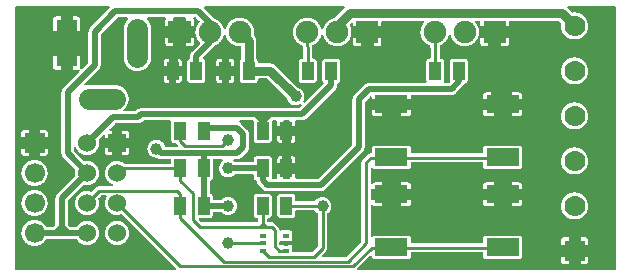
<source format=gtl>
G04 Layer: TopLayer*
G04 EasyEDA v6.3.53, 2020-07-05T11:12:03+02:00*
G04 cde15f3eeb0949078ea0d990088cac7f,f7dd187871414131b8e6a9aac608ee48,10*
G04 Gerber Generator version 0.2*
G04 Scale: 100 percent, Rotated: No, Reflected: No *
G04 Dimensions in millimeters *
G04 leading zeros omitted , absolute positions ,3 integer and 3 decimal *
%FSLAX33Y33*%
%MOMM*%
G90*
G71D02*

%ADD10C,0.254000*%
%ADD11C,0.508000*%
%ADD12C,0.759993*%
%ADD13C,0.510007*%
%ADD14C,0.259994*%
%ADD15C,0.999998*%
%ADD16R,0.999998X1.550010*%
%ADD17R,0.599999X0.419989*%
%ADD18R,2.799994X1.499997*%
%ADD19R,1.799996X3.999992*%
%ADD20R,1.524000X1.524000*%
%ADD21C,1.524000*%
%ADD22R,1.778000X1.778000*%
%ADD23C,1.778000*%
%ADD24C,1.699997*%
%ADD25R,1.699997X1.699997*%
%ADD26R,1.905000X1.905000*%
%ADD27C,1.905000*%
%ADD28C,1.799996*%

%LPD*%
G36*
G01X9724Y21682D02*
G01X8986Y21682D01*
G01X8970Y21681D01*
G01X8955Y21677D01*
G01X8940Y21671D01*
G01X8926Y21663D01*
G01X8914Y21652D01*
G01X7526Y20264D01*
G01X7515Y20252D01*
G01X7507Y20239D01*
G01X7501Y20224D01*
G01X7497Y20208D01*
G01X7496Y20193D01*
G01X7496Y17653D01*
G01X7495Y17619D01*
G01X7491Y17586D01*
G01X7486Y17553D01*
G01X7479Y17520D01*
G01X7469Y17488D01*
G01X7457Y17457D01*
G01X7443Y17426D01*
G01X7427Y17397D01*
G01X7410Y17369D01*
G01X7390Y17341D01*
G01X7369Y17315D01*
G01X7346Y17291D01*
G01X6141Y16085D01*
G01X6131Y16073D01*
G01X6122Y16060D01*
G01X6116Y16045D01*
G01X6112Y16029D01*
G01X6111Y16014D01*
G01X6112Y15999D01*
G01X6115Y15985D01*
G01X6120Y15972D01*
G01X6127Y15959D01*
G01X6136Y15947D01*
G01X6146Y15937D01*
G01X6157Y15928D01*
G01X6171Y15921D01*
G01X6184Y15916D01*
G01X6198Y15913D01*
G01X6213Y15912D01*
G01X6237Y15915D01*
G01X6293Y15927D01*
G01X6349Y15937D01*
G01X6405Y15944D01*
G01X6462Y15948D01*
G01X6519Y15950D01*
G01X8719Y15950D01*
G01X8768Y15949D01*
G01X8817Y15946D01*
G01X8866Y15941D01*
G01X8914Y15933D01*
G01X8963Y15924D01*
G01X9010Y15913D01*
G01X9058Y15899D01*
G01X9104Y15884D01*
G01X9150Y15866D01*
G01X9195Y15847D01*
G01X9240Y15826D01*
G01X9283Y15803D01*
G01X9325Y15778D01*
G01X9367Y15752D01*
G01X9407Y15723D01*
G01X9446Y15693D01*
G01X9483Y15662D01*
G01X9519Y15628D01*
G01X9554Y15594D01*
G01X9587Y15558D01*
G01X9619Y15520D01*
G01X9649Y15481D01*
G01X9677Y15441D01*
G01X9704Y15400D01*
G01X9729Y15357D01*
G01X9752Y15314D01*
G01X9773Y15269D01*
G01X9792Y15224D01*
G01X9809Y15179D01*
G01X9825Y15132D01*
G01X9838Y15085D01*
G01X9850Y15037D01*
G01X9859Y14989D01*
G01X9866Y14940D01*
G01X9871Y14892D01*
G01X9875Y14842D01*
G01X9876Y14793D01*
G01X9875Y14745D01*
G01X9871Y14696D01*
G01X9866Y14648D01*
G01X9859Y14599D01*
G01X9850Y14551D01*
G01X9839Y14504D01*
G01X9826Y14457D01*
G01X9811Y14411D01*
G01X9793Y14365D01*
G01X9774Y14320D01*
G01X9754Y14276D01*
G01X9731Y14233D01*
G01X9706Y14191D01*
G01X9680Y14150D01*
G01X9652Y14110D01*
G01X9623Y14071D01*
G01X9591Y14034D01*
G01X9559Y13998D01*
G01X9525Y13963D01*
G01X9488Y13930D01*
G01X9451Y13898D01*
G01X9441Y13888D01*
G01X9432Y13876D01*
G01X9424Y13863D01*
G01X9419Y13849D01*
G01X9415Y13834D01*
G01X9414Y13820D01*
G01X9415Y13805D01*
G01X9418Y13791D01*
G01X9423Y13777D01*
G01X9439Y13753D01*
G01X9449Y13743D01*
G01X9461Y13734D01*
G01X9474Y13727D01*
G01X9487Y13722D01*
G01X9502Y13719D01*
G01X9516Y13718D01*
G01X10389Y13718D01*
G01X10404Y13719D01*
G01X10420Y13723D01*
G01X10435Y13729D01*
G01X10448Y13737D01*
G01X10460Y13748D01*
G01X10535Y13823D01*
G01X10559Y13846D01*
G01X10585Y13866D01*
G01X10613Y13886D01*
G01X10641Y13903D01*
G01X10671Y13919D01*
G01X10701Y13933D01*
G01X10732Y13945D01*
G01X10764Y13955D01*
G01X10797Y13962D01*
G01X10830Y13967D01*
G01X10863Y13971D01*
G01X10896Y13972D01*
G01X24257Y13972D01*
G01X24273Y13973D01*
G01X24289Y13977D01*
G01X24303Y13983D01*
G01X24316Y13991D01*
G01X24329Y14002D01*
G01X24490Y14163D01*
G01X24500Y14175D01*
G01X24508Y14188D01*
G01X24515Y14203D01*
G01X24518Y14219D01*
G01X24520Y14235D01*
G01X24519Y14249D01*
G01X24516Y14263D01*
G01X24511Y14277D01*
G01X24503Y14290D01*
G01X24495Y14301D01*
G01X24485Y14311D01*
G01X24473Y14320D01*
G01X24460Y14327D01*
G01X24446Y14332D01*
G01X24432Y14335D01*
G01X24418Y14336D01*
G01X24401Y14335D01*
G01X24385Y14331D01*
G01X24369Y14324D01*
G01X24331Y14304D01*
G01X24292Y14286D01*
G01X24252Y14271D01*
G01X24212Y14259D01*
G01X24171Y14248D01*
G01X24130Y14240D01*
G01X24087Y14234D01*
G01X24045Y14230D01*
G01X24003Y14229D01*
G01X23962Y14230D01*
G01X23923Y14233D01*
G01X23883Y14238D01*
G01X23844Y14246D01*
G01X23805Y14255D01*
G01X23767Y14267D01*
G01X23729Y14280D01*
G01X23692Y14296D01*
G01X23656Y14313D01*
G01X23621Y14332D01*
G01X23587Y14353D01*
G01X23554Y14376D01*
G01X23523Y14400D01*
G01X23492Y14427D01*
G01X23464Y14454D01*
G01X23437Y14484D01*
G01X23411Y14514D01*
G01X23387Y14546D01*
G01X23364Y14579D01*
G01X23344Y14613D01*
G01X23325Y14649D01*
G01X23308Y14685D01*
G01X23293Y14722D01*
G01X23269Y14798D01*
G01X23263Y14815D01*
G01X23255Y14831D01*
G01X23243Y14845D01*
G01X21610Y16478D01*
G01X21598Y16489D01*
G01X21584Y16497D01*
G01X21569Y16503D01*
G01X21553Y16507D01*
G01X21538Y16508D01*
G01X20908Y16508D01*
G01X20893Y16507D01*
G01X20879Y16504D01*
G01X20866Y16499D01*
G01X20853Y16492D01*
G01X20841Y16483D01*
G01X20831Y16473D01*
G01X20822Y16461D01*
G01X20815Y16449D01*
G01X20810Y16435D01*
G01X20807Y16421D01*
G01X20806Y16406D01*
G01X20806Y16369D01*
G01X20805Y16346D01*
G01X20802Y16323D01*
G01X20796Y16299D01*
G01X20789Y16277D01*
G01X20779Y16255D01*
G01X20768Y16235D01*
G01X20754Y16215D01*
G01X20739Y16197D01*
G01X20722Y16180D01*
G01X20704Y16165D01*
G01X20685Y16151D01*
G01X20664Y16140D01*
G01X20642Y16131D01*
G01X20620Y16123D01*
G01X20597Y16117D01*
G01X20573Y16114D01*
G01X20550Y16113D01*
G01X19549Y16113D01*
G01X19526Y16114D01*
G01X19502Y16117D01*
G01X19479Y16123D01*
G01X19457Y16131D01*
G01X19435Y16140D01*
G01X19414Y16151D01*
G01X19395Y16165D01*
G01X19377Y16180D01*
G01X19360Y16197D01*
G01X19345Y16215D01*
G01X19331Y16235D01*
G01X19320Y16255D01*
G01X19310Y16277D01*
G01X19303Y16299D01*
G01X19297Y16323D01*
G01X19294Y16346D01*
G01X19293Y16369D01*
G01X19293Y17920D01*
G01X19294Y17944D01*
G01X19297Y17967D01*
G01X19303Y17991D01*
G01X19311Y18014D01*
G01X19321Y18036D01*
G01X19333Y18057D01*
G01X19347Y18076D01*
G01X19362Y18095D01*
G01X19380Y18112D01*
G01X19391Y18124D01*
G01X19401Y18138D01*
G01X19408Y18154D01*
G01X19412Y18171D01*
G01X19414Y18187D01*
G01X19414Y19136D01*
G01X19413Y19151D01*
G01X19410Y19165D01*
G01X19405Y19179D01*
G01X19389Y19203D01*
G01X19379Y19213D01*
G01X19367Y19222D01*
G01X19354Y19229D01*
G01X19341Y19234D01*
G01X19326Y19237D01*
G01X19312Y19238D01*
G01X19310Y19238D01*
G01X19278Y19237D01*
G01X19228Y19238D01*
G01X19179Y19242D01*
G01X19129Y19247D01*
G01X19079Y19254D01*
G01X19030Y19263D01*
G01X18981Y19275D01*
G01X18934Y19288D01*
G01X18886Y19303D01*
G01X18839Y19320D01*
G01X18793Y19339D01*
G01X18748Y19360D01*
G01X18704Y19383D01*
G01X18660Y19408D01*
G01X18618Y19434D01*
G01X18577Y19462D01*
G01X18536Y19492D01*
G01X18497Y19523D01*
G01X18460Y19556D01*
G01X18424Y19591D01*
G01X18390Y19627D01*
G01X18357Y19664D01*
G01X18325Y19703D01*
G01X18295Y19743D01*
G01X18267Y19784D01*
G01X18240Y19826D01*
G01X18215Y19869D01*
G01X18193Y19914D01*
G01X18172Y19959D01*
G01X18152Y20006D01*
G01X18135Y20052D01*
G01X18120Y20100D01*
G01X18107Y20148D01*
G01X18102Y20162D01*
G01X18095Y20175D01*
G01X18086Y20187D01*
G01X18076Y20198D01*
G01X18064Y20207D01*
G01X18051Y20214D01*
G01X18038Y20220D01*
G01X18023Y20223D01*
G01X18008Y20225D01*
G01X17993Y20223D01*
G01X17979Y20220D01*
G01X17965Y20214D01*
G01X17952Y20207D01*
G01X17940Y20198D01*
G01X17930Y20187D01*
G01X17921Y20175D01*
G01X17915Y20162D01*
G01X17910Y20148D01*
G01X17896Y20100D01*
G01X17881Y20052D01*
G01X17864Y20006D01*
G01X17845Y19960D01*
G01X17824Y19915D01*
G01X17801Y19870D01*
G01X17776Y19827D01*
G01X17750Y19785D01*
G01X17722Y19744D01*
G01X17692Y19704D01*
G01X17661Y19665D01*
G01X17628Y19628D01*
G01X17594Y19592D01*
G01X17558Y19558D01*
G01X17520Y19524D01*
G01X17482Y19493D01*
G01X17442Y19464D01*
G01X17401Y19435D01*
G01X17358Y19409D01*
G01X17315Y19384D01*
G01X17271Y19361D01*
G01X17226Y19340D01*
G01X17212Y19333D01*
G01X17199Y19323D01*
G01X17188Y19312D01*
G01X17180Y19299D01*
G01X17162Y19271D01*
G01X17143Y19245D01*
G01X17122Y19220D01*
G01X17100Y19196D01*
G01X16208Y18304D01*
G01X16198Y18292D01*
G01X16189Y18278D01*
G01X16183Y18263D01*
G01X16179Y18248D01*
G01X16178Y18232D01*
G01X16179Y18216D01*
G01X16183Y18202D01*
G01X16188Y18187D01*
G01X16196Y18174D01*
G01X16206Y18162D01*
G01X16217Y18152D01*
G01X16230Y18143D01*
G01X16251Y18130D01*
G01X16270Y18115D01*
G01X16289Y18098D01*
G01X16305Y18080D01*
G01X16320Y18060D01*
G01X16332Y18039D01*
G01X16342Y18016D01*
G01X16350Y17993D01*
G01X16356Y17968D01*
G01X16360Y17944D01*
G01X16361Y17920D01*
G01X16361Y16369D01*
G01X16360Y16346D01*
G01X16357Y16323D01*
G01X16351Y16299D01*
G01X16344Y16277D01*
G01X16334Y16255D01*
G01X16323Y16235D01*
G01X16309Y16215D01*
G01X16294Y16197D01*
G01X16277Y16180D01*
G01X16259Y16165D01*
G01X16240Y16151D01*
G01X16219Y16140D01*
G01X16197Y16131D01*
G01X16175Y16123D01*
G01X16152Y16117D01*
G01X16128Y16114D01*
G01X16105Y16113D01*
G01X15104Y16113D01*
G01X15081Y16114D01*
G01X15057Y16117D01*
G01X15034Y16123D01*
G01X15012Y16131D01*
G01X14990Y16140D01*
G01X14969Y16151D01*
G01X14950Y16165D01*
G01X14932Y16180D01*
G01X14915Y16197D01*
G01X14900Y16215D01*
G01X14886Y16235D01*
G01X14875Y16255D01*
G01X14865Y16277D01*
G01X14858Y16299D01*
G01X14852Y16323D01*
G01X14849Y16346D01*
G01X14848Y16369D01*
G01X14848Y17920D01*
G01X14849Y17943D01*
G01X14852Y17965D01*
G01X14857Y17987D01*
G01X14864Y18009D01*
G01X14873Y18030D01*
G01X14884Y18051D01*
G01X14897Y18070D01*
G01X14911Y18088D01*
G01X14927Y18104D01*
G01X14944Y18119D01*
G01X14962Y18133D01*
G01X14982Y18145D01*
G01X15003Y18155D01*
G01X15024Y18163D01*
G01X15039Y18169D01*
G01X15052Y18178D01*
G01X15064Y18188D01*
G01X15074Y18200D01*
G01X15083Y18214D01*
G01X15089Y18228D01*
G01X15093Y18244D01*
G01X15094Y18260D01*
G01X15094Y18425D01*
G01X15095Y18458D01*
G01X15098Y18491D01*
G01X15103Y18524D01*
G01X15111Y18557D01*
G01X15121Y18589D01*
G01X15133Y18620D01*
G01X15147Y18651D01*
G01X15162Y18680D01*
G01X15180Y18709D01*
G01X15199Y18736D01*
G01X15221Y18762D01*
G01X15244Y18786D01*
G01X15894Y19437D01*
G01X15904Y19449D01*
G01X15913Y19463D01*
G01X15919Y19477D01*
G01X15923Y19493D01*
G01X15924Y19509D01*
G01X15923Y19525D01*
G01X15919Y19541D01*
G01X15913Y19555D01*
G01X15904Y19569D01*
G01X15893Y19581D01*
G01X15856Y19620D01*
G01X15820Y19660D01*
G01X15786Y19701D01*
G01X15754Y19744D01*
G01X15724Y19788D01*
G01X15696Y19834D01*
G01X15670Y19881D01*
G01X15645Y19929D01*
G01X15624Y19978D01*
G01X15604Y20027D01*
G01X15601Y20035D01*
G01X15599Y20042D01*
G01X15582Y20091D01*
G01X15568Y20141D01*
G01X15556Y20191D01*
G01X15546Y20241D01*
G01X15539Y20293D01*
G01X15534Y20343D01*
G01X15530Y20395D01*
G01X15529Y20447D01*
G01X15530Y20498D01*
G01X15534Y20550D01*
G01X15539Y20600D01*
G01X15546Y20652D01*
G01X15556Y20702D01*
G01X15568Y20752D01*
G01X15582Y20802D01*
G01X15599Y20851D01*
G01X15601Y20858D01*
G01X15604Y20866D01*
G01X15623Y20914D01*
G01X15644Y20962D01*
G01X15668Y21008D01*
G01X15693Y21054D01*
G01X15720Y21099D01*
G01X15749Y21142D01*
G01X15780Y21184D01*
G01X15813Y21225D01*
G01X15847Y21264D01*
G01X15857Y21276D01*
G01X15864Y21289D01*
G01X15869Y21303D01*
G01X15873Y21318D01*
G01X15874Y21332D01*
G01X15872Y21348D01*
G01X15869Y21364D01*
G01X15863Y21379D01*
G01X15855Y21392D01*
G01X15844Y21405D01*
G01X15596Y21652D01*
G01X15584Y21663D01*
G01X15570Y21671D01*
G01X15555Y21677D01*
G01X15540Y21681D01*
G01X15524Y21682D01*
G01X15459Y21682D01*
G01X15445Y21681D01*
G01X15431Y21678D01*
G01X15417Y21673D01*
G01X15404Y21666D01*
G01X15392Y21658D01*
G01X15382Y21647D01*
G01X15374Y21636D01*
G01X15367Y21623D01*
G01X15361Y21609D01*
G01X15358Y21595D01*
G01X15357Y21581D01*
G01X15359Y21563D01*
G01X15364Y21545D01*
G01X15384Y21505D01*
G01X15394Y21480D01*
G01X15402Y21453D01*
G01X15406Y21426D01*
G01X15407Y21399D01*
G01X15407Y20986D01*
G01X14738Y20986D01*
G01X14738Y21581D01*
G01X14737Y21595D01*
G01X14734Y21609D01*
G01X14728Y21623D01*
G01X14722Y21636D01*
G01X14713Y21647D01*
G01X14703Y21658D01*
G01X14691Y21666D01*
G01X14679Y21673D01*
G01X14665Y21678D01*
G01X14651Y21681D01*
G01X14637Y21682D01*
G01X13760Y21682D01*
G01X13745Y21681D01*
G01X13731Y21678D01*
G01X13718Y21673D01*
G01X13705Y21666D01*
G01X13694Y21658D01*
G01X13683Y21647D01*
G01X13674Y21636D01*
G01X13668Y21623D01*
G01X13663Y21609D01*
G01X13660Y21595D01*
G01X13659Y21581D01*
G01X13658Y21581D01*
G01X13658Y20986D01*
G01X12989Y20986D01*
G01X12989Y21399D01*
G01X12991Y21426D01*
G01X12995Y21453D01*
G01X13002Y21480D01*
G01X13012Y21505D01*
G01X13025Y21529D01*
G01X13032Y21545D01*
G01X13037Y21563D01*
G01X13039Y21581D01*
G01X13038Y21595D01*
G01X13035Y21609D01*
G01X13030Y21623D01*
G01X13023Y21636D01*
G01X13014Y21647D01*
G01X13004Y21658D01*
G01X12992Y21666D01*
G01X12979Y21673D01*
G01X12966Y21678D01*
G01X12951Y21681D01*
G01X12937Y21682D01*
G01X11514Y21682D01*
G01X11500Y21681D01*
G01X11485Y21678D01*
G01X11472Y21673D01*
G01X11459Y21666D01*
G01X11448Y21658D01*
G01X11437Y21647D01*
G01X11428Y21636D01*
G01X11422Y21623D01*
G01X11417Y21609D01*
G01X11414Y21595D01*
G01X11413Y21581D01*
G01X11414Y21565D01*
G01X11417Y21550D01*
G01X11423Y21535D01*
G01X11432Y21521D01*
G01X11442Y21509D01*
G01X11476Y21473D01*
G01X11509Y21435D01*
G01X11540Y21396D01*
G01X11570Y21355D01*
G01X11597Y21314D01*
G01X11623Y21271D01*
G01X11647Y21227D01*
G01X11669Y21182D01*
G01X11689Y21136D01*
G01X11707Y21089D01*
G01X11723Y21042D01*
G01X11737Y20994D01*
G01X11749Y20945D01*
G01X11759Y20896D01*
G01X11766Y20846D01*
G01X11771Y20797D01*
G01X11775Y20747D01*
G01X11776Y20696D01*
G01X11776Y18297D01*
G01X11775Y18247D01*
G01X11771Y18199D01*
G01X11766Y18150D01*
G01X11759Y18101D01*
G01X11750Y18053D01*
G01X11738Y18005D01*
G01X11725Y17958D01*
G01X11710Y17911D01*
G01X11692Y17865D01*
G01X11673Y17820D01*
G01X11652Y17776D01*
G01X11629Y17732D01*
G01X11604Y17690D01*
G01X11577Y17649D01*
G01X11549Y17609D01*
G01X11519Y17570D01*
G01X11487Y17533D01*
G01X11454Y17496D01*
G01X11419Y17461D01*
G01X11383Y17428D01*
G01X11346Y17396D01*
G01X11307Y17366D01*
G01X11267Y17339D01*
G01X11226Y17312D01*
G01X11183Y17287D01*
G01X11140Y17264D01*
G01X11096Y17243D01*
G01X11051Y17223D01*
G01X11004Y17206D01*
G01X10958Y17191D01*
G01X10911Y17178D01*
G01X10863Y17166D01*
G01X10815Y17157D01*
G01X10766Y17150D01*
G01X10717Y17144D01*
G01X10669Y17141D01*
G01X10619Y17140D01*
G01X10570Y17141D01*
G01X10521Y17144D01*
G01X10472Y17150D01*
G01X10424Y17157D01*
G01X10375Y17166D01*
G01X10328Y17178D01*
G01X10280Y17191D01*
G01X10234Y17206D01*
G01X10188Y17223D01*
G01X10143Y17243D01*
G01X10099Y17264D01*
G01X10055Y17287D01*
G01X10013Y17312D01*
G01X9931Y17366D01*
G01X9893Y17396D01*
G01X9855Y17428D01*
G01X9819Y17461D01*
G01X9784Y17496D01*
G01X9751Y17533D01*
G01X9720Y17570D01*
G01X9690Y17609D01*
G01X9661Y17649D01*
G01X9634Y17690D01*
G01X9609Y17732D01*
G01X9586Y17776D01*
G01X9565Y17820D01*
G01X9546Y17865D01*
G01X9529Y17911D01*
G01X9513Y17958D01*
G01X9500Y18005D01*
G01X9488Y18053D01*
G01X9479Y18101D01*
G01X9472Y18150D01*
G01X9467Y18199D01*
G01X9464Y18247D01*
G01X9463Y18297D01*
G01X9463Y20696D01*
G01X9464Y20747D01*
G01X9467Y20797D01*
G01X9473Y20846D01*
G01X9480Y20896D01*
G01X9490Y20945D01*
G01X9502Y20994D01*
G01X9515Y21042D01*
G01X9549Y21136D01*
G01X9569Y21182D01*
G01X9592Y21227D01*
G01X9615Y21271D01*
G01X9641Y21314D01*
G01X9669Y21355D01*
G01X9698Y21396D01*
G01X9729Y21435D01*
G01X9762Y21473D01*
G01X9797Y21509D01*
G01X9807Y21521D01*
G01X9815Y21535D01*
G01X9821Y21550D01*
G01X9825Y21565D01*
G01X9826Y21581D01*
G01X9825Y21595D01*
G01X9822Y21609D01*
G01X9817Y21623D01*
G01X9810Y21636D01*
G01X9801Y21647D01*
G01X9791Y21658D01*
G01X9780Y21666D01*
G01X9766Y21673D01*
G01X9753Y21678D01*
G01X9739Y21681D01*
G01X9724Y21682D01*
G37*

%LPC*%
G36*
G01X13291Y16693D02*
G01X12848Y16693D01*
G01X12848Y16369D01*
G01X12849Y16346D01*
G01X12852Y16323D01*
G01X12858Y16299D01*
G01X12865Y16277D01*
G01X12875Y16255D01*
G01X12886Y16235D01*
G01X12900Y16215D01*
G01X12915Y16197D01*
G01X12932Y16180D01*
G01X12950Y16165D01*
G01X12969Y16151D01*
G01X12990Y16140D01*
G01X13012Y16131D01*
G01X13034Y16123D01*
G01X13057Y16117D01*
G01X13081Y16114D01*
G01X13104Y16113D01*
G01X13291Y16113D01*
G01X13291Y16693D01*
G37*
G36*
G01X14361Y16693D02*
G01X13918Y16693D01*
G01X13918Y16113D01*
G01X14105Y16113D01*
G01X14128Y16114D01*
G01X14152Y16117D01*
G01X14175Y16123D01*
G01X14197Y16131D01*
G01X14219Y16140D01*
G01X14240Y16151D01*
G01X14259Y16165D01*
G01X14277Y16180D01*
G01X14294Y16197D01*
G01X14309Y16215D01*
G01X14323Y16235D01*
G01X14334Y16255D01*
G01X14344Y16277D01*
G01X14351Y16299D01*
G01X14357Y16323D01*
G01X14360Y16346D01*
G01X14361Y16369D01*
G01X14361Y16693D01*
G37*
G36*
G01X17736Y16693D02*
G01X17293Y16693D01*
G01X17293Y16369D01*
G01X17294Y16346D01*
G01X17297Y16323D01*
G01X17303Y16299D01*
G01X17310Y16277D01*
G01X17320Y16255D01*
G01X17331Y16235D01*
G01X17345Y16215D01*
G01X17360Y16197D01*
G01X17377Y16180D01*
G01X17395Y16165D01*
G01X17414Y16151D01*
G01X17435Y16140D01*
G01X17457Y16131D01*
G01X17479Y16123D01*
G01X17502Y16117D01*
G01X17526Y16114D01*
G01X17549Y16113D01*
G01X17736Y16113D01*
G01X17736Y16693D01*
G37*
G36*
G01X18806Y16693D02*
G01X18363Y16693D01*
G01X18363Y16113D01*
G01X18550Y16113D01*
G01X18573Y16114D01*
G01X18597Y16117D01*
G01X18620Y16123D01*
G01X18642Y16131D01*
G01X18664Y16140D01*
G01X18685Y16151D01*
G01X18704Y16165D01*
G01X18722Y16180D01*
G01X18739Y16197D01*
G01X18754Y16215D01*
G01X18768Y16235D01*
G01X18779Y16255D01*
G01X18789Y16277D01*
G01X18796Y16299D01*
G01X18802Y16323D01*
G01X18805Y16346D01*
G01X18806Y16369D01*
G01X18806Y16693D01*
G37*
G36*
G01X18550Y18176D02*
G01X18363Y18176D01*
G01X18363Y17596D01*
G01X18806Y17596D01*
G01X18806Y17920D01*
G01X18805Y17943D01*
G01X18802Y17966D01*
G01X18796Y17990D01*
G01X18789Y18012D01*
G01X18779Y18034D01*
G01X18768Y18054D01*
G01X18754Y18074D01*
G01X18739Y18092D01*
G01X18722Y18109D01*
G01X18704Y18124D01*
G01X18685Y18138D01*
G01X18664Y18149D01*
G01X18642Y18158D01*
G01X18620Y18166D01*
G01X18597Y18172D01*
G01X18573Y18175D01*
G01X18550Y18176D01*
G37*
G36*
G01X17736Y18176D02*
G01X17549Y18176D01*
G01X17526Y18175D01*
G01X17502Y18172D01*
G01X17479Y18166D01*
G01X17457Y18158D01*
G01X17435Y18149D01*
G01X17414Y18138D01*
G01X17395Y18124D01*
G01X17377Y18109D01*
G01X17360Y18092D01*
G01X17345Y18074D01*
G01X17331Y18054D01*
G01X17320Y18034D01*
G01X17310Y18012D01*
G01X17303Y17990D01*
G01X17297Y17966D01*
G01X17294Y17943D01*
G01X17293Y17920D01*
G01X17293Y17596D01*
G01X17736Y17596D01*
G01X17736Y18176D01*
G37*
G36*
G01X13291Y18176D02*
G01X13104Y18176D01*
G01X13081Y18175D01*
G01X13057Y18172D01*
G01X13034Y18166D01*
G01X13012Y18158D01*
G01X12990Y18149D01*
G01X12969Y18138D01*
G01X12950Y18124D01*
G01X12932Y18109D01*
G01X12915Y18092D01*
G01X12900Y18074D01*
G01X12886Y18054D01*
G01X12875Y18034D01*
G01X12865Y18012D01*
G01X12858Y17990D01*
G01X12852Y17966D01*
G01X12849Y17943D01*
G01X12848Y17920D01*
G01X12848Y17596D01*
G01X13291Y17596D01*
G01X13291Y18176D01*
G37*
G36*
G01X14105Y18176D02*
G01X13918Y18176D01*
G01X13918Y17596D01*
G01X14361Y17596D01*
G01X14361Y17920D01*
G01X14360Y17943D01*
G01X14357Y17966D01*
G01X14351Y17990D01*
G01X14344Y18012D01*
G01X14334Y18034D01*
G01X14323Y18054D01*
G01X14309Y18074D01*
G01X14294Y18092D01*
G01X14277Y18109D01*
G01X14259Y18124D01*
G01X14240Y18138D01*
G01X14219Y18149D01*
G01X14197Y18158D01*
G01X14175Y18166D01*
G01X14152Y18172D01*
G01X14128Y18175D01*
G01X14105Y18176D01*
G37*
G36*
G01X15407Y19906D02*
G01X14738Y19906D01*
G01X14738Y19237D01*
G01X15151Y19237D01*
G01X15174Y19238D01*
G01X15198Y19242D01*
G01X15221Y19247D01*
G01X15243Y19255D01*
G01X15265Y19264D01*
G01X15286Y19276D01*
G01X15305Y19289D01*
G01X15323Y19305D01*
G01X15340Y19321D01*
G01X15355Y19340D01*
G01X15369Y19359D01*
G01X15380Y19380D01*
G01X15390Y19402D01*
G01X15397Y19424D01*
G01X15403Y19447D01*
G01X15406Y19470D01*
G01X15407Y19494D01*
G01X15407Y19906D01*
G37*
G36*
G01X13658Y19906D02*
G01X12989Y19906D01*
G01X12989Y19494D01*
G01X12990Y19470D01*
G01X12994Y19447D01*
G01X12999Y19424D01*
G01X13006Y19402D01*
G01X13016Y19380D01*
G01X13028Y19359D01*
G01X13041Y19340D01*
G01X13056Y19321D01*
G01X13073Y19305D01*
G01X13091Y19289D01*
G01X13110Y19276D01*
G01X13131Y19264D01*
G01X13153Y19255D01*
G01X13175Y19247D01*
G01X13198Y19242D01*
G01X13222Y19238D01*
G01X13246Y19237D01*
G01X13658Y19237D01*
G01X13658Y19906D01*
G37*

%LPD*%
G36*
G01X28061Y22603D02*
G01X16338Y22603D01*
G01X16323Y22602D01*
G01X16309Y22599D01*
G01X16296Y22594D01*
G01X16283Y22587D01*
G01X16271Y22578D01*
G01X16261Y22568D01*
G01X16252Y22556D01*
G01X16245Y22544D01*
G01X16240Y22530D01*
G01X16237Y22516D01*
G01X16236Y22501D01*
G01X16237Y22486D01*
G01X16241Y22470D01*
G01X16247Y22455D01*
G01X16256Y22441D01*
G01X16266Y22430D01*
G01X17076Y21619D01*
G01X17088Y21609D01*
G01X17101Y21601D01*
G01X17116Y21595D01*
G01X17163Y21578D01*
G01X17211Y21560D01*
G01X17257Y21539D01*
G01X17302Y21516D01*
G01X17346Y21491D01*
G01X17389Y21466D01*
G01X17431Y21437D01*
G01X17472Y21407D01*
G01X17511Y21376D01*
G01X17549Y21343D01*
G01X17586Y21308D01*
G01X17622Y21272D01*
G01X17656Y21234D01*
G01X17688Y21195D01*
G01X17718Y21155D01*
G01X17746Y21114D01*
G01X17773Y21070D01*
G01X17799Y21027D01*
G01X17822Y20982D01*
G01X17844Y20936D01*
G01X17863Y20889D01*
G01X17881Y20842D01*
G01X17896Y20794D01*
G01X17910Y20745D01*
G01X17915Y20731D01*
G01X17921Y20718D01*
G01X17930Y20706D01*
G01X17940Y20695D01*
G01X17952Y20686D01*
G01X17965Y20679D01*
G01X17979Y20673D01*
G01X17993Y20670D01*
G01X18008Y20668D01*
G01X18023Y20670D01*
G01X18038Y20673D01*
G01X18051Y20679D01*
G01X18064Y20686D01*
G01X18076Y20695D01*
G01X18086Y20706D01*
G01X18095Y20718D01*
G01X18102Y20731D01*
G01X18107Y20745D01*
G01X18120Y20793D01*
G01X18135Y20841D01*
G01X18152Y20887D01*
G01X18172Y20934D01*
G01X18193Y20979D01*
G01X18215Y21024D01*
G01X18240Y21067D01*
G01X18267Y21109D01*
G01X18295Y21150D01*
G01X18325Y21190D01*
G01X18357Y21229D01*
G01X18390Y21266D01*
G01X18424Y21302D01*
G01X18460Y21337D01*
G01X18497Y21370D01*
G01X18536Y21401D01*
G01X18577Y21431D01*
G01X18618Y21459D01*
G01X18660Y21485D01*
G01X18704Y21510D01*
G01X18748Y21533D01*
G01X18793Y21554D01*
G01X18839Y21573D01*
G01X18886Y21590D01*
G01X18934Y21605D01*
G01X18981Y21618D01*
G01X19030Y21630D01*
G01X19079Y21639D01*
G01X19129Y21646D01*
G01X19179Y21651D01*
G01X19228Y21655D01*
G01X19278Y21656D01*
G01X19328Y21655D01*
G01X19378Y21651D01*
G01X19427Y21646D01*
G01X19477Y21639D01*
G01X19526Y21630D01*
G01X19575Y21618D01*
G01X19623Y21605D01*
G01X19671Y21590D01*
G01X19718Y21573D01*
G01X19764Y21554D01*
G01X19809Y21533D01*
G01X19854Y21510D01*
G01X19897Y21485D01*
G01X19940Y21458D01*
G01X19981Y21430D01*
G01X20021Y21401D01*
G01X20059Y21369D01*
G01X20097Y21336D01*
G01X20133Y21301D01*
G01X20168Y21265D01*
G01X20201Y21228D01*
G01X20232Y21189D01*
G01X20262Y21149D01*
G01X20290Y21108D01*
G01X20317Y21065D01*
G01X20341Y21022D01*
G01X20364Y20977D01*
G01X20386Y20932D01*
G01X20404Y20886D01*
G01X20422Y20839D01*
G01X20437Y20791D01*
G01X20450Y20743D01*
G01X20461Y20694D01*
G01X20471Y20646D01*
G01X20478Y20596D01*
G01X20483Y20547D01*
G01X20486Y20496D01*
G01X20487Y20447D01*
G01X20486Y20390D01*
G01X20482Y20334D01*
G01X20475Y20277D01*
G01X20466Y20221D01*
G01X20464Y20203D01*
G01X20465Y20187D01*
G01X20469Y20171D01*
G01X20475Y20156D01*
G01X20484Y20143D01*
G01X20494Y20131D01*
G01X20500Y20124D01*
G01X20527Y20096D01*
G01X20551Y20067D01*
G01X20574Y20036D01*
G01X20595Y20004D01*
G01X20614Y19970D01*
G01X20631Y19935D01*
G01X20646Y19900D01*
G01X20658Y19864D01*
G01X20668Y19827D01*
G01X20676Y19789D01*
G01X20682Y19751D01*
G01X20686Y19713D01*
G01X20687Y19674D01*
G01X20687Y18186D01*
G01X20688Y18169D01*
G01X20692Y18153D01*
G01X20699Y18137D01*
G01X20709Y18123D01*
G01X20738Y18094D01*
G01X20753Y18076D01*
G01X20767Y18056D01*
G01X20779Y18035D01*
G01X20788Y18013D01*
G01X20796Y17990D01*
G01X20802Y17967D01*
G01X20805Y17944D01*
G01X20806Y17920D01*
G01X20806Y17883D01*
G01X20807Y17868D01*
G01X20810Y17854D01*
G01X20815Y17840D01*
G01X20822Y17828D01*
G01X20831Y17816D01*
G01X20841Y17806D01*
G01X20853Y17797D01*
G01X20866Y17790D01*
G01X20879Y17785D01*
G01X20893Y17782D01*
G01X20908Y17781D01*
G01X21844Y17781D01*
G01X21882Y17780D01*
G01X21920Y17776D01*
G01X21958Y17770D01*
G01X21996Y17763D01*
G01X22033Y17752D01*
G01X22069Y17740D01*
G01X22105Y17725D01*
G01X22139Y17708D01*
G01X22173Y17689D01*
G01X22205Y17668D01*
G01X22236Y17645D01*
G01X22266Y17621D01*
G01X22294Y17595D01*
G01X24143Y15745D01*
G01X24157Y15733D01*
G01X24173Y15725D01*
G01X24190Y15719D01*
G01X24266Y15695D01*
G01X24303Y15680D01*
G01X24339Y15663D01*
G01X24375Y15644D01*
G01X24409Y15624D01*
G01X24442Y15601D01*
G01X24474Y15577D01*
G01X24504Y15551D01*
G01X24534Y15524D01*
G01X24561Y15496D01*
G01X24588Y15465D01*
G01X24612Y15434D01*
G01X24635Y15401D01*
G01X24656Y15367D01*
G01X24675Y15332D01*
G01X24692Y15296D01*
G01X24708Y15259D01*
G01X24721Y15221D01*
G01X24733Y15183D01*
G01X24742Y15144D01*
G01X24750Y15105D01*
G01X24755Y15065D01*
G01X24758Y15026D01*
G01X24759Y14986D01*
G01X24758Y14943D01*
G01X24754Y14901D01*
G01X24748Y14859D01*
G01X24740Y14817D01*
G01X24729Y14776D01*
G01X24717Y14736D01*
G01X24702Y14696D01*
G01X24684Y14657D01*
G01X24664Y14619D01*
G01X24657Y14603D01*
G01X24653Y14587D01*
G01X24652Y14570D01*
G01X24653Y14556D01*
G01X24656Y14542D01*
G01X24661Y14528D01*
G01X24668Y14515D01*
G01X24677Y14503D01*
G01X24687Y14493D01*
G01X24698Y14485D01*
G01X24711Y14478D01*
G01X24725Y14472D01*
G01X24739Y14469D01*
G01X24753Y14468D01*
G01X24769Y14470D01*
G01X24785Y14473D01*
G01X24800Y14480D01*
G01X24813Y14488D01*
G01X24825Y14498D01*
G01X26362Y16036D01*
G01X26373Y16048D01*
G01X26381Y16061D01*
G01X26387Y16076D01*
G01X26391Y16091D01*
G01X26392Y16107D01*
G01X26391Y16124D01*
G01X26387Y16140D01*
G01X26380Y16155D01*
G01X26371Y16169D01*
G01X26360Y16182D01*
G01X26343Y16199D01*
G01X26329Y16216D01*
G01X26315Y16236D01*
G01X26304Y16257D01*
G01X26295Y16278D01*
G01X26287Y16300D01*
G01X26282Y16323D01*
G01X26279Y16346D01*
G01X26278Y16369D01*
G01X26278Y17920D01*
G01X26279Y17943D01*
G01X26282Y17966D01*
G01X26288Y17990D01*
G01X26295Y18012D01*
G01X26305Y18034D01*
G01X26316Y18054D01*
G01X26330Y18074D01*
G01X26345Y18092D01*
G01X26362Y18109D01*
G01X26380Y18124D01*
G01X26399Y18138D01*
G01X26420Y18149D01*
G01X26442Y18158D01*
G01X26464Y18166D01*
G01X26487Y18172D01*
G01X26511Y18175D01*
G01X26534Y18176D01*
G01X27535Y18176D01*
G01X27558Y18175D01*
G01X27582Y18172D01*
G01X27605Y18166D01*
G01X27627Y18158D01*
G01X27649Y18149D01*
G01X27670Y18138D01*
G01X27689Y18124D01*
G01X27707Y18109D01*
G01X27724Y18092D01*
G01X27739Y18074D01*
G01X27753Y18054D01*
G01X27764Y18034D01*
G01X27774Y18012D01*
G01X27781Y17990D01*
G01X27787Y17966D01*
G01X27790Y17943D01*
G01X27791Y17920D01*
G01X27791Y16369D01*
G01X27790Y16346D01*
G01X27787Y16324D01*
G01X27782Y16302D01*
G01X27775Y16280D01*
G01X27766Y16259D01*
G01X27755Y16239D01*
G01X27742Y16219D01*
G01X27728Y16202D01*
G01X27712Y16185D01*
G01X27695Y16170D01*
G01X27677Y16156D01*
G01X27658Y16144D01*
G01X27637Y16134D01*
G01X27615Y16126D01*
G01X27601Y16120D01*
G01X27587Y16112D01*
G01X27575Y16101D01*
G01X27565Y16089D01*
G01X27557Y16076D01*
G01X27551Y16061D01*
G01X27547Y16045D01*
G01X27546Y16029D01*
G01X27546Y15986D01*
G01X27545Y15953D01*
G01X27541Y15920D01*
G01X27536Y15887D01*
G01X27529Y15854D01*
G01X27519Y15822D01*
G01X27507Y15791D01*
G01X27493Y15761D01*
G01X27477Y15731D01*
G01X27460Y15703D01*
G01X27440Y15675D01*
G01X27419Y15649D01*
G01X27396Y15625D01*
G01X24872Y13100D01*
G01X24847Y13077D01*
G01X24821Y13057D01*
G01X24794Y13037D01*
G01X24766Y13020D01*
G01X24736Y13004D01*
G01X24706Y12990D01*
G01X24675Y12978D01*
G01X24643Y12968D01*
G01X24610Y12961D01*
G01X24577Y12956D01*
G01X24544Y12952D01*
G01X24511Y12951D01*
G01X24082Y12951D01*
G01X24068Y12950D01*
G01X24054Y12947D01*
G01X24040Y12942D01*
G01X24027Y12935D01*
G01X24016Y12926D01*
G01X24006Y12916D01*
G01X23997Y12904D01*
G01X23990Y12892D01*
G01X23985Y12878D01*
G01X23982Y12864D01*
G01X23981Y12849D01*
G01X23981Y12516D01*
G01X23538Y12516D01*
G01X23538Y12849D01*
G01X23537Y12864D01*
G01X23534Y12878D01*
G01X23529Y12892D01*
G01X23522Y12904D01*
G01X23513Y12916D01*
G01X23503Y12926D01*
G01X23491Y12935D01*
G01X23479Y12942D01*
G01X23465Y12947D01*
G01X23451Y12950D01*
G01X23437Y12951D01*
G01X23012Y12951D01*
G01X22998Y12950D01*
G01X22984Y12947D01*
G01X22970Y12942D01*
G01X22958Y12935D01*
G01X22946Y12926D01*
G01X22936Y12916D01*
G01X22927Y12904D01*
G01X22920Y12892D01*
G01X22915Y12878D01*
G01X22912Y12864D01*
G01X22911Y12849D01*
G01X22911Y12516D01*
G01X22468Y12516D01*
G01X22468Y12849D01*
G01X22467Y12864D01*
G01X22464Y12878D01*
G01X22459Y12892D01*
G01X22452Y12904D01*
G01X22443Y12916D01*
G01X22433Y12926D01*
G01X22422Y12935D01*
G01X22409Y12942D01*
G01X22395Y12947D01*
G01X22381Y12950D01*
G01X22367Y12951D01*
G01X22097Y12951D01*
G01X22081Y12950D01*
G01X22065Y12946D01*
G01X22051Y12940D01*
G01X22038Y12932D01*
G01X22025Y12921D01*
G01X22011Y12907D01*
G01X22000Y12895D01*
G01X21992Y12881D01*
G01X21986Y12866D01*
G01X21982Y12851D01*
G01X21981Y12835D01*
G01X21981Y11289D01*
G01X21980Y11266D01*
G01X21977Y11243D01*
G01X21971Y11219D01*
G01X21964Y11197D01*
G01X21954Y11175D01*
G01X21943Y11155D01*
G01X21929Y11135D01*
G01X21914Y11117D01*
G01X21897Y11100D01*
G01X21879Y11085D01*
G01X21860Y11071D01*
G01X21839Y11060D01*
G01X21817Y11051D01*
G01X21795Y11043D01*
G01X21772Y11037D01*
G01X21748Y11034D01*
G01X21725Y11033D01*
G01X20724Y11033D01*
G01X20701Y11034D01*
G01X20677Y11037D01*
G01X20654Y11043D01*
G01X20632Y11051D01*
G01X20610Y11060D01*
G01X20589Y11071D01*
G01X20570Y11085D01*
G01X20552Y11100D01*
G01X20535Y11117D01*
G01X20520Y11135D01*
G01X20506Y11155D01*
G01X20495Y11175D01*
G01X20485Y11197D01*
G01X20478Y11219D01*
G01X20472Y11243D01*
G01X20469Y11266D01*
G01X20468Y11289D01*
G01X20468Y12849D01*
G01X20467Y12864D01*
G01X20464Y12878D01*
G01X20459Y12892D01*
G01X20452Y12904D01*
G01X20443Y12916D01*
G01X20433Y12926D01*
G01X20422Y12935D01*
G01X20409Y12942D01*
G01X20395Y12947D01*
G01X20381Y12950D01*
G01X20367Y12951D01*
G01X19358Y12951D01*
G01X19344Y12950D01*
G01X19329Y12947D01*
G01X19316Y12942D01*
G01X19303Y12935D01*
G01X19292Y12926D01*
G01X19281Y12916D01*
G01X19273Y12904D01*
G01X19266Y12892D01*
G01X19261Y12878D01*
G01X19258Y12864D01*
G01X19257Y12849D01*
G01X19258Y12834D01*
G01X19261Y12820D01*
G01X19266Y12806D01*
G01X19274Y12792D01*
G01X19283Y12781D01*
G01X19294Y12771D01*
G01X19307Y12762D01*
G01X19334Y12745D01*
G01X19360Y12725D01*
G01X19385Y12705D01*
G01X19409Y12683D01*
G01X19919Y12172D01*
G01X19942Y12148D01*
G01X19963Y12122D01*
G01X19983Y12094D01*
G01X20000Y12066D01*
G01X20016Y12037D01*
G01X20030Y12006D01*
G01X20042Y11975D01*
G01X20052Y11943D01*
G01X20059Y11910D01*
G01X20064Y11877D01*
G01X20068Y11844D01*
G01X20069Y11811D01*
G01X20069Y10668D01*
G01X20068Y10634D01*
G01X20064Y10601D01*
G01X20059Y10568D01*
G01X20052Y10535D01*
G01X20042Y10503D01*
G01X20030Y10472D01*
G01X20016Y10441D01*
G01X20000Y10412D01*
G01X19983Y10384D01*
G01X19963Y10356D01*
G01X19942Y10330D01*
G01X19919Y10306D01*
G01X19421Y9808D01*
G01X19397Y9785D01*
G01X19371Y9764D01*
G01X19344Y9744D01*
G01X19315Y9727D01*
G01X19286Y9711D01*
G01X19255Y9697D01*
G01X19224Y9685D01*
G01X19192Y9675D01*
G01X19159Y9668D01*
G01X19126Y9663D01*
G01X19093Y9659D01*
G01X19060Y9658D01*
G01X18828Y9658D01*
G01X18813Y9657D01*
G01X18799Y9654D01*
G01X18785Y9649D01*
G01X18773Y9642D01*
G01X18761Y9633D01*
G01X18751Y9623D01*
G01X18742Y9611D01*
G01X18735Y9599D01*
G01X18730Y9585D01*
G01X18727Y9571D01*
G01X18726Y9557D01*
G01X18727Y9541D01*
G01X18730Y9527D01*
G01X18736Y9513D01*
G01X18743Y9500D01*
G01X18752Y9488D01*
G01X18763Y9478D01*
G01X18818Y9429D01*
G01X18830Y9419D01*
G01X18843Y9411D01*
G01X18858Y9405D01*
G01X18873Y9401D01*
G01X18889Y9400D01*
G01X20366Y9400D01*
G01X20381Y9401D01*
G01X20395Y9404D01*
G01X20408Y9409D01*
G01X20421Y9416D01*
G01X20433Y9425D01*
G01X20443Y9435D01*
G01X20452Y9447D01*
G01X20459Y9459D01*
G01X20464Y9473D01*
G01X20467Y9487D01*
G01X20468Y9502D01*
G01X20468Y9665D01*
G01X20469Y9688D01*
G01X20472Y9711D01*
G01X20478Y9735D01*
G01X20485Y9757D01*
G01X20495Y9779D01*
G01X20506Y9799D01*
G01X20520Y9819D01*
G01X20535Y9837D01*
G01X20552Y9854D01*
G01X20570Y9869D01*
G01X20589Y9883D01*
G01X20610Y9894D01*
G01X20632Y9903D01*
G01X20654Y9911D01*
G01X20677Y9917D01*
G01X20701Y9920D01*
G01X20724Y9921D01*
G01X21725Y9921D01*
G01X21748Y9920D01*
G01X21772Y9917D01*
G01X21795Y9911D01*
G01X21817Y9903D01*
G01X21839Y9894D01*
G01X21860Y9883D01*
G01X21879Y9869D01*
G01X21897Y9854D01*
G01X21914Y9837D01*
G01X21929Y9819D01*
G01X21943Y9799D01*
G01X21954Y9779D01*
G01X21964Y9757D01*
G01X21971Y9735D01*
G01X21977Y9711D01*
G01X21980Y9688D01*
G01X21981Y9665D01*
G01X21981Y8106D01*
G01X21982Y8091D01*
G01X21985Y8077D01*
G01X21990Y8063D01*
G01X21997Y8051D01*
G01X22006Y8039D01*
G01X22016Y8029D01*
G01X22027Y8020D01*
G01X22040Y8013D01*
G01X22054Y8008D01*
G01X22068Y8005D01*
G01X22083Y8004D01*
G01X22366Y8004D01*
G01X22381Y8005D01*
G01X22395Y8008D01*
G01X22409Y8013D01*
G01X22422Y8020D01*
G01X22433Y8029D01*
G01X22443Y8039D01*
G01X22452Y8051D01*
G01X22459Y8063D01*
G01X22464Y8077D01*
G01X22467Y8091D01*
G01X22468Y8106D01*
G01X22468Y8438D01*
G01X22911Y8438D01*
G01X22911Y8106D01*
G01X22912Y8091D01*
G01X22915Y8077D01*
G01X22920Y8063D01*
G01X22927Y8051D01*
G01X22936Y8039D01*
G01X22946Y8029D01*
G01X22958Y8020D01*
G01X22970Y8013D01*
G01X22984Y8008D01*
G01X22998Y8005D01*
G01X23012Y8004D01*
G01X23437Y8004D01*
G01X23451Y8005D01*
G01X23465Y8008D01*
G01X23479Y8013D01*
G01X23491Y8020D01*
G01X23503Y8029D01*
G01X23513Y8039D01*
G01X23522Y8051D01*
G01X23529Y8063D01*
G01X23534Y8077D01*
G01X23537Y8091D01*
G01X23538Y8106D01*
G01X23538Y8438D01*
G01X23981Y8438D01*
G01X23981Y8106D01*
G01X23982Y8091D01*
G01X23985Y8077D01*
G01X23990Y8063D01*
G01X23997Y8051D01*
G01X24006Y8039D01*
G01X24016Y8029D01*
G01X24027Y8020D01*
G01X24040Y8013D01*
G01X24054Y8008D01*
G01X24068Y8005D01*
G01X24083Y8004D01*
G01X25908Y8004D01*
G01X25923Y8005D01*
G01X25939Y8009D01*
G01X25954Y8015D01*
G01X25967Y8023D01*
G01X25979Y8034D01*
G01X28795Y10850D01*
G01X28806Y10862D01*
G01X28814Y10875D01*
G01X28820Y10890D01*
G01X28824Y10906D01*
G01X28825Y10922D01*
G01X28825Y14732D01*
G01X28826Y14765D01*
G01X28830Y14798D01*
G01X28835Y14831D01*
G01X28842Y14864D01*
G01X28852Y14896D01*
G01X28864Y14927D01*
G01X28878Y14958D01*
G01X28894Y14987D01*
G01X28911Y15015D01*
G01X28931Y15043D01*
G01X28952Y15069D01*
G01X28975Y15093D01*
G01X29864Y15982D01*
G01X29888Y16005D01*
G01X29914Y16026D01*
G01X29942Y16046D01*
G01X29970Y16063D01*
G01X29999Y16079D01*
G01X30030Y16093D01*
G01X30061Y16105D01*
G01X30093Y16115D01*
G01X30126Y16122D01*
G01X30159Y16127D01*
G01X30192Y16131D01*
G01X30226Y16132D01*
G01X34998Y16132D01*
G01X35012Y16133D01*
G01X35027Y16136D01*
G01X35040Y16141D01*
G01X35053Y16148D01*
G01X35065Y16157D01*
G01X35075Y16167D01*
G01X35084Y16179D01*
G01X35091Y16191D01*
G01X35096Y16205D01*
G01X35099Y16219D01*
G01X35100Y16234D01*
G01X35098Y16253D01*
G01X35092Y16272D01*
G01X35084Y16296D01*
G01X35078Y16320D01*
G01X35074Y16344D01*
G01X35073Y16369D01*
G01X35073Y17920D01*
G01X35074Y17943D01*
G01X35077Y17966D01*
G01X35083Y17990D01*
G01X35090Y18012D01*
G01X35100Y18034D01*
G01X35111Y18054D01*
G01X35125Y18074D01*
G01X35140Y18092D01*
G01X35157Y18109D01*
G01X35175Y18124D01*
G01X35194Y18138D01*
G01X35215Y18149D01*
G01X35237Y18158D01*
G01X35259Y18166D01*
G01X35282Y18172D01*
G01X35306Y18175D01*
G01X35329Y18176D01*
G01X35341Y18176D01*
G01X35355Y18177D01*
G01X35369Y18180D01*
G01X35383Y18185D01*
G01X35395Y18192D01*
G01X35407Y18201D01*
G01X35417Y18211D01*
G01X35426Y18222D01*
G01X35433Y18236D01*
G01X35438Y18249D01*
G01X35441Y18263D01*
G01X35442Y18278D01*
G01X35442Y19037D01*
G01X35440Y19058D01*
G01X35434Y19078D01*
G01X35422Y19107D01*
G01X35413Y19137D01*
G01X35407Y19168D01*
G01X35403Y19199D01*
G01X35402Y19231D01*
G01X35400Y19246D01*
G01X35397Y19260D01*
G01X35391Y19274D01*
G01X35384Y19287D01*
G01X35375Y19299D01*
G01X35364Y19309D01*
G01X35351Y19318D01*
G01X35338Y19324D01*
G01X35292Y19344D01*
G01X35248Y19365D01*
G01X35203Y19388D01*
G01X35161Y19413D01*
G01X35119Y19440D01*
G01X35078Y19468D01*
G01X35039Y19498D01*
G01X35000Y19530D01*
G01X34964Y19563D01*
G01X34928Y19597D01*
G01X34894Y19633D01*
G01X34861Y19670D01*
G01X34830Y19709D01*
G01X34801Y19749D01*
G01X34773Y19790D01*
G01X34747Y19832D01*
G01X34722Y19876D01*
G01X34700Y19920D01*
G01X34679Y19964D01*
G01X34660Y20010D01*
G01X34628Y20104D01*
G01X34604Y20200D01*
G01X34595Y20249D01*
G01X34588Y20298D01*
G01X34583Y20347D01*
G01X34580Y20397D01*
G01X34579Y20447D01*
G01X34580Y20497D01*
G01X34583Y20549D01*
G01X34589Y20599D01*
G01X34596Y20650D01*
G01X34606Y20700D01*
G01X34618Y20750D01*
G01X34631Y20799D01*
G01X34665Y20895D01*
G01X34685Y20942D01*
G01X34707Y20988D01*
G01X34731Y21033D01*
G01X34757Y21077D01*
G01X34784Y21120D01*
G01X34814Y21162D01*
G01X34845Y21202D01*
G01X34877Y21242D01*
G01X34886Y21253D01*
G01X34893Y21266D01*
G01X34898Y21280D01*
G01X34902Y21294D01*
G01X34903Y21309D01*
G01X34902Y21323D01*
G01X34899Y21337D01*
G01X34894Y21351D01*
G01X34878Y21375D01*
G01X34868Y21385D01*
G01X34856Y21394D01*
G01X34843Y21401D01*
G01X34830Y21406D01*
G01X34815Y21409D01*
G01X34801Y21410D01*
G01X31384Y21410D01*
G01X31370Y21409D01*
G01X31355Y21406D01*
G01X31342Y21401D01*
G01X31329Y21394D01*
G01X31317Y21385D01*
G01X31307Y21375D01*
G01X31298Y21363D01*
G01X31291Y21351D01*
G01X31286Y21337D01*
G01X31283Y21323D01*
G01X31282Y21309D01*
G01X31282Y20986D01*
G01X30613Y20986D01*
G01X30613Y21309D01*
G01X30612Y21323D01*
G01X30609Y21337D01*
G01X30603Y21351D01*
G01X30597Y21363D01*
G01X30588Y21375D01*
G01X30578Y21385D01*
G01X30566Y21394D01*
G01X30554Y21401D01*
G01X30540Y21406D01*
G01X30526Y21409D01*
G01X30512Y21410D01*
G01X29635Y21410D01*
G01X29620Y21409D01*
G01X29606Y21406D01*
G01X29593Y21401D01*
G01X29580Y21394D01*
G01X29569Y21385D01*
G01X29558Y21375D01*
G01X29549Y21363D01*
G01X29543Y21351D01*
G01X29538Y21337D01*
G01X29535Y21323D01*
G01X29534Y21309D01*
G01X29533Y21309D01*
G01X29533Y20986D01*
G01X28864Y20986D01*
G01X28864Y21115D01*
G01X28863Y21129D01*
G01X28860Y21143D01*
G01X28855Y21157D01*
G01X28848Y21169D01*
G01X28839Y21181D01*
G01X28829Y21191D01*
G01X28817Y21200D01*
G01X28805Y21207D01*
G01X28791Y21212D01*
G01X28777Y21215D01*
G01X28762Y21216D01*
G01X28747Y21215D01*
G01X28731Y21211D01*
G01X28716Y21205D01*
G01X28703Y21197D01*
G01X28691Y21187D01*
G01X28625Y21121D01*
G01X28615Y21109D01*
G01X28607Y21095D01*
G01X28600Y21080D01*
G01X28597Y21065D01*
G01X28595Y21049D01*
G01X28597Y21033D01*
G01X28600Y21017D01*
G01X28607Y21002D01*
G01X28629Y20958D01*
G01X28649Y20912D01*
G01X28667Y20866D01*
G01X28670Y20858D01*
G01X28673Y20851D01*
G01X28689Y20802D01*
G01X28703Y20752D01*
G01X28715Y20702D01*
G01X28725Y20652D01*
G01X28732Y20600D01*
G01X28738Y20550D01*
G01X28741Y20498D01*
G01X28742Y20447D01*
G01X28741Y20395D01*
G01X28738Y20343D01*
G01X28732Y20293D01*
G01X28725Y20241D01*
G01X28715Y20191D01*
G01X28703Y20141D01*
G01X28689Y20091D01*
G01X28673Y20042D01*
G01X28670Y20035D01*
G01X28667Y20027D01*
G01X28649Y19980D01*
G01X28628Y19934D01*
G01X28605Y19888D01*
G01X28581Y19844D01*
G01X28555Y19800D01*
G01X28527Y19758D01*
G01X28497Y19717D01*
G01X28466Y19677D01*
G01X28433Y19639D01*
G01X28398Y19602D01*
G01X28362Y19566D01*
G01X28324Y19532D01*
G01X28285Y19500D01*
G01X28245Y19469D01*
G01X28203Y19440D01*
G01X28160Y19413D01*
G01X28116Y19387D01*
G01X28072Y19364D01*
G01X28026Y19342D01*
G01X27979Y19323D01*
G01X27931Y19305D01*
G01X27883Y19289D01*
G01X27834Y19276D01*
G01X27785Y19264D01*
G01X27735Y19254D01*
G01X27685Y19247D01*
G01X27634Y19242D01*
G01X27584Y19238D01*
G01X27533Y19237D01*
G01X27483Y19238D01*
G01X27434Y19242D01*
G01X27384Y19247D01*
G01X27334Y19254D01*
G01X27285Y19263D01*
G01X27236Y19275D01*
G01X27189Y19288D01*
G01X27141Y19303D01*
G01X27094Y19320D01*
G01X27048Y19339D01*
G01X27003Y19360D01*
G01X26959Y19383D01*
G01X26915Y19408D01*
G01X26873Y19434D01*
G01X26832Y19462D01*
G01X26791Y19492D01*
G01X26752Y19523D01*
G01X26715Y19556D01*
G01X26679Y19591D01*
G01X26645Y19627D01*
G01X26612Y19664D01*
G01X26580Y19703D01*
G01X26550Y19743D01*
G01X26522Y19784D01*
G01X26495Y19826D01*
G01X26470Y19869D01*
G01X26448Y19914D01*
G01X26427Y19959D01*
G01X26407Y20006D01*
G01X26390Y20052D01*
G01X26375Y20100D01*
G01X26362Y20148D01*
G01X26357Y20162D01*
G01X26350Y20175D01*
G01X26341Y20187D01*
G01X26331Y20198D01*
G01X26319Y20207D01*
G01X26306Y20214D01*
G01X26293Y20220D01*
G01X26278Y20223D01*
G01X26263Y20225D01*
G01X26248Y20223D01*
G01X26234Y20220D01*
G01X26220Y20214D01*
G01X26207Y20207D01*
G01X26195Y20198D01*
G01X26185Y20187D01*
G01X26176Y20175D01*
G01X26170Y20162D01*
G01X26165Y20148D01*
G01X26151Y20100D01*
G01X26136Y20052D01*
G01X26119Y20005D01*
G01X26100Y19959D01*
G01X26079Y19914D01*
G01X26056Y19869D01*
G01X26031Y19826D01*
G01X26005Y19784D01*
G01X25976Y19742D01*
G01X25946Y19703D01*
G01X25915Y19664D01*
G01X25882Y19627D01*
G01X25847Y19591D01*
G01X25811Y19556D01*
G01X25773Y19523D01*
G01X25735Y19491D01*
G01X25695Y19462D01*
G01X25654Y19434D01*
G01X25611Y19407D01*
G01X25568Y19383D01*
G01X25523Y19360D01*
G01X25478Y19339D01*
G01X25465Y19332D01*
G01X25453Y19323D01*
G01X25443Y19313D01*
G01X25434Y19301D01*
G01X25426Y19289D01*
G01X25421Y19275D01*
G01X25418Y19260D01*
G01X25417Y19246D01*
G01X25418Y19234D01*
G01X25420Y19189D01*
G01X25420Y18278D01*
G01X25421Y18263D01*
G01X25424Y18249D01*
G01X25429Y18236D01*
G01X25437Y18222D01*
G01X25445Y18211D01*
G01X25455Y18201D01*
G01X25467Y18192D01*
G01X25480Y18185D01*
G01X25493Y18180D01*
G01X25507Y18177D01*
G01X25522Y18176D01*
G01X25535Y18176D01*
G01X25558Y18175D01*
G01X25582Y18172D01*
G01X25605Y18166D01*
G01X25627Y18158D01*
G01X25649Y18149D01*
G01X25670Y18138D01*
G01X25689Y18124D01*
G01X25707Y18109D01*
G01X25724Y18092D01*
G01X25739Y18074D01*
G01X25753Y18054D01*
G01X25764Y18034D01*
G01X25774Y18012D01*
G01X25781Y17990D01*
G01X25787Y17966D01*
G01X25790Y17943D01*
G01X25791Y17920D01*
G01X25791Y16369D01*
G01X25790Y16346D01*
G01X25787Y16323D01*
G01X25781Y16299D01*
G01X25774Y16277D01*
G01X25764Y16255D01*
G01X25753Y16235D01*
G01X25739Y16215D01*
G01X25724Y16197D01*
G01X25707Y16180D01*
G01X25689Y16165D01*
G01X25670Y16151D01*
G01X25649Y16140D01*
G01X25627Y16131D01*
G01X25605Y16123D01*
G01X25582Y16117D01*
G01X25558Y16114D01*
G01X25535Y16113D01*
G01X24534Y16113D01*
G01X24511Y16114D01*
G01X24487Y16117D01*
G01X24464Y16123D01*
G01X24442Y16131D01*
G01X24420Y16140D01*
G01X24399Y16151D01*
G01X24380Y16165D01*
G01X24362Y16180D01*
G01X24345Y16197D01*
G01X24330Y16215D01*
G01X24316Y16235D01*
G01X24305Y16255D01*
G01X24295Y16277D01*
G01X24288Y16299D01*
G01X24282Y16323D01*
G01X24279Y16346D01*
G01X24278Y16369D01*
G01X24278Y17920D01*
G01X24279Y17943D01*
G01X24282Y17966D01*
G01X24288Y17990D01*
G01X24295Y18012D01*
G01X24305Y18034D01*
G01X24316Y18054D01*
G01X24330Y18074D01*
G01X24345Y18092D01*
G01X24362Y18109D01*
G01X24380Y18124D01*
G01X24399Y18138D01*
G01X24420Y18149D01*
G01X24442Y18158D01*
G01X24464Y18166D01*
G01X24487Y18172D01*
G01X24511Y18175D01*
G01X24534Y18176D01*
G01X24546Y18176D01*
G01X24560Y18177D01*
G01X24574Y18180D01*
G01X24588Y18185D01*
G01X24600Y18192D01*
G01X24612Y18201D01*
G01X24622Y18211D01*
G01X24631Y18222D01*
G01X24638Y18236D01*
G01X24643Y18249D01*
G01X24646Y18263D01*
G01X24647Y18278D01*
G01X24647Y19037D01*
G01X24645Y19058D01*
G01X24639Y19078D01*
G01X24627Y19107D01*
G01X24618Y19137D01*
G01X24612Y19168D01*
G01X24608Y19199D01*
G01X24607Y19231D01*
G01X24605Y19246D01*
G01X24602Y19260D01*
G01X24596Y19274D01*
G01X24589Y19287D01*
G01X24580Y19299D01*
G01X24569Y19309D01*
G01X24556Y19318D01*
G01X24543Y19324D01*
G01X24497Y19344D01*
G01X24453Y19365D01*
G01X24408Y19388D01*
G01X24366Y19413D01*
G01X24324Y19440D01*
G01X24283Y19468D01*
G01X24244Y19498D01*
G01X24205Y19530D01*
G01X24169Y19563D01*
G01X24133Y19597D01*
G01X24099Y19633D01*
G01X24066Y19670D01*
G01X24035Y19709D01*
G01X24006Y19749D01*
G01X23978Y19790D01*
G01X23952Y19832D01*
G01X23927Y19876D01*
G01X23905Y19920D01*
G01X23884Y19964D01*
G01X23865Y20010D01*
G01X23833Y20104D01*
G01X23809Y20200D01*
G01X23800Y20249D01*
G01X23793Y20298D01*
G01X23788Y20347D01*
G01X23785Y20397D01*
G01X23784Y20447D01*
G01X23785Y20496D01*
G01X23788Y20547D01*
G01X23793Y20596D01*
G01X23800Y20646D01*
G01X23810Y20694D01*
G01X23821Y20743D01*
G01X23834Y20791D01*
G01X23850Y20839D01*
G01X23867Y20886D01*
G01X23886Y20932D01*
G01X23907Y20977D01*
G01X23930Y21022D01*
G01X23954Y21065D01*
G01X23981Y21108D01*
G01X24009Y21149D01*
G01X24039Y21189D01*
G01X24071Y21228D01*
G01X24104Y21265D01*
G01X24138Y21301D01*
G01X24174Y21336D01*
G01X24212Y21369D01*
G01X24250Y21401D01*
G01X24291Y21430D01*
G01X24332Y21458D01*
G01X24374Y21485D01*
G01X24418Y21510D01*
G01X24462Y21533D01*
G01X24507Y21554D01*
G01X24554Y21573D01*
G01X24600Y21590D01*
G01X24648Y21605D01*
G01X24696Y21618D01*
G01X24745Y21630D01*
G01X24794Y21639D01*
G01X24844Y21646D01*
G01X24893Y21651D01*
G01X24943Y21655D01*
G01X24993Y21656D01*
G01X25043Y21655D01*
G01X25093Y21651D01*
G01X25142Y21646D01*
G01X25192Y21639D01*
G01X25241Y21630D01*
G01X25290Y21618D01*
G01X25338Y21605D01*
G01X25385Y21590D01*
G01X25432Y21573D01*
G01X25478Y21554D01*
G01X25523Y21533D01*
G01X25568Y21510D01*
G01X25611Y21485D01*
G01X25654Y21459D01*
G01X25695Y21431D01*
G01X25735Y21401D01*
G01X25774Y21370D01*
G01X25811Y21337D01*
G01X25847Y21302D01*
G01X25882Y21266D01*
G01X25915Y21229D01*
G01X25946Y21190D01*
G01X25976Y21150D01*
G01X26005Y21109D01*
G01X26031Y21067D01*
G01X26056Y21024D01*
G01X26079Y20979D01*
G01X26100Y20934D01*
G01X26119Y20887D01*
G01X26136Y20841D01*
G01X26151Y20793D01*
G01X26165Y20745D01*
G01X26170Y20731D01*
G01X26176Y20718D01*
G01X26185Y20706D01*
G01X26195Y20695D01*
G01X26207Y20686D01*
G01X26220Y20679D01*
G01X26234Y20673D01*
G01X26248Y20670D01*
G01X26263Y20668D01*
G01X26278Y20670D01*
G01X26293Y20673D01*
G01X26306Y20679D01*
G01X26319Y20686D01*
G01X26331Y20695D01*
G01X26341Y20706D01*
G01X26350Y20718D01*
G01X26357Y20731D01*
G01X26362Y20745D01*
G01X26375Y20794D01*
G01X26391Y20843D01*
G01X26408Y20890D01*
G01X26428Y20938D01*
G01X26450Y20984D01*
G01X26474Y21029D01*
G01X26499Y21073D01*
G01X26527Y21116D01*
G01X26556Y21158D01*
G01X26587Y21199D01*
G01X26619Y21238D01*
G01X26653Y21276D01*
G01X26689Y21312D01*
G01X26726Y21347D01*
G01X26765Y21380D01*
G01X26805Y21412D01*
G01X26846Y21442D01*
G01X26889Y21470D01*
G01X26933Y21496D01*
G01X26977Y21520D01*
G01X27023Y21543D01*
G01X27070Y21563D01*
G01X27118Y21582D01*
G01X27166Y21598D01*
G01X27215Y21613D01*
G01X27264Y21625D01*
G01X27314Y21636D01*
G01X27329Y21639D01*
G01X27343Y21645D01*
G01X27356Y21654D01*
G01X27367Y21664D01*
G01X28134Y22430D01*
G01X28144Y22441D01*
G01X28152Y22455D01*
G01X28158Y22470D01*
G01X28162Y22486D01*
G01X28163Y22501D01*
G01X28162Y22516D01*
G01X28159Y22530D01*
G01X28154Y22544D01*
G01X28147Y22556D01*
G01X28138Y22568D01*
G01X28128Y22578D01*
G01X28116Y22587D01*
G01X28104Y22594D01*
G01X28090Y22599D01*
G01X28076Y22602D01*
G01X28061Y22603D01*
G37*

%LPC*%
G36*
G01X22911Y9921D02*
G01X22724Y9921D01*
G01X22701Y9920D01*
G01X22677Y9917D01*
G01X22654Y9911D01*
G01X22632Y9903D01*
G01X22610Y9894D01*
G01X22589Y9883D01*
G01X22570Y9869D01*
G01X22552Y9854D01*
G01X22535Y9837D01*
G01X22520Y9819D01*
G01X22506Y9799D01*
G01X22495Y9779D01*
G01X22485Y9757D01*
G01X22478Y9735D01*
G01X22472Y9711D01*
G01X22469Y9688D01*
G01X22468Y9665D01*
G01X22468Y9341D01*
G01X22911Y9341D01*
G01X22911Y9921D01*
G37*
G36*
G01X23725Y9921D02*
G01X23538Y9921D01*
G01X23538Y9341D01*
G01X23981Y9341D01*
G01X23981Y9665D01*
G01X23980Y9688D01*
G01X23977Y9711D01*
G01X23971Y9735D01*
G01X23964Y9757D01*
G01X23954Y9779D01*
G01X23943Y9799D01*
G01X23929Y9819D01*
G01X23914Y9837D01*
G01X23897Y9854D01*
G01X23879Y9869D01*
G01X23860Y9883D01*
G01X23839Y9894D01*
G01X23817Y9903D01*
G01X23795Y9911D01*
G01X23772Y9917D01*
G01X23748Y9920D01*
G01X23725Y9921D01*
G37*
G36*
G01X22911Y11613D02*
G01X22468Y11613D01*
G01X22468Y11289D01*
G01X22469Y11266D01*
G01X22472Y11243D01*
G01X22478Y11219D01*
G01X22485Y11197D01*
G01X22495Y11175D01*
G01X22506Y11155D01*
G01X22520Y11135D01*
G01X22535Y11117D01*
G01X22552Y11100D01*
G01X22570Y11085D01*
G01X22589Y11071D01*
G01X22610Y11060D01*
G01X22632Y11051D01*
G01X22654Y11043D01*
G01X22677Y11037D01*
G01X22701Y11034D01*
G01X22724Y11033D01*
G01X22911Y11033D01*
G01X22911Y11613D01*
G37*
G36*
G01X23981Y11613D02*
G01X23538Y11613D01*
G01X23538Y11033D01*
G01X23725Y11033D01*
G01X23748Y11034D01*
G01X23772Y11037D01*
G01X23795Y11043D01*
G01X23817Y11051D01*
G01X23839Y11060D01*
G01X23860Y11071D01*
G01X23879Y11085D01*
G01X23897Y11100D01*
G01X23914Y11117D01*
G01X23929Y11135D01*
G01X23943Y11155D01*
G01X23954Y11175D01*
G01X23964Y11197D01*
G01X23971Y11219D01*
G01X23977Y11243D01*
G01X23980Y11266D01*
G01X23981Y11289D01*
G01X23981Y11613D01*
G37*
G36*
G01X29533Y19906D02*
G01X28864Y19906D01*
G01X28864Y19494D01*
G01X28865Y19470D01*
G01X28869Y19447D01*
G01X28874Y19424D01*
G01X28881Y19402D01*
G01X28891Y19380D01*
G01X28903Y19359D01*
G01X28916Y19340D01*
G01X28931Y19321D01*
G01X28948Y19305D01*
G01X28966Y19289D01*
G01X28985Y19276D01*
G01X29006Y19264D01*
G01X29028Y19255D01*
G01X29050Y19247D01*
G01X29073Y19242D01*
G01X29097Y19238D01*
G01X29121Y19237D01*
G01X29533Y19237D01*
G01X29533Y19906D01*
G37*
G36*
G01X31282Y19906D02*
G01X30613Y19906D01*
G01X30613Y19237D01*
G01X31026Y19237D01*
G01X31049Y19238D01*
G01X31073Y19242D01*
G01X31096Y19247D01*
G01X31118Y19255D01*
G01X31140Y19264D01*
G01X31161Y19276D01*
G01X31180Y19289D01*
G01X31198Y19305D01*
G01X31215Y19321D01*
G01X31230Y19340D01*
G01X31244Y19359D01*
G01X31255Y19380D01*
G01X31265Y19402D01*
G01X31272Y19424D01*
G01X31278Y19447D01*
G01X31281Y19470D01*
G01X31282Y19494D01*
G01X31282Y19906D01*
G37*

%LPD*%
G36*
G01X51076Y22603D02*
G01X47122Y22603D01*
G01X47107Y22602D01*
G01X47093Y22599D01*
G01X47079Y22594D01*
G01X47067Y22587D01*
G01X47055Y22578D01*
G01X47045Y22568D01*
G01X47036Y22556D01*
G01X47029Y22544D01*
G01X47024Y22530D01*
G01X47021Y22516D01*
G01X47020Y22501D01*
G01X47021Y22486D01*
G01X47025Y22470D01*
G01X47031Y22455D01*
G01X47039Y22441D01*
G01X47049Y22430D01*
G01X47364Y22115D01*
G01X47376Y22105D01*
G01X47389Y22096D01*
G01X47404Y22090D01*
G01X47420Y22087D01*
G01X47436Y22086D01*
G01X47451Y22087D01*
G01X47509Y22094D01*
G01X47567Y22099D01*
G01X47625Y22100D01*
G01X47673Y22099D01*
G01X47722Y22096D01*
G01X47770Y22091D01*
G01X47818Y22084D01*
G01X47866Y22074D01*
G01X47913Y22063D01*
G01X47960Y22050D01*
G01X48006Y22035D01*
G01X48052Y22017D01*
G01X48096Y21998D01*
G01X48140Y21978D01*
G01X48183Y21955D01*
G01X48225Y21930D01*
G01X48266Y21903D01*
G01X48306Y21876D01*
G01X48344Y21846D01*
G01X48381Y21815D01*
G01X48417Y21782D01*
G01X48452Y21747D01*
G01X48485Y21711D01*
G01X48516Y21674D01*
G01X48546Y21636D01*
G01X48573Y21596D01*
G01X48600Y21555D01*
G01X48625Y21513D01*
G01X48648Y21470D01*
G01X48668Y21426D01*
G01X48687Y21382D01*
G01X48705Y21336D01*
G01X48720Y21290D01*
G01X48733Y21243D01*
G01X48744Y21196D01*
G01X48754Y21148D01*
G01X48761Y21100D01*
G01X48766Y21052D01*
G01X48769Y21003D01*
G01X48770Y20955D01*
G01X48769Y20906D01*
G01X48766Y20857D01*
G01X48761Y20809D01*
G01X48754Y20761D01*
G01X48744Y20713D01*
G01X48733Y20666D01*
G01X48720Y20619D01*
G01X48705Y20573D01*
G01X48687Y20527D01*
G01X48668Y20483D01*
G01X48648Y20439D01*
G01X48625Y20396D01*
G01X48600Y20354D01*
G01X48573Y20313D01*
G01X48546Y20273D01*
G01X48516Y20235D01*
G01X48485Y20198D01*
G01X48452Y20162D01*
G01X48417Y20127D01*
G01X48381Y20094D01*
G01X48344Y20063D01*
G01X48306Y20033D01*
G01X48266Y20006D01*
G01X48225Y19979D01*
G01X48183Y19954D01*
G01X48140Y19931D01*
G01X48096Y19911D01*
G01X48052Y19892D01*
G01X48006Y19874D01*
G01X47960Y19859D01*
G01X47913Y19846D01*
G01X47866Y19835D01*
G01X47818Y19825D01*
G01X47770Y19818D01*
G01X47722Y19813D01*
G01X47673Y19810D01*
G01X47625Y19809D01*
G01X47576Y19810D01*
G01X47527Y19813D01*
G01X47479Y19818D01*
G01X47431Y19825D01*
G01X47383Y19835D01*
G01X47336Y19846D01*
G01X47289Y19859D01*
G01X47243Y19874D01*
G01X47197Y19892D01*
G01X47153Y19911D01*
G01X47109Y19931D01*
G01X47066Y19954D01*
G01X47024Y19979D01*
G01X46983Y20006D01*
G01X46943Y20033D01*
G01X46905Y20063D01*
G01X46868Y20094D01*
G01X46832Y20127D01*
G01X46797Y20162D01*
G01X46764Y20198D01*
G01X46733Y20235D01*
G01X46703Y20273D01*
G01X46676Y20313D01*
G01X46649Y20354D01*
G01X46624Y20396D01*
G01X46601Y20439D01*
G01X46581Y20483D01*
G01X46562Y20527D01*
G01X46544Y20573D01*
G01X46529Y20619D01*
G01X46516Y20666D01*
G01X46505Y20713D01*
G01X46495Y20761D01*
G01X46488Y20809D01*
G01X46483Y20857D01*
G01X46480Y20906D01*
G01X46479Y20955D01*
G01X46480Y21012D01*
G01X46485Y21070D01*
G01X46492Y21128D01*
G01X46493Y21143D01*
G01X46492Y21159D01*
G01X46489Y21175D01*
G01X46483Y21190D01*
G01X46474Y21203D01*
G01X46464Y21215D01*
G01X46299Y21380D01*
G01X46286Y21391D01*
G01X46273Y21399D01*
G01X46258Y21405D01*
G01X46242Y21409D01*
G01X46226Y21410D01*
G01X42179Y21410D01*
G01X42165Y21409D01*
G01X42150Y21406D01*
G01X42137Y21401D01*
G01X42124Y21394D01*
G01X42112Y21385D01*
G01X42102Y21375D01*
G01X42093Y21363D01*
G01X42086Y21351D01*
G01X42081Y21337D01*
G01X42078Y21323D01*
G01X42077Y21309D01*
G01X42077Y20986D01*
G01X41408Y20986D01*
G01X41408Y21309D01*
G01X41407Y21323D01*
G01X41404Y21337D01*
G01X41398Y21351D01*
G01X41392Y21363D01*
G01X41383Y21375D01*
G01X41373Y21385D01*
G01X41361Y21394D01*
G01X41349Y21401D01*
G01X41335Y21406D01*
G01X41321Y21409D01*
G01X41307Y21410D01*
G01X40430Y21410D01*
G01X40415Y21409D01*
G01X40401Y21406D01*
G01X40388Y21401D01*
G01X40375Y21394D01*
G01X40364Y21385D01*
G01X40353Y21375D01*
G01X40344Y21363D01*
G01X40338Y21351D01*
G01X40333Y21337D01*
G01X40330Y21323D01*
G01X40329Y21309D01*
G01X40329Y20986D01*
G01X39659Y20986D01*
G01X39659Y21309D01*
G01X39658Y21323D01*
G01X39655Y21337D01*
G01X39650Y21351D01*
G01X39643Y21363D01*
G01X39634Y21375D01*
G01X39624Y21385D01*
G01X39612Y21394D01*
G01X39600Y21401D01*
G01X39586Y21406D01*
G01X39572Y21409D01*
G01X39557Y21410D01*
G01X39315Y21410D01*
G01X39301Y21409D01*
G01X39287Y21406D01*
G01X39273Y21401D01*
G01X39260Y21394D01*
G01X39249Y21385D01*
G01X39238Y21375D01*
G01X39230Y21363D01*
G01X39223Y21351D01*
G01X39218Y21337D01*
G01X39215Y21323D01*
G01X39214Y21309D01*
G01X39215Y21294D01*
G01X39218Y21280D01*
G01X39223Y21266D01*
G01X39230Y21253D01*
G01X39239Y21242D01*
G01X39274Y21199D01*
G01X39307Y21156D01*
G01X39339Y21110D01*
G01X39367Y21064D01*
G01X39394Y21016D01*
G01X39419Y20967D01*
G01X39442Y20917D01*
G01X39462Y20866D01*
G01X39465Y20858D01*
G01X39468Y20851D01*
G01X39484Y20802D01*
G01X39498Y20752D01*
G01X39510Y20702D01*
G01X39520Y20652D01*
G01X39527Y20600D01*
G01X39533Y20550D01*
G01X39536Y20498D01*
G01X39537Y20447D01*
G01X39536Y20395D01*
G01X39533Y20343D01*
G01X39527Y20293D01*
G01X39520Y20241D01*
G01X39510Y20191D01*
G01X39498Y20141D01*
G01X39484Y20091D01*
G01X39468Y20042D01*
G01X39465Y20035D01*
G01X39462Y20027D01*
G01X39444Y19980D01*
G01X39423Y19934D01*
G01X39400Y19888D01*
G01X39376Y19844D01*
G01X39350Y19800D01*
G01X39322Y19758D01*
G01X39292Y19717D01*
G01X39261Y19677D01*
G01X39228Y19639D01*
G01X39193Y19602D01*
G01X39157Y19566D01*
G01X39119Y19532D01*
G01X39080Y19500D01*
G01X39040Y19469D01*
G01X38998Y19440D01*
G01X38955Y19413D01*
G01X38911Y19387D01*
G01X38867Y19364D01*
G01X38821Y19342D01*
G01X38774Y19323D01*
G01X38726Y19305D01*
G01X38678Y19289D01*
G01X38629Y19276D01*
G01X38580Y19264D01*
G01X38530Y19254D01*
G01X38480Y19247D01*
G01X38429Y19242D01*
G01X38379Y19238D01*
G01X38328Y19237D01*
G01X38278Y19238D01*
G01X38229Y19242D01*
G01X38179Y19247D01*
G01X38129Y19254D01*
G01X38080Y19263D01*
G01X38031Y19275D01*
G01X37984Y19288D01*
G01X37936Y19303D01*
G01X37889Y19320D01*
G01X37843Y19339D01*
G01X37798Y19360D01*
G01X37754Y19383D01*
G01X37710Y19408D01*
G01X37668Y19434D01*
G01X37627Y19462D01*
G01X37586Y19492D01*
G01X37547Y19523D01*
G01X37510Y19556D01*
G01X37474Y19591D01*
G01X37440Y19627D01*
G01X37407Y19664D01*
G01X37375Y19703D01*
G01X37345Y19743D01*
G01X37317Y19784D01*
G01X37290Y19826D01*
G01X37265Y19869D01*
G01X37243Y19914D01*
G01X37222Y19959D01*
G01X37202Y20006D01*
G01X37185Y20052D01*
G01X37170Y20100D01*
G01X37157Y20148D01*
G01X37152Y20162D01*
G01X37145Y20175D01*
G01X37136Y20187D01*
G01X37126Y20198D01*
G01X37114Y20207D01*
G01X37101Y20214D01*
G01X37088Y20220D01*
G01X37073Y20223D01*
G01X37058Y20225D01*
G01X37043Y20223D01*
G01X37029Y20220D01*
G01X37015Y20214D01*
G01X37002Y20207D01*
G01X36990Y20198D01*
G01X36980Y20187D01*
G01X36971Y20175D01*
G01X36965Y20162D01*
G01X36960Y20148D01*
G01X36946Y20100D01*
G01X36931Y20052D01*
G01X36914Y20005D01*
G01X36895Y19959D01*
G01X36874Y19914D01*
G01X36851Y19869D01*
G01X36826Y19826D01*
G01X36800Y19784D01*
G01X36771Y19742D01*
G01X36741Y19703D01*
G01X36710Y19664D01*
G01X36677Y19627D01*
G01X36642Y19591D01*
G01X36606Y19556D01*
G01X36568Y19523D01*
G01X36530Y19491D01*
G01X36490Y19462D01*
G01X36449Y19434D01*
G01X36406Y19407D01*
G01X36363Y19383D01*
G01X36318Y19360D01*
G01X36273Y19339D01*
G01X36260Y19332D01*
G01X36248Y19323D01*
G01X36238Y19313D01*
G01X36229Y19301D01*
G01X36221Y19289D01*
G01X36216Y19275D01*
G01X36213Y19260D01*
G01X36212Y19246D01*
G01X36213Y19234D01*
G01X36215Y19189D01*
G01X36215Y18278D01*
G01X36216Y18263D01*
G01X36219Y18249D01*
G01X36224Y18236D01*
G01X36232Y18222D01*
G01X36240Y18211D01*
G01X36250Y18201D01*
G01X36262Y18192D01*
G01X36275Y18185D01*
G01X36288Y18180D01*
G01X36302Y18177D01*
G01X36317Y18176D01*
G01X36330Y18176D01*
G01X36353Y18175D01*
G01X36377Y18172D01*
G01X36400Y18166D01*
G01X36422Y18158D01*
G01X36444Y18149D01*
G01X36465Y18138D01*
G01X36484Y18124D01*
G01X36502Y18109D01*
G01X36519Y18092D01*
G01X36534Y18074D01*
G01X36548Y18054D01*
G01X36559Y18034D01*
G01X36569Y18012D01*
G01X36576Y17990D01*
G01X36582Y17966D01*
G01X36585Y17943D01*
G01X36586Y17920D01*
G01X36586Y16369D01*
G01X36585Y16344D01*
G01X36581Y16320D01*
G01X36575Y16296D01*
G01X36567Y16272D01*
G01X36561Y16253D01*
G01X36559Y16234D01*
G01X36560Y16219D01*
G01X36563Y16205D01*
G01X36568Y16191D01*
G01X36584Y16167D01*
G01X36594Y16157D01*
G01X36606Y16148D01*
G01X36619Y16141D01*
G01X36632Y16136D01*
G01X36647Y16133D01*
G01X36661Y16132D01*
G01X36948Y16132D01*
G01X36964Y16134D01*
G01X36980Y16137D01*
G01X36995Y16144D01*
G01X37009Y16152D01*
G01X37022Y16164D01*
G01X37058Y16202D01*
G01X37068Y16214D01*
G01X37076Y16228D01*
G01X37081Y16242D01*
G01X37085Y16257D01*
G01X37087Y16272D01*
G01X37082Y16300D01*
G01X37077Y16323D01*
G01X37074Y16346D01*
G01X37073Y16369D01*
G01X37073Y17920D01*
G01X37074Y17943D01*
G01X37077Y17966D01*
G01X37083Y17990D01*
G01X37090Y18012D01*
G01X37100Y18034D01*
G01X37111Y18054D01*
G01X37125Y18074D01*
G01X37140Y18092D01*
G01X37157Y18109D01*
G01X37175Y18124D01*
G01X37194Y18138D01*
G01X37215Y18149D01*
G01X37237Y18158D01*
G01X37259Y18166D01*
G01X37282Y18172D01*
G01X37306Y18175D01*
G01X37329Y18176D01*
G01X38330Y18176D01*
G01X38353Y18175D01*
G01X38377Y18172D01*
G01X38400Y18166D01*
G01X38422Y18158D01*
G01X38444Y18149D01*
G01X38465Y18138D01*
G01X38484Y18124D01*
G01X38502Y18109D01*
G01X38519Y18092D01*
G01X38534Y18074D01*
G01X38548Y18054D01*
G01X38559Y18034D01*
G01X38569Y18012D01*
G01X38576Y17990D01*
G01X38582Y17966D01*
G01X38585Y17943D01*
G01X38586Y17920D01*
G01X38586Y16369D01*
G01X38585Y16345D01*
G01X38582Y16322D01*
G01X38576Y16298D01*
G01X38568Y16275D01*
G01X38558Y16253D01*
G01X38547Y16233D01*
G01X38533Y16213D01*
G01X38517Y16195D01*
G01X38500Y16178D01*
G01X38482Y16163D01*
G01X38461Y16149D01*
G01X38440Y16138D01*
G01X38418Y16129D01*
G01X38395Y16121D01*
G01X38371Y16116D01*
G01X38356Y16112D01*
G01X38340Y16106D01*
G01X38326Y16097D01*
G01X38314Y16086D01*
G01X38304Y16073D01*
G01X38280Y16028D01*
G01X38263Y15998D01*
G01X38244Y15970D01*
G01X38223Y15943D01*
G01X38201Y15918D01*
G01X37581Y15267D01*
G01X37556Y15244D01*
G01X37530Y15221D01*
G01X37502Y15200D01*
G01X37473Y15182D01*
G01X37443Y15165D01*
G01X37412Y15150D01*
G01X37380Y15138D01*
G01X37347Y15127D01*
G01X37313Y15120D01*
G01X37279Y15114D01*
G01X37245Y15110D01*
G01X37211Y15109D01*
G01X33888Y15109D01*
G01X33873Y15108D01*
G01X33859Y15105D01*
G01X33846Y15100D01*
G01X33833Y15093D01*
G01X33821Y15084D01*
G01X33811Y15074D01*
G01X33802Y15062D01*
G01X33795Y15050D01*
G01X33790Y15036D01*
G01X33787Y15022D01*
G01X33786Y15007D01*
G01X33786Y14753D01*
G01X32893Y14753D01*
G01X32893Y15007D01*
G01X32892Y15022D01*
G01X32889Y15036D01*
G01X32884Y15050D01*
G01X32877Y15062D01*
G01X32868Y15074D01*
G01X32858Y15084D01*
G01X32846Y15093D01*
G01X32834Y15100D01*
G01X32820Y15105D01*
G01X32806Y15108D01*
G01X32791Y15109D01*
G01X31468Y15109D01*
G01X31453Y15108D01*
G01X31439Y15105D01*
G01X31425Y15100D01*
G01X31413Y15093D01*
G01X31401Y15084D01*
G01X31391Y15074D01*
G01X31382Y15062D01*
G01X31375Y15050D01*
G01X31370Y15036D01*
G01X31367Y15022D01*
G01X31366Y15007D01*
G01X31366Y14753D01*
G01X30473Y14753D01*
G01X30473Y14899D01*
G01X30472Y14914D01*
G01X30469Y14928D01*
G01X30464Y14941D01*
G01X30457Y14954D01*
G01X30448Y14966D01*
G01X30438Y14976D01*
G01X30426Y14984D01*
G01X30413Y14992D01*
G01X30400Y14997D01*
G01X30386Y15000D01*
G01X30371Y15001D01*
G01X30356Y15000D01*
G01X30340Y14996D01*
G01X30325Y14990D01*
G01X30312Y14981D01*
G01X30300Y14971D01*
G01X29878Y14549D01*
G01X29867Y14537D01*
G01X29859Y14524D01*
G01X29853Y14509D01*
G01X29849Y14493D01*
G01X29848Y14478D01*
G01X29848Y10668D01*
G01X29847Y10634D01*
G01X29843Y10601D01*
G01X29838Y10568D01*
G01X29831Y10535D01*
G01X29821Y10503D01*
G01X29809Y10472D01*
G01X29795Y10441D01*
G01X29779Y10412D01*
G01X29762Y10384D01*
G01X29742Y10356D01*
G01X29721Y10330D01*
G01X29698Y10306D01*
G01X26523Y7131D01*
G01X26499Y7108D01*
G01X26473Y7087D01*
G01X26445Y7067D01*
G01X26417Y7050D01*
G01X26388Y7034D01*
G01X26357Y7020D01*
G01X26326Y7008D01*
G01X26294Y6998D01*
G01X26261Y6991D01*
G01X26228Y6986D01*
G01X26195Y6982D01*
G01X26162Y6981D01*
G01X21590Y6981D01*
G01X21556Y6982D01*
G01X21523Y6986D01*
G01X21490Y6991D01*
G01X21457Y6998D01*
G01X21425Y7008D01*
G01X21394Y7020D01*
G01X21363Y7034D01*
G01X21334Y7050D01*
G01X21306Y7067D01*
G01X21278Y7087D01*
G01X21252Y7108D01*
G01X21228Y7131D01*
G01X20847Y7512D01*
G01X20822Y7538D01*
G01X20800Y7566D01*
G01X20779Y7595D01*
G01X20761Y7626D01*
G01X20745Y7657D01*
G01X20731Y7690D01*
G01X20719Y7724D01*
G01X20710Y7759D01*
G01X20703Y7794D01*
G01X20699Y7808D01*
G01X20694Y7823D01*
G01X20686Y7836D01*
G01X20676Y7848D01*
G01X20664Y7858D01*
G01X20652Y7867D01*
G01X20638Y7873D01*
G01X20615Y7883D01*
G01X20594Y7894D01*
G01X20574Y7907D01*
G01X20555Y7922D01*
G01X20537Y7939D01*
G01X20522Y7957D01*
G01X20508Y7977D01*
G01X20496Y7998D01*
G01X20486Y8020D01*
G01X20478Y8043D01*
G01X20472Y8067D01*
G01X20469Y8090D01*
G01X20468Y8114D01*
G01X20468Y8277D01*
G01X20467Y8292D01*
G01X20464Y8306D01*
G01X20459Y8320D01*
G01X20452Y8332D01*
G01X20443Y8344D01*
G01X20433Y8354D01*
G01X20421Y8363D01*
G01X20408Y8370D01*
G01X20395Y8375D01*
G01X20381Y8378D01*
G01X20366Y8379D01*
G01X18889Y8379D01*
G01X18873Y8378D01*
G01X18858Y8374D01*
G01X18843Y8368D01*
G01X18830Y8360D01*
G01X18818Y8350D01*
G01X18787Y8321D01*
G01X18755Y8295D01*
G01X18721Y8269D01*
G01X18686Y8246D01*
G01X18650Y8225D01*
G01X18612Y8206D01*
G01X18574Y8189D01*
G01X18535Y8174D01*
G01X18495Y8162D01*
G01X18454Y8151D01*
G01X18413Y8143D01*
G01X18371Y8138D01*
G01X18330Y8134D01*
G01X18288Y8133D01*
G01X18248Y8134D01*
G01X18208Y8137D01*
G01X18169Y8142D01*
G01X18130Y8149D01*
G01X18092Y8158D01*
G01X18054Y8170D01*
G01X18016Y8183D01*
G01X17944Y8215D01*
G01X17909Y8234D01*
G01X17876Y8255D01*
G01X17843Y8277D01*
G01X17781Y8327D01*
G01X17725Y8383D01*
G01X17675Y8445D01*
G01X17653Y8478D01*
G01X17632Y8511D01*
G01X17613Y8546D01*
G01X17581Y8618D01*
G01X17568Y8656D01*
G01X17556Y8694D01*
G01X17547Y8732D01*
G01X17540Y8771D01*
G01X17535Y8810D01*
G01X17532Y8850D01*
G01X17531Y8890D01*
G01X17532Y8929D01*
G01X17535Y8969D01*
G01X17540Y9008D01*
G01X17547Y9047D01*
G01X17557Y9086D01*
G01X17568Y9123D01*
G01X17581Y9161D01*
G01X17613Y9233D01*
G01X17632Y9268D01*
G01X17653Y9301D01*
G01X17675Y9335D01*
G01X17700Y9365D01*
G01X17725Y9396D01*
G01X17753Y9424D01*
G01X17782Y9452D01*
G01X17812Y9478D01*
G01X17823Y9488D01*
G01X17832Y9500D01*
G01X17839Y9513D01*
G01X17845Y9527D01*
G01X17848Y9541D01*
G01X17849Y9557D01*
G01X17848Y9571D01*
G01X17845Y9585D01*
G01X17840Y9599D01*
G01X17833Y9611D01*
G01X17824Y9623D01*
G01X17814Y9633D01*
G01X17802Y9642D01*
G01X17790Y9649D01*
G01X17776Y9654D01*
G01X17762Y9657D01*
G01X17747Y9658D01*
G01X17098Y9658D01*
G01X17083Y9657D01*
G01X17069Y9654D01*
G01X17056Y9649D01*
G01X17043Y9642D01*
G01X17031Y9633D01*
G01X17021Y9623D01*
G01X17012Y9611D01*
G01X17005Y9599D01*
G01X17000Y9585D01*
G01X16997Y9571D01*
G01X16996Y9557D01*
G01X16996Y8114D01*
G01X16995Y8091D01*
G01X16992Y8069D01*
G01X16987Y8047D01*
G01X16980Y8025D01*
G01X16971Y8004D01*
G01X16960Y7984D01*
G01X16948Y7965D01*
G01X16934Y7947D01*
G01X16918Y7930D01*
G01X16901Y7915D01*
G01X16882Y7901D01*
G01X16863Y7890D01*
G01X16842Y7880D01*
G01X16807Y7865D01*
G01X16793Y7857D01*
G01X16781Y7847D01*
G01X16771Y7834D01*
G01X16762Y7821D01*
G01X16757Y7806D01*
G01X16753Y7791D01*
G01X16752Y7775D01*
G01X16752Y6829D01*
G01X16753Y6813D01*
G01X16757Y6798D01*
G01X16762Y6783D01*
G01X16771Y6770D01*
G01X16781Y6757D01*
G01X16793Y6747D01*
G01X16807Y6739D01*
G01X16842Y6724D01*
G01X16863Y6714D01*
G01X16882Y6703D01*
G01X16901Y6689D01*
G01X16918Y6674D01*
G01X16934Y6657D01*
G01X16948Y6639D01*
G01X16960Y6620D01*
G01X16971Y6600D01*
G01X16980Y6579D01*
G01X16987Y6557D01*
G01X16992Y6535D01*
G01X16995Y6513D01*
G01X16996Y6490D01*
G01X16996Y6327D01*
G01X16997Y6312D01*
G01X17000Y6298D01*
G01X17005Y6284D01*
G01X17012Y6272D01*
G01X17021Y6260D01*
G01X17031Y6250D01*
G01X17043Y6241D01*
G01X17056Y6234D01*
G01X17069Y6229D01*
G01X17083Y6226D01*
G01X17098Y6225D01*
G01X17686Y6225D01*
G01X17702Y6226D01*
G01X17717Y6230D01*
G01X17732Y6236D01*
G01X17745Y6244D01*
G01X17757Y6254D01*
G01X17788Y6283D01*
G01X17820Y6309D01*
G01X17854Y6335D01*
G01X17889Y6358D01*
G01X17925Y6379D01*
G01X17963Y6398D01*
G01X18001Y6415D01*
G01X18040Y6430D01*
G01X18080Y6442D01*
G01X18121Y6453D01*
G01X18162Y6461D01*
G01X18204Y6466D01*
G01X18245Y6470D01*
G01X18288Y6471D01*
G01X18327Y6470D01*
G01X18367Y6467D01*
G01X18406Y6462D01*
G01X18445Y6455D01*
G01X18483Y6446D01*
G01X18521Y6434D01*
G01X18559Y6421D01*
G01X18631Y6389D01*
G01X18666Y6370D01*
G01X18699Y6349D01*
G01X18732Y6327D01*
G01X18794Y6277D01*
G01X18850Y6221D01*
G01X18900Y6159D01*
G01X18922Y6126D01*
G01X18943Y6093D01*
G01X18962Y6058D01*
G01X18994Y5986D01*
G01X19007Y5948D01*
G01X19019Y5910D01*
G01X19028Y5872D01*
G01X19035Y5833D01*
G01X19040Y5794D01*
G01X19043Y5754D01*
G01X19044Y5715D01*
G01X19043Y5675D01*
G01X19040Y5635D01*
G01X19035Y5596D01*
G01X19028Y5557D01*
G01X19019Y5519D01*
G01X19007Y5481D01*
G01X18994Y5443D01*
G01X18962Y5371D01*
G01X18943Y5336D01*
G01X18922Y5303D01*
G01X18900Y5270D01*
G01X18850Y5208D01*
G01X18794Y5152D01*
G01X18732Y5102D01*
G01X18699Y5080D01*
G01X18666Y5059D01*
G01X18631Y5040D01*
G01X18559Y5008D01*
G01X18521Y4995D01*
G01X18483Y4983D01*
G01X18445Y4974D01*
G01X18406Y4967D01*
G01X18367Y4962D01*
G01X18327Y4959D01*
G01X18288Y4958D01*
G01X18245Y4959D01*
G01X18204Y4963D01*
G01X18162Y4968D01*
G01X18121Y4976D01*
G01X18080Y4987D01*
G01X18040Y4999D01*
G01X18001Y5014D01*
G01X17963Y5031D01*
G01X17925Y5050D01*
G01X17889Y5071D01*
G01X17854Y5094D01*
G01X17820Y5120D01*
G01X17788Y5146D01*
G01X17757Y5175D01*
G01X17745Y5185D01*
G01X17732Y5193D01*
G01X17717Y5199D01*
G01X17702Y5203D01*
G01X17686Y5204D01*
G01X17098Y5204D01*
G01X17083Y5203D01*
G01X17069Y5200D01*
G01X17056Y5195D01*
G01X17043Y5188D01*
G01X17031Y5179D01*
G01X17021Y5169D01*
G01X17012Y5157D01*
G01X17005Y5145D01*
G01X17000Y5131D01*
G01X16997Y5117D01*
G01X16996Y5102D01*
G01X16996Y4939D01*
G01X16995Y4916D01*
G01X16992Y4893D01*
G01X16986Y4869D01*
G01X16979Y4847D01*
G01X16969Y4825D01*
G01X16958Y4805D01*
G01X16944Y4785D01*
G01X16929Y4767D01*
G01X16912Y4750D01*
G01X16894Y4735D01*
G01X16875Y4721D01*
G01X16854Y4710D01*
G01X16832Y4701D01*
G01X16810Y4693D01*
G01X16787Y4687D01*
G01X16763Y4684D01*
G01X16740Y4683D01*
G01X15920Y4683D01*
G01X15905Y4682D01*
G01X15891Y4679D01*
G01X15878Y4674D01*
G01X15865Y4667D01*
G01X15854Y4658D01*
G01X15843Y4648D01*
G01X15834Y4637D01*
G01X15828Y4623D01*
G01X15823Y4610D01*
G01X15820Y4596D01*
G01X15819Y4581D01*
G01X15820Y4565D01*
G01X15823Y4550D01*
G01X15829Y4535D01*
G01X15838Y4522D01*
G01X15848Y4510D01*
G01X16005Y4353D01*
G01X16017Y4342D01*
G01X16030Y4334D01*
G01X16045Y4328D01*
G01X16061Y4324D01*
G01X16077Y4323D01*
G01X20736Y4323D01*
G01X20750Y4324D01*
G01X20764Y4327D01*
G01X20778Y4332D01*
G01X20790Y4339D01*
G01X20802Y4348D01*
G01X20812Y4358D01*
G01X20821Y4370D01*
G01X20828Y4383D01*
G01X20833Y4396D01*
G01X20836Y4410D01*
G01X20837Y4425D01*
G01X20837Y4581D01*
G01X20836Y4596D01*
G01X20833Y4610D01*
G01X20828Y4623D01*
G01X20821Y4637D01*
G01X20812Y4648D01*
G01X20802Y4658D01*
G01X20790Y4667D01*
G01X20778Y4674D01*
G01X20764Y4679D01*
G01X20750Y4682D01*
G01X20736Y4683D01*
G01X20724Y4683D01*
G01X20701Y4684D01*
G01X20677Y4687D01*
G01X20654Y4693D01*
G01X20632Y4701D01*
G01X20610Y4710D01*
G01X20589Y4721D01*
G01X20570Y4735D01*
G01X20552Y4750D01*
G01X20535Y4767D01*
G01X20520Y4785D01*
G01X20506Y4805D01*
G01X20495Y4825D01*
G01X20485Y4847D01*
G01X20478Y4869D01*
G01X20472Y4893D01*
G01X20469Y4916D01*
G01X20468Y4939D01*
G01X20468Y6490D01*
G01X20469Y6513D01*
G01X20472Y6536D01*
G01X20478Y6560D01*
G01X20485Y6582D01*
G01X20495Y6604D01*
G01X20506Y6624D01*
G01X20520Y6644D01*
G01X20535Y6662D01*
G01X20552Y6679D01*
G01X20570Y6694D01*
G01X20589Y6708D01*
G01X20610Y6719D01*
G01X20632Y6728D01*
G01X20654Y6736D01*
G01X20677Y6742D01*
G01X20701Y6745D01*
G01X20724Y6746D01*
G01X21725Y6746D01*
G01X21748Y6745D01*
G01X21772Y6742D01*
G01X21795Y6736D01*
G01X21817Y6728D01*
G01X21839Y6719D01*
G01X21860Y6708D01*
G01X21879Y6694D01*
G01X21897Y6679D01*
G01X21914Y6662D01*
G01X21929Y6644D01*
G01X21943Y6624D01*
G01X21954Y6604D01*
G01X21964Y6582D01*
G01X21971Y6560D01*
G01X21977Y6536D01*
G01X21980Y6513D01*
G01X21981Y6490D01*
G01X21981Y4939D01*
G01X21980Y4916D01*
G01X21977Y4893D01*
G01X21971Y4869D01*
G01X21964Y4847D01*
G01X21954Y4825D01*
G01X21943Y4805D01*
G01X21929Y4785D01*
G01X21914Y4767D01*
G01X21897Y4750D01*
G01X21879Y4735D01*
G01X21860Y4721D01*
G01X21839Y4710D01*
G01X21817Y4701D01*
G01X21795Y4693D01*
G01X21772Y4687D01*
G01X21748Y4684D01*
G01X21725Y4683D01*
G01X21712Y4683D01*
G01X21697Y4682D01*
G01X21683Y4679D01*
G01X21670Y4674D01*
G01X21657Y4667D01*
G01X21645Y4658D01*
G01X21635Y4648D01*
G01X21627Y4637D01*
G01X21619Y4623D01*
G01X21614Y4610D01*
G01X21611Y4596D01*
G01X21610Y4581D01*
G01X21610Y4425D01*
G01X21611Y4410D01*
G01X21614Y4396D01*
G01X21619Y4383D01*
G01X21627Y4370D01*
G01X21635Y4358D01*
G01X21645Y4348D01*
G01X21657Y4339D01*
G01X21670Y4332D01*
G01X21683Y4327D01*
G01X21697Y4324D01*
G01X21712Y4323D01*
G01X21971Y4323D01*
G01X22001Y4322D01*
G01X22031Y4319D01*
G01X22061Y4312D01*
G01X22090Y4304D01*
G01X22118Y4294D01*
G01X22146Y4281D01*
G01X22173Y4266D01*
G01X22198Y4249D01*
G01X22221Y4231D01*
G01X22244Y4210D01*
G01X22498Y3956D01*
G01X22519Y3933D01*
G01X22537Y3910D01*
G01X22554Y3884D01*
G01X22569Y3857D01*
G01X22582Y3829D01*
G01X22592Y3801D01*
G01X22601Y3771D01*
G01X22607Y3741D01*
G01X22610Y3711D01*
G01X22612Y3696D01*
G01X22617Y3681D01*
G01X22623Y3668D01*
G01X22632Y3655D01*
G01X22642Y3644D01*
G01X22654Y3634D01*
G01X22667Y3627D01*
G01X22681Y3621D01*
G01X22696Y3618D01*
G01X22711Y3616D01*
G01X22727Y3618D01*
G01X22743Y3622D01*
G01X22757Y3628D01*
G01X22780Y3638D01*
G01X22803Y3646D01*
G01X22826Y3652D01*
G01X22850Y3655D01*
G01X22875Y3656D01*
G01X23475Y3656D01*
G01X23498Y3655D01*
G01X23521Y3652D01*
G01X23545Y3646D01*
G01X23567Y3639D01*
G01X23589Y3629D01*
G01X23609Y3617D01*
G01X23629Y3604D01*
G01X23647Y3589D01*
G01X23664Y3572D01*
G01X23679Y3554D01*
G01X23693Y3535D01*
G01X23704Y3514D01*
G01X23714Y3492D01*
G01X23721Y3470D01*
G01X23727Y3447D01*
G01X23730Y3423D01*
G01X23731Y3400D01*
G01X23731Y2979D01*
G01X23730Y2951D01*
G01X23725Y2924D01*
G01X23718Y2897D01*
G01X23713Y2881D01*
G01X23712Y2865D01*
G01X23713Y2848D01*
G01X23718Y2832D01*
G01X23725Y2805D01*
G01X23730Y2777D01*
G01X23731Y2749D01*
G01X23731Y2708D01*
G01X23340Y2708D01*
G01X23323Y2716D01*
G01X23305Y2721D01*
G01X23286Y2723D01*
G01X23063Y2723D01*
G01X23044Y2721D01*
G01X23026Y2716D01*
G01X23009Y2708D01*
G01X22713Y2708D01*
G01X22698Y2707D01*
G01X22684Y2704D01*
G01X22671Y2699D01*
G01X22658Y2692D01*
G01X22646Y2683D01*
G01X22636Y2673D01*
G01X22627Y2661D01*
G01X22620Y2649D01*
G01X22615Y2635D01*
G01X22612Y2621D01*
G01X22611Y2607D01*
G01X22611Y2488D01*
G01X22612Y2472D01*
G01X22616Y2456D01*
G01X22622Y2441D01*
G01X22630Y2428D01*
G01X22641Y2416D01*
G01X22656Y2401D01*
G01X22668Y2391D01*
G01X22682Y2382D01*
G01X22696Y2376D01*
G01X22712Y2372D01*
G01X22728Y2371D01*
G01X23009Y2371D01*
G01X23026Y2363D01*
G01X23044Y2358D01*
G01X23063Y2356D01*
G01X23286Y2356D01*
G01X23305Y2358D01*
G01X23323Y2363D01*
G01X23340Y2371D01*
G01X23731Y2371D01*
G01X23731Y2330D01*
G01X23730Y2302D01*
G01X23725Y2274D01*
G01X23718Y2247D01*
G01X23713Y2231D01*
G01X23712Y2214D01*
G01X23713Y2198D01*
G01X23718Y2182D01*
G01X23725Y2155D01*
G01X23730Y2128D01*
G01X23731Y2100D01*
G01X23731Y1882D01*
G01X23732Y1867D01*
G01X23735Y1853D01*
G01X23740Y1839D01*
G01X23747Y1827D01*
G01X23756Y1815D01*
G01X23766Y1805D01*
G01X23778Y1796D01*
G01X23791Y1789D01*
G01X23804Y1784D01*
G01X23818Y1781D01*
G01X23833Y1780D01*
G01X25325Y1780D01*
G01X25342Y1781D01*
G01X25357Y1785D01*
G01X25372Y1791D01*
G01X25385Y1799D01*
G01X25397Y1810D01*
G01X25875Y2288D01*
G01X25886Y2300D01*
G01X25894Y2313D01*
G01X25900Y2328D01*
G01X25904Y2343D01*
G01X25905Y2360D01*
G01X25905Y5007D01*
G01X25903Y5023D01*
G01X25900Y5039D01*
G01X25893Y5054D01*
G01X25885Y5068D01*
G01X25873Y5080D01*
G01X25861Y5091D01*
G01X25828Y5114D01*
G01X25797Y5139D01*
G01X25768Y5166D01*
G01X25740Y5194D01*
G01X25713Y5223D01*
G01X25688Y5254D01*
G01X25665Y5287D01*
G01X25654Y5299D01*
G01X25642Y5311D01*
G01X25628Y5319D01*
G01X25613Y5326D01*
G01X25597Y5329D01*
G01X25581Y5331D01*
G01X24083Y5331D01*
G01X24068Y5330D01*
G01X24054Y5327D01*
G01X24041Y5322D01*
G01X24028Y5315D01*
G01X24016Y5306D01*
G01X24006Y5296D01*
G01X23997Y5284D01*
G01X23990Y5272D01*
G01X23985Y5258D01*
G01X23982Y5244D01*
G01X23981Y5229D01*
G01X23981Y4939D01*
G01X23980Y4916D01*
G01X23977Y4893D01*
G01X23971Y4869D01*
G01X23964Y4847D01*
G01X23954Y4825D01*
G01X23943Y4805D01*
G01X23929Y4785D01*
G01X23914Y4767D01*
G01X23897Y4750D01*
G01X23879Y4735D01*
G01X23860Y4721D01*
G01X23839Y4710D01*
G01X23817Y4701D01*
G01X23795Y4693D01*
G01X23772Y4687D01*
G01X23748Y4684D01*
G01X23725Y4683D01*
G01X22724Y4683D01*
G01X22701Y4684D01*
G01X22677Y4687D01*
G01X22654Y4693D01*
G01X22632Y4701D01*
G01X22610Y4710D01*
G01X22589Y4721D01*
G01X22570Y4735D01*
G01X22552Y4750D01*
G01X22535Y4767D01*
G01X22520Y4785D01*
G01X22506Y4805D01*
G01X22495Y4825D01*
G01X22485Y4847D01*
G01X22478Y4869D01*
G01X22472Y4893D01*
G01X22469Y4916D01*
G01X22468Y4939D01*
G01X22468Y6490D01*
G01X22469Y6513D01*
G01X22472Y6536D01*
G01X22478Y6560D01*
G01X22485Y6582D01*
G01X22495Y6604D01*
G01X22506Y6624D01*
G01X22520Y6644D01*
G01X22535Y6662D01*
G01X22552Y6679D01*
G01X22570Y6694D01*
G01X22589Y6708D01*
G01X22610Y6719D01*
G01X22632Y6728D01*
G01X22654Y6736D01*
G01X22677Y6742D01*
G01X22701Y6745D01*
G01X22724Y6746D01*
G01X23725Y6746D01*
G01X23748Y6745D01*
G01X23772Y6742D01*
G01X23795Y6736D01*
G01X23817Y6728D01*
G01X23839Y6719D01*
G01X23860Y6708D01*
G01X23879Y6694D01*
G01X23897Y6679D01*
G01X23914Y6662D01*
G01X23929Y6644D01*
G01X23943Y6624D01*
G01X23954Y6604D01*
G01X23964Y6582D01*
G01X23971Y6560D01*
G01X23977Y6536D01*
G01X23980Y6513D01*
G01X23981Y6490D01*
G01X23981Y6200D01*
G01X23982Y6185D01*
G01X23985Y6171D01*
G01X23990Y6157D01*
G01X23997Y6145D01*
G01X24006Y6133D01*
G01X24016Y6123D01*
G01X24028Y6114D01*
G01X24041Y6107D01*
G01X24054Y6102D01*
G01X24068Y6099D01*
G01X24083Y6098D01*
G01X25581Y6098D01*
G01X25597Y6100D01*
G01X25613Y6103D01*
G01X25628Y6110D01*
G01X25642Y6118D01*
G01X25654Y6130D01*
G01X25665Y6142D01*
G01X25689Y6175D01*
G01X25714Y6207D01*
G01X25741Y6237D01*
G01X25770Y6266D01*
G01X25801Y6293D01*
G01X25833Y6319D01*
G01X25866Y6342D01*
G01X25900Y6364D01*
G01X25936Y6384D01*
G01X25973Y6402D01*
G01X26010Y6418D01*
G01X26048Y6432D01*
G01X26087Y6444D01*
G01X26126Y6454D01*
G01X26167Y6461D01*
G01X26207Y6467D01*
G01X26248Y6470D01*
G01X26289Y6471D01*
G01X26328Y6470D01*
G01X26368Y6467D01*
G01X26407Y6462D01*
G01X26446Y6455D01*
G01X26484Y6446D01*
G01X26522Y6434D01*
G01X26560Y6421D01*
G01X26632Y6389D01*
G01X26667Y6370D01*
G01X26700Y6349D01*
G01X26733Y6327D01*
G01X26795Y6277D01*
G01X26851Y6221D01*
G01X26901Y6159D01*
G01X26923Y6126D01*
G01X26944Y6093D01*
G01X26963Y6058D01*
G01X26995Y5986D01*
G01X27008Y5948D01*
G01X27020Y5910D01*
G01X27029Y5872D01*
G01X27036Y5833D01*
G01X27041Y5794D01*
G01X27044Y5754D01*
G01X27045Y5715D01*
G01X27044Y5674D01*
G01X27041Y5633D01*
G01X27035Y5593D01*
G01X27028Y5552D01*
G01X27018Y5513D01*
G01X27006Y5474D01*
G01X26992Y5436D01*
G01X26976Y5399D01*
G01X26958Y5362D01*
G01X26938Y5326D01*
G01X26916Y5292D01*
G01X26893Y5259D01*
G01X26867Y5227D01*
G01X26840Y5196D01*
G01X26811Y5167D01*
G01X26781Y5140D01*
G01X26749Y5115D01*
G01X26716Y5091D01*
G01X26704Y5080D01*
G01X26692Y5068D01*
G01X26684Y5054D01*
G01X26677Y5039D01*
G01X26674Y5023D01*
G01X26672Y5007D01*
G01X26672Y2159D01*
G01X26671Y2129D01*
G01X26667Y2099D01*
G01X26661Y2069D01*
G01X26653Y2040D01*
G01X26643Y2012D01*
G01X26630Y1984D01*
G01X26616Y1958D01*
G01X26599Y1933D01*
G01X26580Y1910D01*
G01X26560Y1887D01*
G01X26235Y1563D01*
G01X26225Y1550D01*
G01X26216Y1537D01*
G01X26210Y1522D01*
G01X26207Y1507D01*
G01X26205Y1491D01*
G01X26207Y1476D01*
G01X26210Y1463D01*
G01X26215Y1449D01*
G01X26221Y1436D01*
G01X26230Y1424D01*
G01X26241Y1414D01*
G01X26252Y1406D01*
G01X26265Y1399D01*
G01X26278Y1393D01*
G01X26293Y1390D01*
G01X26307Y1389D01*
G01X28233Y1389D01*
G01X28248Y1390D01*
G01X28264Y1394D01*
G01X28279Y1401D01*
G01X28293Y1409D01*
G01X28304Y1419D01*
G01X29555Y2670D01*
G01X29566Y2682D01*
G01X29574Y2695D01*
G01X29580Y2710D01*
G01X29584Y2726D01*
G01X29585Y2742D01*
G01X29585Y9398D01*
G01X29586Y9428D01*
G01X29589Y9458D01*
G01X29596Y9488D01*
G01X29604Y9517D01*
G01X29614Y9545D01*
G01X29627Y9573D01*
G01X29642Y9600D01*
G01X29659Y9625D01*
G01X29677Y9648D01*
G01X29698Y9671D01*
G01X30079Y10052D01*
G01X30101Y10072D01*
G01X30124Y10090D01*
G01X30149Y10107D01*
G01X30175Y10122D01*
G01X30202Y10135D01*
G01X30230Y10145D01*
G01X30259Y10153D01*
G01X30288Y10160D01*
G01X30318Y10164D01*
G01X30348Y10165D01*
G01X30373Y10165D01*
G01X30387Y10167D01*
G01X30401Y10170D01*
G01X30414Y10175D01*
G01X30427Y10182D01*
G01X30438Y10190D01*
G01X30449Y10201D01*
G01X30457Y10212D01*
G01X30464Y10225D01*
G01X30469Y10239D01*
G01X30472Y10252D01*
G01X30473Y10267D01*
G01X30473Y10564D01*
G01X30474Y10588D01*
G01X30477Y10612D01*
G01X30483Y10634D01*
G01X30490Y10657D01*
G01X30500Y10679D01*
G01X30512Y10700D01*
G01X30525Y10719D01*
G01X30540Y10737D01*
G01X30557Y10754D01*
G01X30575Y10769D01*
G01X30594Y10783D01*
G01X30615Y10794D01*
G01X30637Y10804D01*
G01X30659Y10811D01*
G01X30682Y10817D01*
G01X30706Y10820D01*
G01X30729Y10821D01*
G01X33530Y10821D01*
G01X33553Y10820D01*
G01X33577Y10817D01*
G01X33600Y10811D01*
G01X33622Y10804D01*
G01X33644Y10794D01*
G01X33665Y10783D01*
G01X33684Y10769D01*
G01X33702Y10754D01*
G01X33719Y10737D01*
G01X33734Y10719D01*
G01X33747Y10700D01*
G01X33759Y10679D01*
G01X33769Y10657D01*
G01X33776Y10634D01*
G01X33782Y10612D01*
G01X33785Y10588D01*
G01X33786Y10564D01*
G01X33786Y10302D01*
G01X33787Y10288D01*
G01X33790Y10274D01*
G01X33795Y10260D01*
G01X33802Y10247D01*
G01X33811Y10236D01*
G01X33821Y10226D01*
G01X33833Y10217D01*
G01X33846Y10210D01*
G01X33859Y10205D01*
G01X33873Y10202D01*
G01X33888Y10201D01*
G01X39771Y10201D01*
G01X39786Y10202D01*
G01X39800Y10205D01*
G01X39813Y10210D01*
G01X39826Y10217D01*
G01X39838Y10226D01*
G01X39848Y10236D01*
G01X39857Y10247D01*
G01X39864Y10260D01*
G01X39869Y10274D01*
G01X39872Y10288D01*
G01X39873Y10302D01*
G01X39873Y10564D01*
G01X39874Y10588D01*
G01X39878Y10612D01*
G01X39883Y10634D01*
G01X39890Y10657D01*
G01X39900Y10679D01*
G01X39912Y10700D01*
G01X39925Y10719D01*
G01X39940Y10737D01*
G01X39957Y10754D01*
G01X39975Y10769D01*
G01X39994Y10783D01*
G01X40015Y10794D01*
G01X40037Y10804D01*
G01X40059Y10811D01*
G01X40082Y10817D01*
G01X40106Y10820D01*
G01X40129Y10821D01*
G01X42930Y10821D01*
G01X42953Y10820D01*
G01X42977Y10817D01*
G01X43000Y10811D01*
G01X43022Y10804D01*
G01X43044Y10794D01*
G01X43065Y10783D01*
G01X43084Y10769D01*
G01X43102Y10754D01*
G01X43119Y10737D01*
G01X43134Y10719D01*
G01X43147Y10700D01*
G01X43159Y10679D01*
G01X43169Y10657D01*
G01X43176Y10634D01*
G01X43182Y10612D01*
G01X43185Y10588D01*
G01X43186Y10564D01*
G01X43186Y9064D01*
G01X43185Y9041D01*
G01X43182Y9018D01*
G01X43176Y8994D01*
G01X43169Y8972D01*
G01X43159Y8950D01*
G01X43147Y8930D01*
G01X43134Y8910D01*
G01X43119Y8892D01*
G01X43102Y8875D01*
G01X43084Y8860D01*
G01X43065Y8846D01*
G01X43044Y8835D01*
G01X43022Y8825D01*
G01X43000Y8818D01*
G01X42977Y8812D01*
G01X42953Y8809D01*
G01X42930Y8808D01*
G01X40129Y8808D01*
G01X40106Y8809D01*
G01X40082Y8812D01*
G01X40059Y8818D01*
G01X40037Y8825D01*
G01X40015Y8835D01*
G01X39994Y8846D01*
G01X39975Y8860D01*
G01X39957Y8875D01*
G01X39940Y8892D01*
G01X39925Y8910D01*
G01X39912Y8930D01*
G01X39900Y8950D01*
G01X39890Y8972D01*
G01X39883Y8994D01*
G01X39878Y9018D01*
G01X39874Y9041D01*
G01X39873Y9064D01*
G01X39873Y9326D01*
G01X39872Y9341D01*
G01X39869Y9354D01*
G01X39864Y9368D01*
G01X39857Y9381D01*
G01X39848Y9392D01*
G01X39838Y9403D01*
G01X39826Y9411D01*
G01X39813Y9418D01*
G01X39800Y9423D01*
G01X39786Y9426D01*
G01X39771Y9427D01*
G01X33888Y9427D01*
G01X33873Y9426D01*
G01X33859Y9423D01*
G01X33846Y9418D01*
G01X33833Y9411D01*
G01X33821Y9403D01*
G01X33811Y9392D01*
G01X33802Y9381D01*
G01X33795Y9368D01*
G01X33790Y9354D01*
G01X33787Y9341D01*
G01X33786Y9326D01*
G01X33786Y9064D01*
G01X33785Y9041D01*
G01X33782Y9018D01*
G01X33776Y8994D01*
G01X33769Y8972D01*
G01X33759Y8950D01*
G01X33747Y8930D01*
G01X33734Y8910D01*
G01X33719Y8892D01*
G01X33702Y8875D01*
G01X33684Y8860D01*
G01X33665Y8846D01*
G01X33644Y8835D01*
G01X33622Y8825D01*
G01X33600Y8818D01*
G01X33577Y8812D01*
G01X33553Y8809D01*
G01X33530Y8808D01*
G01X30729Y8808D01*
G01X30705Y8809D01*
G01X30681Y8813D01*
G01X30657Y8818D01*
G01X30634Y8826D01*
G01X30613Y8836D01*
G01X30591Y8848D01*
G01X30571Y8863D01*
G01X30553Y8878D01*
G01X30536Y8896D01*
G01X30526Y8906D01*
G01X30515Y8915D01*
G01X30502Y8922D01*
G01X30488Y8927D01*
G01X30474Y8930D01*
G01X30460Y8931D01*
G01X30445Y8930D01*
G01X30431Y8927D01*
G01X30418Y8922D01*
G01X30405Y8914D01*
G01X30393Y8906D01*
G01X30383Y8896D01*
G01X30374Y8884D01*
G01X30367Y8871D01*
G01X30362Y8857D01*
G01X30359Y8844D01*
G01X30358Y8829D01*
G01X30358Y7680D01*
G01X30359Y7666D01*
G01X30362Y7652D01*
G01X30367Y7638D01*
G01X30374Y7625D01*
G01X30383Y7613D01*
G01X30393Y7603D01*
G01X30405Y7595D01*
G01X30418Y7587D01*
G01X30431Y7582D01*
G01X30445Y7579D01*
G01X30460Y7578D01*
G01X30474Y7579D01*
G01X30488Y7582D01*
G01X30502Y7587D01*
G01X30515Y7595D01*
G01X30526Y7603D01*
G01X30536Y7613D01*
G01X30553Y7631D01*
G01X30571Y7646D01*
G01X30591Y7661D01*
G01X30613Y7673D01*
G01X30634Y7683D01*
G01X30657Y7691D01*
G01X30681Y7696D01*
G01X30705Y7700D01*
G01X30729Y7701D01*
G01X31366Y7701D01*
G01X31366Y7133D01*
G01X30460Y7133D01*
G01X30445Y7132D01*
G01X30431Y7129D01*
G01X30418Y7124D01*
G01X30405Y7117D01*
G01X30393Y7108D01*
G01X30383Y7098D01*
G01X30374Y7086D01*
G01X30367Y7073D01*
G01X30362Y7060D01*
G01X30359Y7046D01*
G01X30358Y7031D01*
G01X30358Y6358D01*
G01X30359Y6343D01*
G01X30362Y6329D01*
G01X30367Y6315D01*
G01X30374Y6303D01*
G01X30383Y6291D01*
G01X30393Y6281D01*
G01X30405Y6272D01*
G01X30418Y6265D01*
G01X30431Y6260D01*
G01X30445Y6257D01*
G01X30460Y6256D01*
G01X31366Y6256D01*
G01X31366Y5688D01*
G01X30729Y5688D01*
G01X30705Y5689D01*
G01X30681Y5693D01*
G01X30657Y5698D01*
G01X30634Y5706D01*
G01X30613Y5717D01*
G01X30591Y5728D01*
G01X30571Y5742D01*
G01X30553Y5758D01*
G01X30536Y5776D01*
G01X30526Y5786D01*
G01X30515Y5795D01*
G01X30502Y5801D01*
G01X30488Y5806D01*
G01X30474Y5809D01*
G01X30460Y5811D01*
G01X30445Y5809D01*
G01X30431Y5806D01*
G01X30418Y5801D01*
G01X30405Y5795D01*
G01X30393Y5786D01*
G01X30383Y5775D01*
G01X30374Y5764D01*
G01X30367Y5751D01*
G01X30362Y5738D01*
G01X30359Y5724D01*
G01X30358Y5709D01*
G01X30358Y3180D01*
G01X30359Y3165D01*
G01X30362Y3151D01*
G01X30367Y3138D01*
G01X30374Y3125D01*
G01X30383Y3114D01*
G01X30393Y3103D01*
G01X30405Y3094D01*
G01X30418Y3088D01*
G01X30431Y3083D01*
G01X30445Y3080D01*
G01X30460Y3078D01*
G01X30474Y3080D01*
G01X30488Y3083D01*
G01X30502Y3088D01*
G01X30515Y3094D01*
G01X30526Y3103D01*
G01X30536Y3113D01*
G01X30553Y3131D01*
G01X30571Y3147D01*
G01X30591Y3161D01*
G01X30613Y3173D01*
G01X30634Y3183D01*
G01X30657Y3191D01*
G01X30681Y3196D01*
G01X30705Y3200D01*
G01X30729Y3201D01*
G01X33530Y3201D01*
G01X33553Y3200D01*
G01X33577Y3197D01*
G01X33600Y3191D01*
G01X33622Y3184D01*
G01X33644Y3174D01*
G01X33665Y3163D01*
G01X33684Y3149D01*
G01X33702Y3134D01*
G01X33719Y3117D01*
G01X33734Y3099D01*
G01X33747Y3080D01*
G01X33759Y3059D01*
G01X33769Y3037D01*
G01X33776Y3014D01*
G01X33782Y2992D01*
G01X33785Y2968D01*
G01X33786Y2944D01*
G01X33786Y2682D01*
G01X33787Y2668D01*
G01X33790Y2654D01*
G01X33795Y2640D01*
G01X33802Y2627D01*
G01X33811Y2616D01*
G01X33821Y2606D01*
G01X33833Y2597D01*
G01X33846Y2590D01*
G01X33859Y2585D01*
G01X33873Y2582D01*
G01X33888Y2581D01*
G01X39771Y2581D01*
G01X39786Y2582D01*
G01X39800Y2585D01*
G01X39813Y2590D01*
G01X39826Y2597D01*
G01X39838Y2606D01*
G01X39848Y2616D01*
G01X39857Y2627D01*
G01X39864Y2640D01*
G01X39869Y2654D01*
G01X39872Y2668D01*
G01X39873Y2682D01*
G01X39873Y2944D01*
G01X39874Y2968D01*
G01X39878Y2992D01*
G01X39883Y3014D01*
G01X39890Y3037D01*
G01X39900Y3059D01*
G01X39912Y3080D01*
G01X39925Y3099D01*
G01X39940Y3117D01*
G01X39957Y3134D01*
G01X39975Y3149D01*
G01X39994Y3163D01*
G01X40015Y3174D01*
G01X40037Y3184D01*
G01X40059Y3191D01*
G01X40082Y3197D01*
G01X40106Y3200D01*
G01X40129Y3201D01*
G01X42930Y3201D01*
G01X42953Y3200D01*
G01X42977Y3197D01*
G01X43000Y3191D01*
G01X43022Y3184D01*
G01X43044Y3174D01*
G01X43065Y3163D01*
G01X43084Y3149D01*
G01X43102Y3134D01*
G01X43119Y3117D01*
G01X43134Y3099D01*
G01X43147Y3080D01*
G01X43159Y3059D01*
G01X43169Y3037D01*
G01X43176Y3014D01*
G01X43182Y2992D01*
G01X43185Y2968D01*
G01X43186Y2944D01*
G01X43186Y1444D01*
G01X43185Y1421D01*
G01X43182Y1398D01*
G01X43176Y1374D01*
G01X43169Y1352D01*
G01X43159Y1330D01*
G01X43147Y1310D01*
G01X43134Y1290D01*
G01X43119Y1272D01*
G01X43102Y1255D01*
G01X43084Y1240D01*
G01X43065Y1226D01*
G01X43044Y1215D01*
G01X43022Y1205D01*
G01X43000Y1198D01*
G01X42977Y1192D01*
G01X42953Y1189D01*
G01X42930Y1188D01*
G01X40129Y1188D01*
G01X40106Y1189D01*
G01X40082Y1192D01*
G01X40059Y1198D01*
G01X40037Y1205D01*
G01X40015Y1215D01*
G01X39994Y1226D01*
G01X39975Y1240D01*
G01X39957Y1255D01*
G01X39940Y1272D01*
G01X39925Y1290D01*
G01X39912Y1310D01*
G01X39900Y1330D01*
G01X39890Y1352D01*
G01X39883Y1374D01*
G01X39878Y1398D01*
G01X39874Y1421D01*
G01X39873Y1444D01*
G01X39873Y1706D01*
G01X39872Y1721D01*
G01X39869Y1734D01*
G01X39864Y1748D01*
G01X39857Y1761D01*
G01X39848Y1772D01*
G01X39838Y1783D01*
G01X39826Y1791D01*
G01X39813Y1798D01*
G01X39800Y1803D01*
G01X39786Y1806D01*
G01X39771Y1807D01*
G01X33888Y1807D01*
G01X33873Y1806D01*
G01X33859Y1803D01*
G01X33846Y1798D01*
G01X33833Y1791D01*
G01X33821Y1783D01*
G01X33811Y1772D01*
G01X33802Y1761D01*
G01X33795Y1748D01*
G01X33790Y1734D01*
G01X33787Y1721D01*
G01X33786Y1706D01*
G01X33786Y1444D01*
G01X33785Y1421D01*
G01X33782Y1398D01*
G01X33776Y1374D01*
G01X33769Y1352D01*
G01X33759Y1330D01*
G01X33747Y1310D01*
G01X33734Y1290D01*
G01X33719Y1272D01*
G01X33702Y1255D01*
G01X33684Y1240D01*
G01X33665Y1226D01*
G01X33644Y1215D01*
G01X33622Y1205D01*
G01X33600Y1198D01*
G01X33577Y1192D01*
G01X33553Y1189D01*
G01X33530Y1188D01*
G01X30729Y1188D01*
G01X30706Y1189D01*
G01X30683Y1192D01*
G01X30659Y1198D01*
G01X30637Y1205D01*
G01X30616Y1215D01*
G01X30595Y1226D01*
G01X30576Y1240D01*
G01X30557Y1255D01*
G01X30540Y1271D01*
G01X30525Y1289D01*
G01X30512Y1309D01*
G01X30500Y1329D01*
G01X30491Y1351D01*
G01X30483Y1374D01*
G01X30477Y1397D01*
G01X30474Y1420D01*
G01X30472Y1435D01*
G01X30467Y1449D01*
G01X30460Y1462D01*
G01X30452Y1474D01*
G01X30441Y1485D01*
G01X30430Y1495D01*
G01X30417Y1502D01*
G01X30403Y1507D01*
G01X30388Y1510D01*
G01X30373Y1512D01*
G01X30357Y1510D01*
G01X30342Y1507D01*
G01X30327Y1501D01*
G01X30313Y1492D01*
G01X30301Y1482D01*
G01X29249Y429D01*
G01X29238Y418D01*
G01X29230Y404D01*
G01X29224Y389D01*
G01X29220Y373D01*
G01X29219Y358D01*
G01X29220Y343D01*
G01X29223Y329D01*
G01X29228Y315D01*
G01X29235Y303D01*
G01X29244Y291D01*
G01X29254Y281D01*
G01X29266Y272D01*
G01X29279Y265D01*
G01X29292Y260D01*
G01X29306Y257D01*
G01X29321Y256D01*
G01X51076Y256D01*
G01X51091Y257D01*
G01X51105Y260D01*
G01X51119Y265D01*
G01X51131Y272D01*
G01X51143Y281D01*
G01X51153Y291D01*
G01X51162Y303D01*
G01X51169Y315D01*
G01X51174Y329D01*
G01X51177Y343D01*
G01X51178Y358D01*
G01X51178Y22501D01*
G01X51177Y22516D01*
G01X51174Y22530D01*
G01X51169Y22544D01*
G01X51162Y22556D01*
G01X51153Y22568D01*
G01X51143Y22578D01*
G01X51131Y22587D01*
G01X51119Y22594D01*
G01X51105Y22599D01*
G01X51091Y22602D01*
G01X51076Y22603D01*
G37*

%LPC*%
G36*
G01X47117Y1397D02*
G01X46479Y1397D01*
G01X46479Y1016D01*
G01X46480Y992D01*
G01X46484Y968D01*
G01X46489Y945D01*
G01X46496Y923D01*
G01X46506Y901D01*
G01X46518Y880D01*
G01X46531Y861D01*
G01X46546Y843D01*
G01X46563Y826D01*
G01X46581Y811D01*
G01X46600Y798D01*
G01X46621Y786D01*
G01X46643Y776D01*
G01X46665Y769D01*
G01X46688Y764D01*
G01X46712Y760D01*
G01X46736Y759D01*
G01X47117Y759D01*
G01X47117Y1397D01*
G37*
G36*
G01X48770Y1397D02*
G01X48133Y1397D01*
G01X48133Y759D01*
G01X48514Y759D01*
G01X48537Y760D01*
G01X48561Y764D01*
G01X48584Y769D01*
G01X48606Y776D01*
G01X48628Y786D01*
G01X48649Y798D01*
G01X48668Y811D01*
G01X48686Y826D01*
G01X48703Y843D01*
G01X48718Y861D01*
G01X48731Y880D01*
G01X48743Y901D01*
G01X48753Y923D01*
G01X48760Y945D01*
G01X48765Y968D01*
G01X48769Y992D01*
G01X48770Y1016D01*
G01X48770Y1397D01*
G37*
G36*
G01X48514Y3050D02*
G01X48133Y3050D01*
G01X48133Y2413D01*
G01X48770Y2413D01*
G01X48770Y2794D01*
G01X48769Y2817D01*
G01X48765Y2841D01*
G01X48760Y2864D01*
G01X48753Y2886D01*
G01X48743Y2908D01*
G01X48731Y2929D01*
G01X48718Y2948D01*
G01X48703Y2966D01*
G01X48686Y2983D01*
G01X48668Y2998D01*
G01X48649Y3011D01*
G01X48628Y3023D01*
G01X48606Y3033D01*
G01X48584Y3040D01*
G01X48561Y3045D01*
G01X48537Y3049D01*
G01X48514Y3050D01*
G37*
G36*
G01X47117Y3050D02*
G01X46736Y3050D01*
G01X46712Y3049D01*
G01X46688Y3045D01*
G01X46665Y3040D01*
G01X46643Y3033D01*
G01X46621Y3023D01*
G01X46600Y3011D01*
G01X46581Y2998D01*
G01X46563Y2983D01*
G01X46546Y2966D01*
G01X46531Y2948D01*
G01X46518Y2929D01*
G01X46506Y2908D01*
G01X46496Y2886D01*
G01X46489Y2864D01*
G01X46484Y2841D01*
G01X46480Y2817D01*
G01X46479Y2794D01*
G01X46479Y2413D01*
G01X47117Y2413D01*
G01X47117Y3050D01*
G37*
G36*
G01X47673Y6859D02*
G01X47625Y6860D01*
G01X47576Y6859D01*
G01X47527Y6856D01*
G01X47479Y6851D01*
G01X47431Y6844D01*
G01X47383Y6834D01*
G01X47336Y6823D01*
G01X47289Y6810D01*
G01X47243Y6795D01*
G01X47197Y6777D01*
G01X47153Y6758D01*
G01X47109Y6738D01*
G01X47066Y6715D01*
G01X47024Y6690D01*
G01X46983Y6663D01*
G01X46943Y6636D01*
G01X46905Y6606D01*
G01X46868Y6575D01*
G01X46832Y6542D01*
G01X46797Y6507D01*
G01X46764Y6471D01*
G01X46733Y6434D01*
G01X46703Y6396D01*
G01X46676Y6356D01*
G01X46649Y6315D01*
G01X46624Y6273D01*
G01X46601Y6230D01*
G01X46581Y6186D01*
G01X46562Y6142D01*
G01X46544Y6096D01*
G01X46529Y6050D01*
G01X46516Y6003D01*
G01X46505Y5956D01*
G01X46495Y5908D01*
G01X46488Y5860D01*
G01X46483Y5812D01*
G01X46480Y5763D01*
G01X46479Y5715D01*
G01X46480Y5666D01*
G01X46483Y5617D01*
G01X46488Y5569D01*
G01X46495Y5521D01*
G01X46505Y5473D01*
G01X46516Y5426D01*
G01X46529Y5379D01*
G01X46544Y5333D01*
G01X46562Y5287D01*
G01X46581Y5243D01*
G01X46601Y5199D01*
G01X46624Y5156D01*
G01X46649Y5114D01*
G01X46676Y5073D01*
G01X46703Y5033D01*
G01X46733Y4995D01*
G01X46764Y4958D01*
G01X46797Y4922D01*
G01X46832Y4887D01*
G01X46868Y4854D01*
G01X46905Y4823D01*
G01X46943Y4793D01*
G01X46983Y4766D01*
G01X47024Y4739D01*
G01X47066Y4714D01*
G01X47109Y4691D01*
G01X47153Y4671D01*
G01X47197Y4652D01*
G01X47243Y4634D01*
G01X47289Y4619D01*
G01X47336Y4606D01*
G01X47383Y4595D01*
G01X47431Y4585D01*
G01X47479Y4578D01*
G01X47527Y4573D01*
G01X47576Y4570D01*
G01X47625Y4569D01*
G01X47673Y4570D01*
G01X47722Y4573D01*
G01X47770Y4578D01*
G01X47818Y4585D01*
G01X47866Y4595D01*
G01X47913Y4606D01*
G01X47960Y4619D01*
G01X48006Y4634D01*
G01X48052Y4652D01*
G01X48096Y4671D01*
G01X48140Y4691D01*
G01X48183Y4714D01*
G01X48225Y4739D01*
G01X48266Y4766D01*
G01X48306Y4793D01*
G01X48344Y4823D01*
G01X48381Y4854D01*
G01X48417Y4887D01*
G01X48452Y4922D01*
G01X48485Y4958D01*
G01X48516Y4995D01*
G01X48546Y5033D01*
G01X48573Y5073D01*
G01X48600Y5114D01*
G01X48625Y5156D01*
G01X48648Y5199D01*
G01X48668Y5243D01*
G01X48687Y5287D01*
G01X48705Y5333D01*
G01X48720Y5379D01*
G01X48733Y5426D01*
G01X48744Y5473D01*
G01X48754Y5521D01*
G01X48761Y5569D01*
G01X48766Y5617D01*
G01X48769Y5666D01*
G01X48770Y5715D01*
G01X48769Y5763D01*
G01X48766Y5812D01*
G01X48761Y5860D01*
G01X48754Y5908D01*
G01X48744Y5956D01*
G01X48733Y6003D01*
G01X48720Y6050D01*
G01X48705Y6096D01*
G01X48687Y6142D01*
G01X48668Y6186D01*
G01X48648Y6230D01*
G01X48625Y6273D01*
G01X48600Y6315D01*
G01X48573Y6356D01*
G01X48546Y6396D01*
G01X48516Y6434D01*
G01X48485Y6471D01*
G01X48452Y6507D01*
G01X48417Y6542D01*
G01X48381Y6575D01*
G01X48344Y6606D01*
G01X48306Y6636D01*
G01X48266Y6663D01*
G01X48225Y6690D01*
G01X48183Y6715D01*
G01X48140Y6738D01*
G01X48096Y6758D01*
G01X48052Y6777D01*
G01X48006Y6795D01*
G01X47960Y6810D01*
G01X47913Y6823D01*
G01X47866Y6834D01*
G01X47818Y6844D01*
G01X47770Y6851D01*
G01X47722Y6856D01*
G01X47673Y6859D01*
G37*
G36*
G01X43186Y6256D02*
G01X42293Y6256D01*
G01X42293Y5688D01*
G01X42930Y5688D01*
G01X42953Y5689D01*
G01X42977Y5692D01*
G01X43000Y5698D01*
G01X43022Y5705D01*
G01X43044Y5715D01*
G01X43065Y5726D01*
G01X43084Y5740D01*
G01X43102Y5755D01*
G01X43119Y5772D01*
G01X43134Y5790D01*
G01X43147Y5809D01*
G01X43159Y5830D01*
G01X43169Y5852D01*
G01X43176Y5875D01*
G01X43182Y5897D01*
G01X43185Y5921D01*
G01X43186Y5945D01*
G01X43186Y6256D01*
G37*
G36*
G01X40766Y6256D02*
G01X39873Y6256D01*
G01X39873Y5945D01*
G01X39874Y5921D01*
G01X39878Y5897D01*
G01X39883Y5875D01*
G01X39890Y5852D01*
G01X39900Y5830D01*
G01X39912Y5809D01*
G01X39925Y5790D01*
G01X39940Y5772D01*
G01X39957Y5755D01*
G01X39975Y5740D01*
G01X39994Y5726D01*
G01X40015Y5715D01*
G01X40037Y5705D01*
G01X40059Y5698D01*
G01X40082Y5692D01*
G01X40106Y5689D01*
G01X40129Y5688D01*
G01X40766Y5688D01*
G01X40766Y6256D01*
G37*
G36*
G01X33786Y6256D02*
G01X32893Y6256D01*
G01X32893Y5688D01*
G01X33530Y5688D01*
G01X33553Y5689D01*
G01X33577Y5692D01*
G01X33600Y5698D01*
G01X33622Y5705D01*
G01X33644Y5715D01*
G01X33665Y5726D01*
G01X33684Y5740D01*
G01X33702Y5755D01*
G01X33719Y5772D01*
G01X33734Y5790D01*
G01X33747Y5809D01*
G01X33759Y5830D01*
G01X33769Y5852D01*
G01X33776Y5875D01*
G01X33782Y5897D01*
G01X33785Y5921D01*
G01X33786Y5945D01*
G01X33786Y6256D01*
G37*
G36*
G01X40766Y7701D02*
G01X40129Y7701D01*
G01X40106Y7700D01*
G01X40082Y7697D01*
G01X40059Y7691D01*
G01X40037Y7684D01*
G01X40015Y7674D01*
G01X39994Y7663D01*
G01X39975Y7649D01*
G01X39957Y7634D01*
G01X39940Y7617D01*
G01X39925Y7599D01*
G01X39912Y7579D01*
G01X39900Y7559D01*
G01X39890Y7537D01*
G01X39883Y7515D01*
G01X39878Y7491D01*
G01X39874Y7468D01*
G01X39873Y7445D01*
G01X39873Y7133D01*
G01X40766Y7133D01*
G01X40766Y7701D01*
G37*
G36*
G01X42930Y7701D02*
G01X42293Y7701D01*
G01X42293Y7133D01*
G01X43186Y7133D01*
G01X43186Y7445D01*
G01X43185Y7468D01*
G01X43182Y7491D01*
G01X43176Y7515D01*
G01X43169Y7537D01*
G01X43159Y7559D01*
G01X43147Y7579D01*
G01X43134Y7599D01*
G01X43119Y7617D01*
G01X43102Y7634D01*
G01X43084Y7649D01*
G01X43065Y7663D01*
G01X43044Y7674D01*
G01X43022Y7684D01*
G01X43000Y7691D01*
G01X42977Y7697D01*
G01X42953Y7700D01*
G01X42930Y7701D01*
G37*
G36*
G01X33530Y7701D02*
G01X32893Y7701D01*
G01X32893Y7133D01*
G01X33786Y7133D01*
G01X33786Y7445D01*
G01X33785Y7468D01*
G01X33782Y7491D01*
G01X33776Y7515D01*
G01X33769Y7537D01*
G01X33759Y7559D01*
G01X33747Y7579D01*
G01X33734Y7599D01*
G01X33719Y7617D01*
G01X33702Y7634D01*
G01X33684Y7649D01*
G01X33665Y7663D01*
G01X33644Y7674D01*
G01X33622Y7684D01*
G01X33600Y7691D01*
G01X33577Y7697D01*
G01X33553Y7700D01*
G01X33530Y7701D01*
G37*
G36*
G01X47673Y10669D02*
G01X47625Y10670D01*
G01X47576Y10669D01*
G01X47527Y10666D01*
G01X47479Y10661D01*
G01X47431Y10654D01*
G01X47383Y10644D01*
G01X47336Y10633D01*
G01X47289Y10620D01*
G01X47243Y10605D01*
G01X47197Y10587D01*
G01X47153Y10568D01*
G01X47109Y10548D01*
G01X47066Y10525D01*
G01X47024Y10500D01*
G01X46983Y10473D01*
G01X46943Y10446D01*
G01X46905Y10416D01*
G01X46868Y10385D01*
G01X46832Y10352D01*
G01X46797Y10317D01*
G01X46764Y10281D01*
G01X46733Y10244D01*
G01X46703Y10206D01*
G01X46676Y10166D01*
G01X46649Y10125D01*
G01X46624Y10083D01*
G01X46601Y10040D01*
G01X46581Y9996D01*
G01X46562Y9952D01*
G01X46544Y9906D01*
G01X46529Y9860D01*
G01X46516Y9813D01*
G01X46505Y9766D01*
G01X46495Y9718D01*
G01X46488Y9670D01*
G01X46483Y9622D01*
G01X46480Y9573D01*
G01X46479Y9525D01*
G01X46480Y9476D01*
G01X46483Y9427D01*
G01X46488Y9379D01*
G01X46495Y9331D01*
G01X46505Y9283D01*
G01X46516Y9236D01*
G01X46529Y9189D01*
G01X46544Y9143D01*
G01X46562Y9097D01*
G01X46581Y9053D01*
G01X46601Y9009D01*
G01X46624Y8966D01*
G01X46649Y8924D01*
G01X46676Y8883D01*
G01X46703Y8843D01*
G01X46733Y8805D01*
G01X46764Y8768D01*
G01X46797Y8732D01*
G01X46832Y8697D01*
G01X46868Y8664D01*
G01X46905Y8633D01*
G01X46943Y8603D01*
G01X46983Y8576D01*
G01X47024Y8549D01*
G01X47066Y8524D01*
G01X47109Y8501D01*
G01X47153Y8481D01*
G01X47197Y8462D01*
G01X47243Y8444D01*
G01X47289Y8429D01*
G01X47336Y8416D01*
G01X47383Y8405D01*
G01X47431Y8395D01*
G01X47479Y8388D01*
G01X47527Y8383D01*
G01X47576Y8380D01*
G01X47625Y8379D01*
G01X47673Y8380D01*
G01X47722Y8383D01*
G01X47770Y8388D01*
G01X47818Y8395D01*
G01X47866Y8405D01*
G01X47913Y8416D01*
G01X47960Y8429D01*
G01X48006Y8444D01*
G01X48052Y8462D01*
G01X48096Y8481D01*
G01X48140Y8501D01*
G01X48183Y8524D01*
G01X48225Y8549D01*
G01X48266Y8576D01*
G01X48306Y8603D01*
G01X48344Y8633D01*
G01X48381Y8664D01*
G01X48417Y8697D01*
G01X48452Y8732D01*
G01X48485Y8768D01*
G01X48516Y8805D01*
G01X48546Y8843D01*
G01X48573Y8883D01*
G01X48600Y8924D01*
G01X48625Y8966D01*
G01X48648Y9009D01*
G01X48668Y9053D01*
G01X48687Y9097D01*
G01X48705Y9143D01*
G01X48720Y9189D01*
G01X48733Y9236D01*
G01X48744Y9283D01*
G01X48754Y9331D01*
G01X48761Y9379D01*
G01X48766Y9427D01*
G01X48769Y9476D01*
G01X48770Y9525D01*
G01X48769Y9573D01*
G01X48766Y9622D01*
G01X48761Y9670D01*
G01X48754Y9718D01*
G01X48744Y9766D01*
G01X48733Y9813D01*
G01X48720Y9860D01*
G01X48705Y9906D01*
G01X48687Y9952D01*
G01X48668Y9996D01*
G01X48648Y10040D01*
G01X48625Y10083D01*
G01X48600Y10125D01*
G01X48573Y10166D01*
G01X48546Y10206D01*
G01X48516Y10244D01*
G01X48485Y10281D01*
G01X48452Y10317D01*
G01X48417Y10352D01*
G01X48381Y10385D01*
G01X48344Y10416D01*
G01X48306Y10446D01*
G01X48266Y10473D01*
G01X48225Y10500D01*
G01X48183Y10525D01*
G01X48140Y10548D01*
G01X48096Y10568D01*
G01X48052Y10587D01*
G01X48006Y10605D01*
G01X47960Y10620D01*
G01X47913Y10633D01*
G01X47866Y10644D01*
G01X47818Y10654D01*
G01X47770Y10661D01*
G01X47722Y10666D01*
G01X47673Y10669D01*
G37*
G36*
G01X47673Y14479D02*
G01X47625Y14480D01*
G01X47576Y14479D01*
G01X47527Y14476D01*
G01X47479Y14471D01*
G01X47431Y14464D01*
G01X47383Y14454D01*
G01X47336Y14443D01*
G01X47289Y14430D01*
G01X47243Y14415D01*
G01X47197Y14397D01*
G01X47153Y14378D01*
G01X47109Y14358D01*
G01X47066Y14335D01*
G01X47024Y14310D01*
G01X46983Y14283D01*
G01X46943Y14256D01*
G01X46905Y14226D01*
G01X46868Y14195D01*
G01X46832Y14162D01*
G01X46797Y14127D01*
G01X46764Y14091D01*
G01X46733Y14054D01*
G01X46703Y14016D01*
G01X46676Y13976D01*
G01X46649Y13935D01*
G01X46624Y13893D01*
G01X46601Y13850D01*
G01X46581Y13806D01*
G01X46562Y13762D01*
G01X46544Y13716D01*
G01X46529Y13670D01*
G01X46516Y13623D01*
G01X46505Y13576D01*
G01X46495Y13528D01*
G01X46488Y13480D01*
G01X46483Y13432D01*
G01X46480Y13383D01*
G01X46479Y13335D01*
G01X46480Y13286D01*
G01X46483Y13237D01*
G01X46488Y13189D01*
G01X46495Y13141D01*
G01X46505Y13093D01*
G01X46516Y13046D01*
G01X46529Y12999D01*
G01X46544Y12953D01*
G01X46562Y12907D01*
G01X46581Y12863D01*
G01X46601Y12819D01*
G01X46624Y12776D01*
G01X46649Y12734D01*
G01X46676Y12693D01*
G01X46703Y12653D01*
G01X46733Y12615D01*
G01X46764Y12578D01*
G01X46797Y12542D01*
G01X46832Y12507D01*
G01X46868Y12474D01*
G01X46905Y12443D01*
G01X46943Y12413D01*
G01X46983Y12386D01*
G01X47024Y12359D01*
G01X47066Y12334D01*
G01X47109Y12311D01*
G01X47153Y12291D01*
G01X47197Y12272D01*
G01X47243Y12254D01*
G01X47289Y12239D01*
G01X47336Y12226D01*
G01X47383Y12215D01*
G01X47431Y12205D01*
G01X47479Y12198D01*
G01X47527Y12193D01*
G01X47576Y12190D01*
G01X47625Y12189D01*
G01X47673Y12190D01*
G01X47722Y12193D01*
G01X47770Y12198D01*
G01X47818Y12205D01*
G01X47866Y12215D01*
G01X47913Y12226D01*
G01X47960Y12239D01*
G01X48006Y12254D01*
G01X48052Y12272D01*
G01X48096Y12291D01*
G01X48140Y12311D01*
G01X48183Y12334D01*
G01X48225Y12359D01*
G01X48266Y12386D01*
G01X48306Y12413D01*
G01X48344Y12443D01*
G01X48381Y12474D01*
G01X48417Y12507D01*
G01X48452Y12542D01*
G01X48485Y12578D01*
G01X48516Y12615D01*
G01X48546Y12653D01*
G01X48573Y12693D01*
G01X48600Y12734D01*
G01X48625Y12776D01*
G01X48648Y12819D01*
G01X48668Y12863D01*
G01X48687Y12907D01*
G01X48705Y12953D01*
G01X48720Y12999D01*
G01X48733Y13046D01*
G01X48744Y13093D01*
G01X48754Y13141D01*
G01X48761Y13189D01*
G01X48766Y13237D01*
G01X48769Y13286D01*
G01X48770Y13335D01*
G01X48769Y13383D01*
G01X48766Y13432D01*
G01X48761Y13480D01*
G01X48754Y13528D01*
G01X48744Y13576D01*
G01X48733Y13623D01*
G01X48720Y13670D01*
G01X48705Y13716D01*
G01X48687Y13762D01*
G01X48668Y13806D01*
G01X48648Y13850D01*
G01X48625Y13893D01*
G01X48600Y13935D01*
G01X48573Y13976D01*
G01X48546Y14016D01*
G01X48516Y14054D01*
G01X48485Y14091D01*
G01X48452Y14127D01*
G01X48417Y14162D01*
G01X48381Y14195D01*
G01X48344Y14226D01*
G01X48306Y14256D01*
G01X48266Y14283D01*
G01X48225Y14310D01*
G01X48183Y14335D01*
G01X48140Y14358D01*
G01X48096Y14378D01*
G01X48052Y14397D01*
G01X48006Y14415D01*
G01X47960Y14430D01*
G01X47913Y14443D01*
G01X47866Y14454D01*
G01X47818Y14464D01*
G01X47770Y14471D01*
G01X47722Y14476D01*
G01X47673Y14479D01*
G37*
G36*
G01X43186Y13876D02*
G01X42293Y13876D01*
G01X42293Y13308D01*
G01X42930Y13308D01*
G01X42953Y13309D01*
G01X42977Y13312D01*
G01X43000Y13318D01*
G01X43022Y13325D01*
G01X43044Y13335D01*
G01X43065Y13346D01*
G01X43084Y13360D01*
G01X43102Y13375D01*
G01X43119Y13392D01*
G01X43134Y13410D01*
G01X43147Y13429D01*
G01X43159Y13450D01*
G01X43169Y13472D01*
G01X43176Y13495D01*
G01X43182Y13517D01*
G01X43185Y13541D01*
G01X43186Y13565D01*
G01X43186Y13876D01*
G37*
G36*
G01X40766Y13876D02*
G01X39873Y13876D01*
G01X39873Y13565D01*
G01X39874Y13541D01*
G01X39878Y13517D01*
G01X39883Y13495D01*
G01X39890Y13472D01*
G01X39900Y13450D01*
G01X39912Y13429D01*
G01X39925Y13410D01*
G01X39940Y13392D01*
G01X39957Y13375D01*
G01X39975Y13360D01*
G01X39994Y13346D01*
G01X40015Y13335D01*
G01X40037Y13325D01*
G01X40059Y13318D01*
G01X40082Y13312D01*
G01X40106Y13309D01*
G01X40129Y13308D01*
G01X40766Y13308D01*
G01X40766Y13876D01*
G37*
G36*
G01X33786Y13876D02*
G01X32893Y13876D01*
G01X32893Y13308D01*
G01X33530Y13308D01*
G01X33553Y13309D01*
G01X33577Y13312D01*
G01X33600Y13318D01*
G01X33622Y13325D01*
G01X33644Y13335D01*
G01X33665Y13346D01*
G01X33684Y13360D01*
G01X33702Y13375D01*
G01X33719Y13392D01*
G01X33734Y13410D01*
G01X33747Y13429D01*
G01X33759Y13450D01*
G01X33769Y13472D01*
G01X33776Y13495D01*
G01X33782Y13517D01*
G01X33785Y13541D01*
G01X33786Y13565D01*
G01X33786Y13876D01*
G37*
G36*
G01X31366Y13876D02*
G01X30473Y13876D01*
G01X30473Y13565D01*
G01X30474Y13541D01*
G01X30477Y13517D01*
G01X30483Y13495D01*
G01X30490Y13472D01*
G01X30500Y13450D01*
G01X30512Y13429D01*
G01X30525Y13410D01*
G01X30540Y13392D01*
G01X30557Y13375D01*
G01X30575Y13360D01*
G01X30594Y13346D01*
G01X30615Y13335D01*
G01X30637Y13325D01*
G01X30659Y13318D01*
G01X30682Y13312D01*
G01X30706Y13309D01*
G01X30729Y13308D01*
G01X31366Y13308D01*
G01X31366Y13876D01*
G37*
G36*
G01X40766Y15321D02*
G01X40129Y15321D01*
G01X40106Y15320D01*
G01X40082Y15317D01*
G01X40059Y15311D01*
G01X40037Y15304D01*
G01X40015Y15294D01*
G01X39994Y15283D01*
G01X39975Y15269D01*
G01X39957Y15254D01*
G01X39940Y15237D01*
G01X39925Y15219D01*
G01X39912Y15199D01*
G01X39900Y15179D01*
G01X39890Y15157D01*
G01X39883Y15135D01*
G01X39878Y15111D01*
G01X39874Y15088D01*
G01X39873Y15065D01*
G01X39873Y14753D01*
G01X40766Y14753D01*
G01X40766Y15321D01*
G37*
G36*
G01X42930Y15321D02*
G01X42293Y15321D01*
G01X42293Y14753D01*
G01X43186Y14753D01*
G01X43186Y15065D01*
G01X43185Y15088D01*
G01X43182Y15111D01*
G01X43176Y15135D01*
G01X43169Y15157D01*
G01X43159Y15179D01*
G01X43147Y15199D01*
G01X43134Y15219D01*
G01X43119Y15237D01*
G01X43102Y15254D01*
G01X43084Y15269D01*
G01X43065Y15283D01*
G01X43044Y15294D01*
G01X43022Y15304D01*
G01X43000Y15311D01*
G01X42977Y15317D01*
G01X42953Y15320D01*
G01X42930Y15321D01*
G37*
G36*
G01X47673Y18289D02*
G01X47625Y18290D01*
G01X47576Y18289D01*
G01X47527Y18286D01*
G01X47479Y18281D01*
G01X47431Y18274D01*
G01X47383Y18264D01*
G01X47336Y18253D01*
G01X47289Y18240D01*
G01X47243Y18225D01*
G01X47197Y18207D01*
G01X47153Y18188D01*
G01X47109Y18168D01*
G01X47066Y18145D01*
G01X47024Y18120D01*
G01X46983Y18093D01*
G01X46943Y18066D01*
G01X46905Y18036D01*
G01X46868Y18005D01*
G01X46832Y17972D01*
G01X46797Y17937D01*
G01X46764Y17901D01*
G01X46733Y17864D01*
G01X46703Y17826D01*
G01X46676Y17786D01*
G01X46649Y17745D01*
G01X46624Y17703D01*
G01X46601Y17660D01*
G01X46581Y17616D01*
G01X46562Y17572D01*
G01X46544Y17526D01*
G01X46529Y17480D01*
G01X46516Y17433D01*
G01X46505Y17386D01*
G01X46495Y17338D01*
G01X46488Y17290D01*
G01X46483Y17242D01*
G01X46480Y17193D01*
G01X46479Y17145D01*
G01X46480Y17096D01*
G01X46483Y17047D01*
G01X46488Y16999D01*
G01X46495Y16951D01*
G01X46505Y16903D01*
G01X46516Y16856D01*
G01X46529Y16809D01*
G01X46544Y16763D01*
G01X46562Y16717D01*
G01X46581Y16673D01*
G01X46601Y16629D01*
G01X46624Y16586D01*
G01X46649Y16544D01*
G01X46676Y16503D01*
G01X46703Y16463D01*
G01X46733Y16425D01*
G01X46764Y16388D01*
G01X46797Y16352D01*
G01X46832Y16317D01*
G01X46868Y16284D01*
G01X46905Y16253D01*
G01X46943Y16223D01*
G01X46983Y16196D01*
G01X47024Y16169D01*
G01X47066Y16144D01*
G01X47109Y16121D01*
G01X47153Y16101D01*
G01X47197Y16082D01*
G01X47243Y16064D01*
G01X47289Y16049D01*
G01X47336Y16036D01*
G01X47383Y16025D01*
G01X47431Y16015D01*
G01X47479Y16008D01*
G01X47527Y16003D01*
G01X47576Y16000D01*
G01X47625Y15999D01*
G01X47673Y16000D01*
G01X47722Y16003D01*
G01X47770Y16008D01*
G01X47818Y16015D01*
G01X47866Y16025D01*
G01X47913Y16036D01*
G01X47960Y16049D01*
G01X48006Y16064D01*
G01X48052Y16082D01*
G01X48096Y16101D01*
G01X48140Y16121D01*
G01X48183Y16144D01*
G01X48225Y16169D01*
G01X48266Y16196D01*
G01X48306Y16223D01*
G01X48344Y16253D01*
G01X48381Y16284D01*
G01X48417Y16317D01*
G01X48452Y16352D01*
G01X48485Y16388D01*
G01X48516Y16425D01*
G01X48546Y16463D01*
G01X48573Y16503D01*
G01X48600Y16544D01*
G01X48625Y16586D01*
G01X48648Y16629D01*
G01X48668Y16673D01*
G01X48687Y16717D01*
G01X48705Y16763D01*
G01X48720Y16809D01*
G01X48733Y16856D01*
G01X48744Y16903D01*
G01X48754Y16951D01*
G01X48761Y16999D01*
G01X48766Y17047D01*
G01X48769Y17096D01*
G01X48770Y17145D01*
G01X48769Y17193D01*
G01X48766Y17242D01*
G01X48761Y17290D01*
G01X48754Y17338D01*
G01X48744Y17386D01*
G01X48733Y17433D01*
G01X48720Y17480D01*
G01X48705Y17526D01*
G01X48687Y17572D01*
G01X48668Y17616D01*
G01X48648Y17660D01*
G01X48625Y17703D01*
G01X48600Y17745D01*
G01X48573Y17786D01*
G01X48546Y17826D01*
G01X48516Y17864D01*
G01X48485Y17901D01*
G01X48452Y17937D01*
G01X48417Y17972D01*
G01X48381Y18005D01*
G01X48344Y18036D01*
G01X48306Y18066D01*
G01X48266Y18093D01*
G01X48225Y18120D01*
G01X48183Y18145D01*
G01X48140Y18168D01*
G01X48096Y18188D01*
G01X48052Y18207D01*
G01X48006Y18225D01*
G01X47960Y18240D01*
G01X47913Y18253D01*
G01X47866Y18264D01*
G01X47818Y18274D01*
G01X47770Y18281D01*
G01X47722Y18286D01*
G01X47673Y18289D01*
G37*
G36*
G01X40329Y19906D02*
G01X39659Y19906D01*
G01X39659Y19494D01*
G01X39660Y19470D01*
G01X39664Y19447D01*
G01X39669Y19424D01*
G01X39676Y19402D01*
G01X39686Y19380D01*
G01X39698Y19359D01*
G01X39711Y19340D01*
G01X39726Y19321D01*
G01X39743Y19305D01*
G01X39761Y19289D01*
G01X39780Y19276D01*
G01X39801Y19264D01*
G01X39823Y19255D01*
G01X39845Y19247D01*
G01X39868Y19242D01*
G01X39892Y19238D01*
G01X39916Y19237D01*
G01X40329Y19237D01*
G01X40329Y19906D01*
G37*
G36*
G01X42077Y19906D02*
G01X41408Y19906D01*
G01X41408Y19237D01*
G01X41821Y19237D01*
G01X41844Y19238D01*
G01X41868Y19242D01*
G01X41891Y19247D01*
G01X41913Y19255D01*
G01X41935Y19264D01*
G01X41956Y19276D01*
G01X41975Y19289D01*
G01X41993Y19305D01*
G01X42010Y19321D01*
G01X42025Y19340D01*
G01X42039Y19359D01*
G01X42050Y19380D01*
G01X42060Y19402D01*
G01X42067Y19424D01*
G01X42073Y19447D01*
G01X42076Y19470D01*
G01X42077Y19494D01*
G01X42077Y19906D01*
G37*

%LPD*%
G36*
G01X8172Y22603D02*
G01X358Y22603D01*
G01X343Y22602D01*
G01X329Y22599D01*
G01X315Y22594D01*
G01X303Y22587D01*
G01X291Y22578D01*
G01X281Y22568D01*
G01X272Y22556D01*
G01X265Y22544D01*
G01X260Y22530D01*
G01X257Y22516D01*
G01X256Y22501D01*
G01X256Y358D01*
G01X257Y343D01*
G01X260Y329D01*
G01X265Y315D01*
G01X272Y303D01*
G01X281Y291D01*
G01X291Y281D01*
G01X303Y272D01*
G01X315Y265D01*
G01X329Y260D01*
G01X343Y257D01*
G01X358Y256D01*
G01X13810Y256D01*
G01X13825Y257D01*
G01X13838Y260D01*
G01X13852Y265D01*
G01X13865Y272D01*
G01X13877Y281D01*
G01X13887Y291D01*
G01X13895Y303D01*
G01X13902Y315D01*
G01X13908Y329D01*
G01X13911Y343D01*
G01X13912Y358D01*
G01X13911Y373D01*
G01X13907Y389D01*
G01X13900Y404D01*
G01X13892Y418D01*
G01X13882Y429D01*
G01X9329Y4982D01*
G01X9317Y4993D01*
G01X9304Y5001D01*
G01X9289Y5007D01*
G01X9273Y5011D01*
G01X9257Y5012D01*
G01X9241Y5010D01*
G01X9224Y5006D01*
G01X9178Y4992D01*
G01X9130Y4979D01*
G01X9083Y4969D01*
G01X9035Y4961D01*
G01X8987Y4955D01*
G01X8938Y4951D01*
G01X8890Y4950D01*
G01X8844Y4951D01*
G01X8798Y4954D01*
G01X8753Y4959D01*
G01X8708Y4966D01*
G01X8663Y4975D01*
G01X8619Y4987D01*
G01X8575Y5000D01*
G01X8531Y5015D01*
G01X8489Y5032D01*
G01X8448Y5051D01*
G01X8407Y5071D01*
G01X8367Y5094D01*
G01X8328Y5119D01*
G01X8291Y5145D01*
G01X8255Y5172D01*
G01X8219Y5201D01*
G01X8185Y5232D01*
G01X8153Y5264D01*
G01X8122Y5298D01*
G01X8093Y5334D01*
G01X8066Y5370D01*
G01X8040Y5407D01*
G01X8015Y5446D01*
G01X7992Y5486D01*
G01X7972Y5527D01*
G01X7953Y5568D01*
G01X7936Y5610D01*
G01X7921Y5654D01*
G01X7908Y5698D01*
G01X7896Y5742D01*
G01X7887Y5787D01*
G01X7880Y5832D01*
G01X7875Y5877D01*
G01X7872Y5923D01*
G01X7871Y5969D01*
G01X7872Y6015D01*
G01X7875Y6061D01*
G01X7881Y6107D01*
G01X7888Y6153D01*
G01X7897Y6199D01*
G01X7909Y6243D01*
G01X7922Y6288D01*
G01X7938Y6332D01*
G01X7955Y6374D01*
G01X7975Y6417D01*
G01X7996Y6458D01*
G01X8003Y6473D01*
G01X8007Y6490D01*
G01X8009Y6506D01*
G01X8008Y6521D01*
G01X8005Y6535D01*
G01X7999Y6549D01*
G01X7992Y6561D01*
G01X7984Y6573D01*
G01X7974Y6583D01*
G01X7962Y6592D01*
G01X7949Y6599D01*
G01X7935Y6604D01*
G01X7921Y6607D01*
G01X7907Y6608D01*
G01X7578Y6608D01*
G01X7562Y6607D01*
G01X7546Y6603D01*
G01X7532Y6597D01*
G01X7518Y6589D01*
G01X7506Y6579D01*
G01X7336Y6408D01*
G01X7325Y6396D01*
G01X7317Y6383D01*
G01X7311Y6368D01*
G01X7307Y6352D01*
G01X7306Y6336D01*
G01X7308Y6320D01*
G01X7312Y6303D01*
G01X7326Y6257D01*
G01X7339Y6209D01*
G01X7349Y6162D01*
G01X7357Y6114D01*
G01X7363Y6066D01*
G01X7367Y6017D01*
G01X7368Y5969D01*
G01X7367Y5923D01*
G01X7364Y5877D01*
G01X7359Y5832D01*
G01X7352Y5787D01*
G01X7343Y5742D01*
G01X7331Y5698D01*
G01X7318Y5654D01*
G01X7303Y5610D01*
G01X7286Y5568D01*
G01X7267Y5527D01*
G01X7247Y5486D01*
G01X7224Y5446D01*
G01X7199Y5407D01*
G01X7173Y5370D01*
G01X7146Y5334D01*
G01X7117Y5298D01*
G01X7086Y5264D01*
G01X7054Y5232D01*
G01X7020Y5201D01*
G01X6985Y5172D01*
G01X6948Y5145D01*
G01X6911Y5119D01*
G01X6872Y5094D01*
G01X6832Y5071D01*
G01X6791Y5051D01*
G01X6750Y5032D01*
G01X6708Y5015D01*
G01X6664Y5000D01*
G01X6620Y4987D01*
G01X6576Y4975D01*
G01X6531Y4966D01*
G01X6486Y4959D01*
G01X6441Y4954D01*
G01X6395Y4951D01*
G01X6350Y4950D01*
G01X6304Y4951D01*
G01X6258Y4954D01*
G01X6213Y4959D01*
G01X6168Y4966D01*
G01X6123Y4975D01*
G01X6079Y4987D01*
G01X6035Y5000D01*
G01X5991Y5015D01*
G01X5949Y5032D01*
G01X5908Y5051D01*
G01X5867Y5071D01*
G01X5827Y5094D01*
G01X5788Y5119D01*
G01X5751Y5145D01*
G01X5715Y5172D01*
G01X5679Y5201D01*
G01X5645Y5232D01*
G01X5613Y5264D01*
G01X5582Y5298D01*
G01X5553Y5334D01*
G01X5526Y5370D01*
G01X5500Y5407D01*
G01X5475Y5446D01*
G01X5452Y5486D01*
G01X5432Y5527D01*
G01X5413Y5568D01*
G01X5396Y5610D01*
G01X5381Y5654D01*
G01X5368Y5698D01*
G01X5356Y5742D01*
G01X5347Y5787D01*
G01X5340Y5832D01*
G01X5335Y5877D01*
G01X5332Y5923D01*
G01X5331Y5969D01*
G01X5332Y6014D01*
G01X5335Y6060D01*
G01X5340Y6105D01*
G01X5347Y6150D01*
G01X5356Y6195D01*
G01X5368Y6239D01*
G01X5381Y6283D01*
G01X5396Y6327D01*
G01X5413Y6369D01*
G01X5432Y6410D01*
G01X5452Y6451D01*
G01X5475Y6491D01*
G01X5500Y6530D01*
G01X5526Y6567D01*
G01X5553Y6604D01*
G01X5582Y6639D01*
G01X5613Y6673D01*
G01X5645Y6705D01*
G01X5679Y6736D01*
G01X5715Y6765D01*
G01X5751Y6792D01*
G01X5788Y6818D01*
G01X5827Y6843D01*
G01X5867Y6866D01*
G01X5908Y6886D01*
G01X5949Y6905D01*
G01X5991Y6922D01*
G01X6035Y6937D01*
G01X6079Y6950D01*
G01X6123Y6962D01*
G01X6168Y6971D01*
G01X6213Y6978D01*
G01X6258Y6983D01*
G01X6304Y6986D01*
G01X6350Y6987D01*
G01X6398Y6986D01*
G01X6447Y6982D01*
G01X6495Y6976D01*
G01X6543Y6968D01*
G01X6590Y6958D01*
G01X6638Y6945D01*
G01X6684Y6931D01*
G01X6701Y6927D01*
G01X6717Y6925D01*
G01X6733Y6926D01*
G01X6749Y6930D01*
G01X6764Y6936D01*
G01X6777Y6944D01*
G01X6789Y6955D01*
G01X7102Y7268D01*
G01X7125Y7289D01*
G01X7149Y7308D01*
G01X7173Y7324D01*
G01X7200Y7339D01*
G01X7228Y7352D01*
G01X7256Y7362D01*
G01X7285Y7371D01*
G01X7315Y7377D01*
G01X7345Y7380D01*
G01X7376Y7381D01*
G01X8439Y7381D01*
G01X8454Y7382D01*
G01X8468Y7385D01*
G01X8482Y7390D01*
G01X8506Y7406D01*
G01X8516Y7416D01*
G01X8525Y7428D01*
G01X8532Y7441D01*
G01X8537Y7454D01*
G01X8540Y7468D01*
G01X8541Y7483D01*
G01X8540Y7498D01*
G01X8537Y7512D01*
G01X8531Y7526D01*
G01X8524Y7538D01*
G01X8516Y7550D01*
G01X8505Y7560D01*
G01X8493Y7569D01*
G01X8480Y7576D01*
G01X8437Y7596D01*
G01X8396Y7617D01*
G01X8355Y7641D01*
G01X8315Y7667D01*
G01X8277Y7695D01*
G01X8240Y7724D01*
G01X8205Y7755D01*
G01X8170Y7787D01*
G01X8138Y7821D01*
G01X8107Y7857D01*
G01X8077Y7894D01*
G01X8050Y7932D01*
G01X8024Y7972D01*
G01X8000Y8012D01*
G01X7978Y8054D01*
G01X7958Y8097D01*
G01X7940Y8140D01*
G01X7924Y8184D01*
G01X7910Y8229D01*
G01X7898Y8275D01*
G01X7888Y8321D01*
G01X7881Y8367D01*
G01X7876Y8415D01*
G01X7872Y8461D01*
G01X7871Y8509D01*
G01X7872Y8554D01*
G01X7875Y8600D01*
G01X7880Y8645D01*
G01X7887Y8690D01*
G01X7896Y8735D01*
G01X7908Y8779D01*
G01X7921Y8823D01*
G01X7936Y8867D01*
G01X7953Y8909D01*
G01X7972Y8950D01*
G01X7992Y8991D01*
G01X8015Y9031D01*
G01X8040Y9070D01*
G01X8066Y9107D01*
G01X8093Y9144D01*
G01X8122Y9179D01*
G01X8153Y9213D01*
G01X8185Y9245D01*
G01X8219Y9276D01*
G01X8255Y9305D01*
G01X8291Y9332D01*
G01X8328Y9358D01*
G01X8367Y9383D01*
G01X8407Y9406D01*
G01X8448Y9426D01*
G01X8489Y9445D01*
G01X8531Y9462D01*
G01X8575Y9477D01*
G01X8619Y9490D01*
G01X8663Y9502D01*
G01X8708Y9511D01*
G01X8753Y9518D01*
G01X8798Y9523D01*
G01X8844Y9526D01*
G01X8890Y9527D01*
G01X8936Y9526D01*
G01X8982Y9523D01*
G01X9029Y9517D01*
G01X9075Y9510D01*
G01X9121Y9501D01*
G01X9166Y9489D01*
G01X9211Y9475D01*
G01X9254Y9459D01*
G01X9297Y9442D01*
G01X9340Y9422D01*
G01X9381Y9401D01*
G01X9421Y9377D01*
G01X9460Y9352D01*
G01X9499Y9325D01*
G01X9535Y9296D01*
G01X9550Y9286D01*
G01X9566Y9279D01*
G01X9582Y9275D01*
G01X9600Y9273D01*
G01X13381Y9273D01*
G01X13396Y9274D01*
G01X13410Y9277D01*
G01X13423Y9282D01*
G01X13436Y9289D01*
G01X13448Y9298D01*
G01X13458Y9308D01*
G01X13467Y9320D01*
G01X13474Y9332D01*
G01X13479Y9346D01*
G01X13482Y9360D01*
G01X13483Y9375D01*
G01X13483Y9557D01*
G01X13482Y9571D01*
G01X13479Y9585D01*
G01X13474Y9599D01*
G01X13467Y9611D01*
G01X13458Y9623D01*
G01X13448Y9633D01*
G01X13436Y9642D01*
G01X13423Y9649D01*
G01X13410Y9654D01*
G01X13396Y9657D01*
G01X13381Y9658D01*
G01X12618Y9658D01*
G01X12585Y9659D01*
G01X12552Y9662D01*
G01X12520Y9668D01*
G01X12487Y9675D01*
G01X12456Y9685D01*
G01X12425Y9696D01*
G01X12395Y9709D01*
G01X12365Y9725D01*
G01X12337Y9742D01*
G01X12310Y9761D01*
G01X12284Y9782D01*
G01X12270Y9793D01*
G01X12253Y9800D01*
G01X12236Y9805D01*
G01X12218Y9807D01*
G01X12179Y9808D01*
G01X12140Y9812D01*
G01X12101Y9817D01*
G01X12062Y9824D01*
G01X12024Y9834D01*
G01X11986Y9846D01*
G01X11949Y9859D01*
G01X11913Y9874D01*
G01X11878Y9891D01*
G01X11843Y9910D01*
G01X11809Y9931D01*
G01X11777Y9953D01*
G01X11746Y9978D01*
G01X11716Y10003D01*
G01X11688Y10030D01*
G01X11661Y10059D01*
G01X11635Y10089D01*
G01X11611Y10120D01*
G01X11589Y10153D01*
G01X11568Y10187D01*
G01X11550Y10221D01*
G01X11533Y10257D01*
G01X11518Y10294D01*
G01X11505Y10331D01*
G01X11494Y10368D01*
G01X11484Y10407D01*
G01X11477Y10446D01*
G01X11472Y10485D01*
G01X11469Y10524D01*
G01X11468Y10563D01*
G01X11469Y10603D01*
G01X11472Y10643D01*
G01X11477Y10682D01*
G01X11484Y10721D01*
G01X11494Y10759D01*
G01X11505Y10797D01*
G01X11518Y10835D01*
G01X11550Y10907D01*
G01X11569Y10942D01*
G01X11590Y10975D01*
G01X11612Y11008D01*
G01X11662Y11070D01*
G01X11718Y11126D01*
G01X11780Y11176D01*
G01X11813Y11198D01*
G01X11846Y11219D01*
G01X11881Y11237D01*
G01X11917Y11254D01*
G01X11953Y11269D01*
G01X11991Y11283D01*
G01X12029Y11294D01*
G01X12067Y11304D01*
G01X12106Y11311D01*
G01X12145Y11316D01*
G01X12185Y11319D01*
G01X12225Y11320D01*
G01X12264Y11319D01*
G01X12304Y11316D01*
G01X12343Y11311D01*
G01X12382Y11304D01*
G01X12421Y11294D01*
G01X12459Y11283D01*
G01X12496Y11269D01*
G01X12533Y11254D01*
G01X12569Y11237D01*
G01X12603Y11218D01*
G01X12638Y11197D01*
G01X12702Y11151D01*
G01X12732Y11125D01*
G01X12760Y11097D01*
G01X12788Y11068D01*
G01X12813Y11038D01*
G01X12838Y11007D01*
G01X12860Y10974D01*
G01X12881Y10940D01*
G01X12900Y10905D01*
G01X12932Y10833D01*
G01X12945Y10795D01*
G01X12956Y10757D01*
G01X12961Y10743D01*
G01X12968Y10729D01*
G01X12976Y10718D01*
G01X12987Y10707D01*
G01X12998Y10698D01*
G01X13011Y10691D01*
G01X13025Y10685D01*
G01X13039Y10682D01*
G01X13054Y10681D01*
G01X13951Y10681D01*
G01X13965Y10682D01*
G01X13980Y10685D01*
G01X13993Y10690D01*
G01X14006Y10697D01*
G01X14018Y10706D01*
G01X14028Y10716D01*
G01X14037Y10728D01*
G01X14043Y10741D01*
G01X14048Y10754D01*
G01X14052Y10769D01*
G01X14053Y10783D01*
G01X14051Y10798D01*
G01X14048Y10813D01*
G01X14043Y10827D01*
G01X14035Y10840D01*
G01X14026Y10852D01*
G01X13955Y10929D01*
G01X13932Y10956D01*
G01X13911Y10986D01*
G01X13902Y10997D01*
G01X13892Y11008D01*
G01X13881Y11016D01*
G01X13868Y11024D01*
G01X13854Y11029D01*
G01X13840Y11032D01*
G01X13825Y11033D01*
G01X13739Y11033D01*
G01X13716Y11034D01*
G01X13692Y11037D01*
G01X13669Y11043D01*
G01X13647Y11051D01*
G01X13625Y11060D01*
G01X13604Y11071D01*
G01X13585Y11085D01*
G01X13567Y11100D01*
G01X13550Y11117D01*
G01X13535Y11135D01*
G01X13521Y11155D01*
G01X13510Y11175D01*
G01X13500Y11197D01*
G01X13493Y11219D01*
G01X13487Y11243D01*
G01X13484Y11266D01*
G01X13483Y11289D01*
G01X13483Y12849D01*
G01X13482Y12864D01*
G01X13479Y12878D01*
G01X13474Y12892D01*
G01X13467Y12904D01*
G01X13458Y12916D01*
G01X13448Y12926D01*
G01X13437Y12935D01*
G01X13424Y12942D01*
G01X13410Y12947D01*
G01X13396Y12950D01*
G01X13382Y12951D01*
G01X11150Y12951D01*
G01X11134Y12950D01*
G01X11118Y12946D01*
G01X11103Y12940D01*
G01X11090Y12932D01*
G01X11078Y12921D01*
G01X11003Y12846D01*
G01X10979Y12823D01*
G01X10953Y12803D01*
G01X10926Y12783D01*
G01X10897Y12766D01*
G01X10868Y12750D01*
G01X10838Y12736D01*
G01X10806Y12724D01*
G01X10774Y12714D01*
G01X10742Y12707D01*
G01X10709Y12702D01*
G01X10676Y12698D01*
G01X10642Y12697D01*
G01X8762Y12697D01*
G01X8746Y12696D01*
G01X8730Y12692D01*
G01X8716Y12686D01*
G01X8703Y12678D01*
G01X8690Y12667D01*
G01X8264Y12240D01*
G01X8253Y12229D01*
G01X8245Y12215D01*
G01X8239Y12200D01*
G01X8235Y12184D01*
G01X8234Y12169D01*
G01X8235Y12154D01*
G01X8238Y12140D01*
G01X8243Y12126D01*
G01X8250Y12114D01*
G01X8259Y12102D01*
G01X8269Y12092D01*
G01X8280Y12083D01*
G01X8293Y12076D01*
G01X8307Y12071D01*
G01X8321Y12068D01*
G01X8335Y12067D01*
G01X8445Y12067D01*
G01X8445Y11493D01*
G01X7871Y11493D01*
G01X7871Y11603D01*
G01X7870Y11617D01*
G01X7867Y11631D01*
G01X7862Y11645D01*
G01X7855Y11658D01*
G01X7846Y11669D01*
G01X7836Y11679D01*
G01X7824Y11688D01*
G01X7812Y11695D01*
G01X7798Y11700D01*
G01X7784Y11703D01*
G01X7769Y11704D01*
G01X7754Y11703D01*
G01X7738Y11699D01*
G01X7723Y11693D01*
G01X7709Y11685D01*
G01X7698Y11674D01*
G01X7374Y11351D01*
G01X7363Y11339D01*
G01X7355Y11325D01*
G01X7349Y11310D01*
G01X7345Y11295D01*
G01X7344Y11279D01*
G01X7346Y11258D01*
G01X7356Y11206D01*
G01X7362Y11154D01*
G01X7367Y11101D01*
G01X7368Y11049D01*
G01X7367Y11003D01*
G01X7364Y10957D01*
G01X7359Y10912D01*
G01X7352Y10867D01*
G01X7343Y10822D01*
G01X7331Y10778D01*
G01X7318Y10734D01*
G01X7303Y10690D01*
G01X7286Y10648D01*
G01X7267Y10607D01*
G01X7247Y10566D01*
G01X7224Y10526D01*
G01X7199Y10487D01*
G01X7173Y10450D01*
G01X7146Y10414D01*
G01X7117Y10378D01*
G01X7086Y10344D01*
G01X7054Y10312D01*
G01X7020Y10281D01*
G01X6985Y10252D01*
G01X6948Y10225D01*
G01X6911Y10199D01*
G01X6872Y10174D01*
G01X6832Y10151D01*
G01X6791Y10131D01*
G01X6750Y10112D01*
G01X6708Y10095D01*
G01X6664Y10080D01*
G01X6620Y10067D01*
G01X6576Y10055D01*
G01X6531Y10046D01*
G01X6486Y10039D01*
G01X6441Y10034D01*
G01X6395Y10031D01*
G01X6350Y10030D01*
G01X6303Y10031D01*
G01X6257Y10034D01*
G01X6211Y10040D01*
G01X6165Y10047D01*
G01X6119Y10056D01*
G01X6074Y10068D01*
G01X6030Y10081D01*
G01X5986Y10097D01*
G01X5943Y10114D01*
G01X5901Y10134D01*
G01X5860Y10155D01*
G01X5820Y10179D01*
G01X5781Y10204D01*
G01X5743Y10231D01*
G01X5706Y10259D01*
G01X5671Y10289D01*
G01X5637Y10321D01*
G01X5604Y10354D01*
G01X5574Y10389D01*
G01X5544Y10425D01*
G01X5517Y10462D01*
G01X5491Y10500D01*
G01X5467Y10541D01*
G01X5445Y10581D01*
G01X5424Y10623D01*
G01X5406Y10665D01*
G01X5399Y10679D01*
G01X5390Y10691D01*
G01X5380Y10702D01*
G01X5369Y10711D01*
G01X5355Y10719D01*
G01X5341Y10724D01*
G01X5326Y10727D01*
G01X5312Y10728D01*
G01X5312Y10729D01*
G01X5297Y10727D01*
G01X5283Y10724D01*
G01X5269Y10719D01*
G01X5257Y10713D01*
G01X5245Y10704D01*
G01X5235Y10693D01*
G01X5226Y10682D01*
G01X5219Y10670D01*
G01X5214Y10656D01*
G01X5211Y10642D01*
G01X5210Y10627D01*
G01X5210Y10414D01*
G01X5211Y10398D01*
G01X5215Y10382D01*
G01X5221Y10367D01*
G01X5229Y10354D01*
G01X5240Y10342D01*
G01X6048Y9533D01*
G01X6060Y9523D01*
G01X6074Y9514D01*
G01X6089Y9508D01*
G01X6104Y9505D01*
G01X6120Y9503D01*
G01X6141Y9506D01*
G01X6193Y9515D01*
G01X6245Y9521D01*
G01X6297Y9526D01*
G01X6350Y9527D01*
G01X6395Y9526D01*
G01X6441Y9523D01*
G01X6486Y9518D01*
G01X6531Y9511D01*
G01X6576Y9502D01*
G01X6620Y9490D01*
G01X6664Y9477D01*
G01X6708Y9462D01*
G01X6750Y9445D01*
G01X6791Y9426D01*
G01X6832Y9406D01*
G01X6872Y9383D01*
G01X6911Y9358D01*
G01X6948Y9332D01*
G01X6985Y9305D01*
G01X7020Y9276D01*
G01X7054Y9245D01*
G01X7086Y9213D01*
G01X7117Y9179D01*
G01X7146Y9144D01*
G01X7173Y9107D01*
G01X7199Y9070D01*
G01X7224Y9031D01*
G01X7247Y8991D01*
G01X7267Y8950D01*
G01X7286Y8909D01*
G01X7303Y8867D01*
G01X7318Y8823D01*
G01X7331Y8779D01*
G01X7343Y8735D01*
G01X7352Y8690D01*
G01X7359Y8645D01*
G01X7364Y8600D01*
G01X7367Y8554D01*
G01X7368Y8509D01*
G01X7367Y8463D01*
G01X7364Y8417D01*
G01X7359Y8372D01*
G01X7352Y8327D01*
G01X7343Y8282D01*
G01X7331Y8238D01*
G01X7318Y8194D01*
G01X7303Y8150D01*
G01X7286Y8108D01*
G01X7267Y8067D01*
G01X7247Y8026D01*
G01X7224Y7986D01*
G01X7199Y7947D01*
G01X7173Y7910D01*
G01X7146Y7874D01*
G01X7117Y7838D01*
G01X7086Y7804D01*
G01X7054Y7772D01*
G01X7020Y7741D01*
G01X6985Y7712D01*
G01X6948Y7685D01*
G01X6911Y7659D01*
G01X6872Y7634D01*
G01X6832Y7611D01*
G01X6791Y7591D01*
G01X6750Y7572D01*
G01X6708Y7555D01*
G01X6664Y7540D01*
G01X6620Y7527D01*
G01X6576Y7515D01*
G01X6531Y7506D01*
G01X6486Y7499D01*
G01X6441Y7494D01*
G01X6395Y7491D01*
G01X6350Y7490D01*
G01X6297Y7491D01*
G01X6244Y7496D01*
G01X6192Y7502D01*
G01X6140Y7512D01*
G01X6119Y7514D01*
G01X6103Y7513D01*
G01X6088Y7509D01*
G01X6073Y7503D01*
G01X6059Y7495D01*
G01X6047Y7484D01*
G01X4731Y6168D01*
G01X4720Y6155D01*
G01X4712Y6142D01*
G01X4706Y6128D01*
G01X4702Y6112D01*
G01X4701Y6096D01*
G01X4701Y4190D01*
G01X4702Y4174D01*
G01X4706Y4158D01*
G01X4712Y4144D01*
G01X4720Y4131D01*
G01X4731Y4118D01*
G01X4880Y3969D01*
G01X4893Y3958D01*
G01X4906Y3950D01*
G01X4920Y3944D01*
G01X4936Y3940D01*
G01X4952Y3939D01*
G01X5411Y3939D01*
G01X5426Y3940D01*
G01X5440Y3943D01*
G01X5453Y3948D01*
G01X5466Y3955D01*
G01X5478Y3963D01*
G01X5488Y3974D01*
G01X5497Y3985D01*
G01X5522Y4023D01*
G01X5550Y4060D01*
G01X5579Y4095D01*
G01X5610Y4129D01*
G01X5643Y4162D01*
G01X5676Y4193D01*
G01X5711Y4223D01*
G01X5748Y4250D01*
G01X5786Y4277D01*
G01X5825Y4301D01*
G01X5864Y4324D01*
G01X5906Y4345D01*
G01X5947Y4364D01*
G01X5990Y4382D01*
G01X6033Y4397D01*
G01X6077Y4410D01*
G01X6122Y4421D01*
G01X6167Y4430D01*
G01X6212Y4438D01*
G01X6258Y4443D01*
G01X6304Y4446D01*
G01X6350Y4447D01*
G01X6395Y4446D01*
G01X6441Y4443D01*
G01X6486Y4438D01*
G01X6531Y4431D01*
G01X6576Y4422D01*
G01X6620Y4410D01*
G01X6664Y4397D01*
G01X6708Y4382D01*
G01X6750Y4365D01*
G01X6791Y4346D01*
G01X6832Y4326D01*
G01X6872Y4303D01*
G01X6911Y4278D01*
G01X6948Y4252D01*
G01X6985Y4225D01*
G01X7020Y4196D01*
G01X7054Y4165D01*
G01X7086Y4133D01*
G01X7117Y4099D01*
G01X7146Y4064D01*
G01X7173Y4027D01*
G01X7199Y3990D01*
G01X7224Y3951D01*
G01X7247Y3911D01*
G01X7267Y3870D01*
G01X7286Y3829D01*
G01X7303Y3787D01*
G01X7318Y3743D01*
G01X7331Y3699D01*
G01X7343Y3655D01*
G01X7352Y3610D01*
G01X7359Y3565D01*
G01X7364Y3520D01*
G01X7367Y3474D01*
G01X7368Y3429D01*
G01X7367Y3383D01*
G01X7364Y3337D01*
G01X7359Y3292D01*
G01X7352Y3247D01*
G01X7343Y3202D01*
G01X7331Y3158D01*
G01X7318Y3114D01*
G01X7303Y3070D01*
G01X7286Y3028D01*
G01X7267Y2987D01*
G01X7247Y2946D01*
G01X7224Y2906D01*
G01X7199Y2867D01*
G01X7173Y2830D01*
G01X7146Y2794D01*
G01X7117Y2758D01*
G01X7086Y2724D01*
G01X7054Y2692D01*
G01X7020Y2661D01*
G01X6985Y2632D01*
G01X6948Y2605D01*
G01X6911Y2579D01*
G01X6872Y2554D01*
G01X6832Y2531D01*
G01X6791Y2511D01*
G01X6750Y2492D01*
G01X6708Y2475D01*
G01X6664Y2460D01*
G01X6620Y2447D01*
G01X6576Y2435D01*
G01X6531Y2426D01*
G01X6486Y2419D01*
G01X6441Y2414D01*
G01X6395Y2411D01*
G01X6350Y2410D01*
G01X6304Y2411D01*
G01X6258Y2414D01*
G01X6212Y2419D01*
G01X6167Y2427D01*
G01X6122Y2436D01*
G01X6077Y2447D01*
G01X6033Y2460D01*
G01X5990Y2475D01*
G01X5947Y2493D01*
G01X5906Y2512D01*
G01X5864Y2533D01*
G01X5825Y2556D01*
G01X5786Y2580D01*
G01X5748Y2607D01*
G01X5711Y2634D01*
G01X5676Y2664D01*
G01X5643Y2695D01*
G01X5610Y2728D01*
G01X5579Y2762D01*
G01X5550Y2797D01*
G01X5522Y2834D01*
G01X5497Y2872D01*
G01X5488Y2883D01*
G01X5478Y2894D01*
G01X5466Y2902D01*
G01X5453Y2909D01*
G01X5440Y2914D01*
G01X5426Y2917D01*
G01X5411Y2918D01*
G01X2946Y2918D01*
G01X2931Y2917D01*
G01X2916Y2913D01*
G01X2902Y2908D01*
G01X2889Y2901D01*
G01X2877Y2891D01*
G01X2867Y2880D01*
G01X2859Y2868D01*
G01X2833Y2827D01*
G01X2806Y2787D01*
G01X2778Y2749D01*
G01X2748Y2712D01*
G01X2716Y2676D01*
G01X2682Y2642D01*
G01X2648Y2609D01*
G01X2612Y2577D01*
G01X2574Y2548D01*
G01X2535Y2519D01*
G01X2495Y2493D01*
G01X2454Y2468D01*
G01X2412Y2445D01*
G01X2369Y2424D01*
G01X2325Y2405D01*
G01X2280Y2388D01*
G01X2235Y2372D01*
G01X2189Y2359D01*
G01X2142Y2348D01*
G01X2095Y2338D01*
G01X2048Y2331D01*
G01X2000Y2326D01*
G01X1952Y2323D01*
G01X1905Y2322D01*
G01X1856Y2323D01*
G01X1808Y2326D01*
G01X1760Y2331D01*
G01X1712Y2339D01*
G01X1665Y2348D01*
G01X1618Y2360D01*
G01X1572Y2373D01*
G01X1526Y2389D01*
G01X1481Y2406D01*
G01X1437Y2426D01*
G01X1393Y2447D01*
G01X1351Y2470D01*
G01X1310Y2495D01*
G01X1270Y2522D01*
G01X1231Y2551D01*
G01X1193Y2581D01*
G01X1157Y2613D01*
G01X1122Y2646D01*
G01X1089Y2681D01*
G01X1057Y2717D01*
G01X1027Y2755D01*
G01X998Y2794D01*
G01X971Y2834D01*
G01X946Y2875D01*
G01X923Y2917D01*
G01X902Y2961D01*
G01X882Y3005D01*
G01X865Y3050D01*
G01X849Y3096D01*
G01X836Y3142D01*
G01X824Y3189D01*
G01X815Y3236D01*
G01X807Y3284D01*
G01X802Y3332D01*
G01X799Y3380D01*
G01X798Y3429D01*
G01X799Y3477D01*
G01X802Y3525D01*
G01X807Y3573D01*
G01X815Y3621D01*
G01X824Y3668D01*
G01X836Y3715D01*
G01X849Y3761D01*
G01X865Y3807D01*
G01X882Y3852D01*
G01X902Y3896D01*
G01X923Y3940D01*
G01X946Y3982D01*
G01X971Y4023D01*
G01X998Y4063D01*
G01X1027Y4102D01*
G01X1057Y4140D01*
G01X1089Y4176D01*
G01X1122Y4211D01*
G01X1157Y4244D01*
G01X1193Y4276D01*
G01X1231Y4306D01*
G01X1270Y4335D01*
G01X1310Y4362D01*
G01X1351Y4387D01*
G01X1393Y4410D01*
G01X1437Y4431D01*
G01X1481Y4451D01*
G01X1526Y4468D01*
G01X1572Y4484D01*
G01X1618Y4497D01*
G01X1665Y4509D01*
G01X1712Y4518D01*
G01X1760Y4526D01*
G01X1808Y4531D01*
G01X1856Y4534D01*
G01X1905Y4535D01*
G01X1952Y4534D01*
G01X2000Y4531D01*
G01X2048Y4526D01*
G01X2095Y4519D01*
G01X2142Y4509D01*
G01X2189Y4498D01*
G01X2235Y4485D01*
G01X2280Y4469D01*
G01X2325Y4452D01*
G01X2369Y4433D01*
G01X2412Y4412D01*
G01X2454Y4389D01*
G01X2495Y4364D01*
G01X2535Y4338D01*
G01X2574Y4309D01*
G01X2612Y4280D01*
G01X2648Y4248D01*
G01X2682Y4215D01*
G01X2716Y4181D01*
G01X2748Y4145D01*
G01X2778Y4108D01*
G01X2806Y4070D01*
G01X2833Y4030D01*
G01X2859Y3989D01*
G01X2867Y3977D01*
G01X2877Y3966D01*
G01X2889Y3956D01*
G01X2902Y3949D01*
G01X2916Y3944D01*
G01X2931Y3940D01*
G01X2946Y3939D01*
G01X3429Y3939D01*
G01X3445Y3940D01*
G01X3461Y3944D01*
G01X3475Y3950D01*
G01X3488Y3958D01*
G01X3501Y3969D01*
G01X3650Y4118D01*
G01X3661Y4131D01*
G01X3669Y4144D01*
G01X3675Y4158D01*
G01X3679Y4174D01*
G01X3680Y4190D01*
G01X3680Y6350D01*
G01X3681Y6383D01*
G01X3685Y6416D01*
G01X3690Y6449D01*
G01X3697Y6482D01*
G01X3707Y6514D01*
G01X3719Y6545D01*
G01X3733Y6575D01*
G01X3749Y6605D01*
G01X3766Y6633D01*
G01X3786Y6660D01*
G01X3806Y6686D01*
G01X3829Y6711D01*
G01X5325Y8206D01*
G01X5336Y8218D01*
G01X5344Y8232D01*
G01X5350Y8247D01*
G01X5354Y8262D01*
G01X5355Y8278D01*
G01X5353Y8299D01*
G01X5343Y8351D01*
G01X5337Y8403D01*
G01X5332Y8456D01*
G01X5331Y8509D01*
G01X5332Y8561D01*
G01X5337Y8613D01*
G01X5343Y8665D01*
G01X5352Y8717D01*
G01X5355Y8738D01*
G01X5353Y8754D01*
G01X5350Y8769D01*
G01X5344Y8784D01*
G01X5335Y8798D01*
G01X5325Y8810D01*
G01X4337Y9798D01*
G01X4314Y9822D01*
G01X4293Y9848D01*
G01X4273Y9876D01*
G01X4256Y9904D01*
G01X4240Y9933D01*
G01X4226Y9964D01*
G01X4214Y9995D01*
G01X4204Y10027D01*
G01X4197Y10060D01*
G01X4192Y10093D01*
G01X4188Y10126D01*
G01X4187Y10160D01*
G01X4187Y15367D01*
G01X4188Y15400D01*
G01X4192Y15433D01*
G01X4197Y15466D01*
G01X4204Y15499D01*
G01X4214Y15531D01*
G01X4226Y15562D01*
G01X4240Y15593D01*
G01X4256Y15622D01*
G01X4273Y15650D01*
G01X4293Y15678D01*
G01X4314Y15704D01*
G01X4337Y15728D01*
G01X5689Y17080D01*
G01X5699Y17092D01*
G01X5707Y17106D01*
G01X5713Y17121D01*
G01X5717Y17136D01*
G01X5719Y17152D01*
G01X5718Y17166D01*
G01X5715Y17181D01*
G01X5709Y17194D01*
G01X5702Y17207D01*
G01X5694Y17219D01*
G01X5684Y17229D01*
G01X5672Y17237D01*
G01X5659Y17245D01*
G01X5645Y17250D01*
G01X5631Y17253D01*
G01X5617Y17254D01*
G01X5589Y17250D01*
G01X5566Y17245D01*
G01X5543Y17241D01*
G01X5519Y17240D01*
G01X5133Y17240D01*
G01X5133Y18433D01*
G01X5776Y18433D01*
G01X5776Y17497D01*
G01X5775Y17473D01*
G01X5771Y17450D01*
G01X5766Y17426D01*
G01X5762Y17399D01*
G01X5763Y17384D01*
G01X5766Y17371D01*
G01X5771Y17357D01*
G01X5779Y17344D01*
G01X5787Y17332D01*
G01X5797Y17322D01*
G01X5809Y17314D01*
G01X5822Y17307D01*
G01X5835Y17301D01*
G01X5850Y17298D01*
G01X5864Y17297D01*
G01X5880Y17298D01*
G01X5895Y17302D01*
G01X5910Y17309D01*
G01X5924Y17317D01*
G01X5935Y17327D01*
G01X6443Y17835D01*
G01X6454Y17847D01*
G01X6462Y17860D01*
G01X6468Y17875D01*
G01X6472Y17891D01*
G01X6473Y17907D01*
G01X6473Y20447D01*
G01X6474Y20480D01*
G01X6478Y20513D01*
G01X6483Y20546D01*
G01X6490Y20579D01*
G01X6500Y20611D01*
G01X6512Y20642D01*
G01X6526Y20673D01*
G01X6542Y20702D01*
G01X6559Y20730D01*
G01X6579Y20758D01*
G01X6600Y20784D01*
G01X6623Y20808D01*
G01X8244Y22430D01*
G01X8255Y22441D01*
G01X8263Y22455D01*
G01X8269Y22470D01*
G01X8273Y22486D01*
G01X8274Y22501D01*
G01X8273Y22516D01*
G01X8270Y22530D01*
G01X8265Y22544D01*
G01X8258Y22556D01*
G01X8249Y22568D01*
G01X8239Y22578D01*
G01X8227Y22587D01*
G01X8214Y22594D01*
G01X8201Y22599D01*
G01X8187Y22602D01*
G01X8172Y22603D01*
G37*

%LPC*%
G36*
G01X8935Y4446D02*
G01X8890Y4447D01*
G01X8844Y4446D01*
G01X8798Y4443D01*
G01X8753Y4438D01*
G01X8708Y4431D01*
G01X8663Y4422D01*
G01X8619Y4410D01*
G01X8575Y4397D01*
G01X8531Y4382D01*
G01X8489Y4365D01*
G01X8448Y4346D01*
G01X8407Y4326D01*
G01X8367Y4303D01*
G01X8328Y4278D01*
G01X8291Y4252D01*
G01X8255Y4225D01*
G01X8219Y4196D01*
G01X8185Y4165D01*
G01X8153Y4133D01*
G01X8122Y4099D01*
G01X8093Y4064D01*
G01X8066Y4027D01*
G01X8040Y3990D01*
G01X8015Y3951D01*
G01X7992Y3911D01*
G01X7972Y3870D01*
G01X7953Y3829D01*
G01X7936Y3787D01*
G01X7921Y3743D01*
G01X7908Y3699D01*
G01X7896Y3655D01*
G01X7887Y3610D01*
G01X7880Y3565D01*
G01X7875Y3520D01*
G01X7872Y3474D01*
G01X7871Y3429D01*
G01X7872Y3383D01*
G01X7875Y3337D01*
G01X7880Y3292D01*
G01X7887Y3247D01*
G01X7896Y3202D01*
G01X7908Y3158D01*
G01X7921Y3114D01*
G01X7936Y3070D01*
G01X7953Y3028D01*
G01X7972Y2987D01*
G01X7992Y2946D01*
G01X8015Y2906D01*
G01X8040Y2867D01*
G01X8066Y2830D01*
G01X8093Y2794D01*
G01X8122Y2758D01*
G01X8153Y2724D01*
G01X8185Y2692D01*
G01X8219Y2661D01*
G01X8255Y2632D01*
G01X8291Y2605D01*
G01X8328Y2579D01*
G01X8367Y2554D01*
G01X8407Y2531D01*
G01X8448Y2511D01*
G01X8489Y2492D01*
G01X8531Y2475D01*
G01X8575Y2460D01*
G01X8619Y2447D01*
G01X8663Y2435D01*
G01X8708Y2426D01*
G01X8753Y2419D01*
G01X8798Y2414D01*
G01X8844Y2411D01*
G01X8890Y2410D01*
G01X8935Y2411D01*
G01X8981Y2414D01*
G01X9026Y2419D01*
G01X9071Y2426D01*
G01X9116Y2435D01*
G01X9160Y2447D01*
G01X9204Y2460D01*
G01X9248Y2475D01*
G01X9290Y2492D01*
G01X9331Y2511D01*
G01X9372Y2531D01*
G01X9412Y2554D01*
G01X9451Y2579D01*
G01X9488Y2605D01*
G01X9525Y2632D01*
G01X9560Y2661D01*
G01X9594Y2692D01*
G01X9626Y2724D01*
G01X9657Y2758D01*
G01X9686Y2794D01*
G01X9713Y2830D01*
G01X9739Y2867D01*
G01X9764Y2906D01*
G01X9787Y2946D01*
G01X9807Y2987D01*
G01X9826Y3028D01*
G01X9843Y3070D01*
G01X9858Y3114D01*
G01X9871Y3158D01*
G01X9883Y3202D01*
G01X9892Y3247D01*
G01X9899Y3292D01*
G01X9904Y3337D01*
G01X9907Y3383D01*
G01X9908Y3429D01*
G01X9907Y3474D01*
G01X9904Y3520D01*
G01X9899Y3565D01*
G01X9892Y3610D01*
G01X9883Y3655D01*
G01X9871Y3699D01*
G01X9858Y3743D01*
G01X9843Y3787D01*
G01X9826Y3829D01*
G01X9807Y3870D01*
G01X9787Y3911D01*
G01X9764Y3951D01*
G01X9739Y3990D01*
G01X9713Y4027D01*
G01X9686Y4064D01*
G01X9657Y4099D01*
G01X9626Y4133D01*
G01X9594Y4165D01*
G01X9560Y4196D01*
G01X9525Y4225D01*
G01X9488Y4252D01*
G01X9451Y4278D01*
G01X9412Y4303D01*
G01X9372Y4326D01*
G01X9331Y4346D01*
G01X9290Y4365D01*
G01X9248Y4382D01*
G01X9204Y4397D01*
G01X9160Y4410D01*
G01X9116Y4422D01*
G01X9071Y4431D01*
G01X9026Y4438D01*
G01X8981Y4443D01*
G01X8935Y4446D01*
G37*
G36*
G01X1953Y7074D02*
G01X1905Y7075D01*
G01X1856Y7074D01*
G01X1808Y7071D01*
G01X1760Y7066D01*
G01X1712Y7058D01*
G01X1665Y7049D01*
G01X1618Y7037D01*
G01X1572Y7024D01*
G01X1526Y7008D01*
G01X1481Y6991D01*
G01X1437Y6971D01*
G01X1393Y6950D01*
G01X1351Y6927D01*
G01X1310Y6902D01*
G01X1270Y6875D01*
G01X1231Y6846D01*
G01X1193Y6816D01*
G01X1157Y6784D01*
G01X1122Y6751D01*
G01X1089Y6716D01*
G01X1057Y6680D01*
G01X1027Y6642D01*
G01X998Y6603D01*
G01X971Y6563D01*
G01X946Y6522D01*
G01X923Y6480D01*
G01X902Y6436D01*
G01X882Y6392D01*
G01X865Y6347D01*
G01X849Y6301D01*
G01X836Y6255D01*
G01X824Y6208D01*
G01X815Y6161D01*
G01X807Y6113D01*
G01X802Y6065D01*
G01X799Y6017D01*
G01X798Y5969D01*
G01X799Y5920D01*
G01X802Y5872D01*
G01X807Y5824D01*
G01X815Y5776D01*
G01X824Y5729D01*
G01X836Y5682D01*
G01X849Y5636D01*
G01X865Y5590D01*
G01X882Y5545D01*
G01X902Y5501D01*
G01X923Y5457D01*
G01X946Y5415D01*
G01X971Y5374D01*
G01X998Y5334D01*
G01X1027Y5295D01*
G01X1057Y5257D01*
G01X1089Y5221D01*
G01X1122Y5186D01*
G01X1157Y5153D01*
G01X1193Y5121D01*
G01X1231Y5091D01*
G01X1270Y5062D01*
G01X1310Y5035D01*
G01X1351Y5010D01*
G01X1393Y4987D01*
G01X1437Y4966D01*
G01X1481Y4946D01*
G01X1526Y4929D01*
G01X1572Y4913D01*
G01X1618Y4900D01*
G01X1665Y4888D01*
G01X1712Y4879D01*
G01X1760Y4871D01*
G01X1808Y4866D01*
G01X1856Y4863D01*
G01X1905Y4862D01*
G01X1953Y4863D01*
G01X2001Y4866D01*
G01X2049Y4871D01*
G01X2097Y4879D01*
G01X2144Y4888D01*
G01X2191Y4900D01*
G01X2237Y4913D01*
G01X2283Y4929D01*
G01X2328Y4946D01*
G01X2372Y4966D01*
G01X2416Y4987D01*
G01X2458Y5010D01*
G01X2499Y5035D01*
G01X2539Y5062D01*
G01X2578Y5091D01*
G01X2616Y5121D01*
G01X2652Y5153D01*
G01X2687Y5186D01*
G01X2720Y5221D01*
G01X2752Y5257D01*
G01X2782Y5295D01*
G01X2811Y5334D01*
G01X2838Y5374D01*
G01X2863Y5415D01*
G01X2886Y5457D01*
G01X2907Y5501D01*
G01X2927Y5545D01*
G01X2944Y5590D01*
G01X2960Y5636D01*
G01X2973Y5682D01*
G01X2985Y5729D01*
G01X2994Y5776D01*
G01X3002Y5824D01*
G01X3007Y5872D01*
G01X3010Y5920D01*
G01X3011Y5969D01*
G01X3010Y6017D01*
G01X3007Y6065D01*
G01X3002Y6113D01*
G01X2994Y6161D01*
G01X2985Y6208D01*
G01X2973Y6255D01*
G01X2960Y6301D01*
G01X2944Y6347D01*
G01X2927Y6392D01*
G01X2907Y6436D01*
G01X2886Y6480D01*
G01X2863Y6522D01*
G01X2838Y6563D01*
G01X2811Y6603D01*
G01X2782Y6642D01*
G01X2752Y6680D01*
G01X2720Y6716D01*
G01X2687Y6751D01*
G01X2652Y6784D01*
G01X2616Y6816D01*
G01X2578Y6846D01*
G01X2539Y6875D01*
G01X2499Y6902D01*
G01X2458Y6927D01*
G01X2416Y6950D01*
G01X2372Y6971D01*
G01X2328Y6991D01*
G01X2283Y7008D01*
G01X2237Y7024D01*
G01X2191Y7037D01*
G01X2144Y7049D01*
G01X2097Y7058D01*
G01X2049Y7066D01*
G01X2001Y7071D01*
G01X1953Y7074D01*
G37*
G36*
G01X1953Y9614D02*
G01X1905Y9615D01*
G01X1856Y9614D01*
G01X1808Y9611D01*
G01X1760Y9606D01*
G01X1712Y9598D01*
G01X1665Y9589D01*
G01X1618Y9577D01*
G01X1572Y9564D01*
G01X1526Y9548D01*
G01X1481Y9531D01*
G01X1437Y9511D01*
G01X1393Y9490D01*
G01X1351Y9467D01*
G01X1310Y9442D01*
G01X1270Y9415D01*
G01X1231Y9386D01*
G01X1193Y9356D01*
G01X1157Y9324D01*
G01X1122Y9291D01*
G01X1089Y9256D01*
G01X1057Y9220D01*
G01X1027Y9182D01*
G01X998Y9143D01*
G01X971Y9103D01*
G01X946Y9062D01*
G01X923Y9020D01*
G01X902Y8976D01*
G01X882Y8932D01*
G01X865Y8887D01*
G01X849Y8841D01*
G01X836Y8795D01*
G01X824Y8748D01*
G01X815Y8701D01*
G01X807Y8653D01*
G01X802Y8605D01*
G01X799Y8557D01*
G01X798Y8509D01*
G01X799Y8460D01*
G01X802Y8412D01*
G01X807Y8364D01*
G01X815Y8316D01*
G01X824Y8269D01*
G01X836Y8222D01*
G01X849Y8176D01*
G01X865Y8130D01*
G01X882Y8085D01*
G01X902Y8041D01*
G01X923Y7997D01*
G01X946Y7955D01*
G01X971Y7914D01*
G01X998Y7874D01*
G01X1027Y7835D01*
G01X1057Y7797D01*
G01X1089Y7761D01*
G01X1122Y7726D01*
G01X1157Y7693D01*
G01X1193Y7661D01*
G01X1231Y7631D01*
G01X1270Y7602D01*
G01X1310Y7575D01*
G01X1351Y7550D01*
G01X1393Y7527D01*
G01X1437Y7506D01*
G01X1481Y7486D01*
G01X1526Y7469D01*
G01X1572Y7453D01*
G01X1618Y7440D01*
G01X1665Y7428D01*
G01X1712Y7419D01*
G01X1760Y7411D01*
G01X1808Y7406D01*
G01X1856Y7403D01*
G01X1905Y7402D01*
G01X1953Y7403D01*
G01X2001Y7406D01*
G01X2049Y7411D01*
G01X2097Y7419D01*
G01X2144Y7428D01*
G01X2191Y7440D01*
G01X2237Y7453D01*
G01X2283Y7469D01*
G01X2328Y7486D01*
G01X2372Y7506D01*
G01X2416Y7527D01*
G01X2458Y7550D01*
G01X2499Y7575D01*
G01X2539Y7602D01*
G01X2578Y7631D01*
G01X2616Y7661D01*
G01X2652Y7693D01*
G01X2687Y7726D01*
G01X2720Y7761D01*
G01X2752Y7797D01*
G01X2782Y7835D01*
G01X2811Y7874D01*
G01X2838Y7914D01*
G01X2863Y7955D01*
G01X2886Y7997D01*
G01X2907Y8041D01*
G01X2927Y8085D01*
G01X2944Y8130D01*
G01X2960Y8176D01*
G01X2973Y8222D01*
G01X2985Y8269D01*
G01X2994Y8316D01*
G01X3002Y8364D01*
G01X3007Y8412D01*
G01X3010Y8460D01*
G01X3011Y8509D01*
G01X3010Y8557D01*
G01X3007Y8605D01*
G01X3002Y8653D01*
G01X2994Y8701D01*
G01X2985Y8748D01*
G01X2973Y8795D01*
G01X2960Y8841D01*
G01X2944Y8887D01*
G01X2927Y8932D01*
G01X2907Y8976D01*
G01X2886Y9020D01*
G01X2863Y9062D01*
G01X2838Y9103D01*
G01X2811Y9143D01*
G01X2782Y9182D01*
G01X2752Y9220D01*
G01X2720Y9256D01*
G01X2687Y9291D01*
G01X2652Y9324D01*
G01X2616Y9356D01*
G01X2578Y9386D01*
G01X2539Y9415D01*
G01X2499Y9442D01*
G01X2458Y9467D01*
G01X2416Y9490D01*
G01X2372Y9511D01*
G01X2328Y9531D01*
G01X2283Y9548D01*
G01X2237Y9564D01*
G01X2191Y9577D01*
G01X2144Y9589D01*
G01X2097Y9598D01*
G01X2049Y9606D01*
G01X2001Y9611D01*
G01X1953Y9614D01*
G37*
G36*
G01X3011Y10560D02*
G01X2393Y10560D01*
G01X2393Y9942D01*
G01X2754Y9942D01*
G01X2778Y9943D01*
G01X2802Y9946D01*
G01X2824Y9952D01*
G01X2847Y9959D01*
G01X2869Y9969D01*
G01X2890Y9980D01*
G01X2909Y9994D01*
G01X2927Y10009D01*
G01X2944Y10026D01*
G01X2959Y10044D01*
G01X2973Y10063D01*
G01X2984Y10084D01*
G01X2994Y10106D01*
G01X3001Y10129D01*
G01X3007Y10151D01*
G01X3010Y10175D01*
G01X3011Y10199D01*
G01X3011Y10560D01*
G37*
G36*
G01X1416Y10560D02*
G01X798Y10560D01*
G01X798Y10199D01*
G01X799Y10175D01*
G01X802Y10151D01*
G01X808Y10129D01*
G01X815Y10106D01*
G01X825Y10084D01*
G01X836Y10063D01*
G01X850Y10044D01*
G01X865Y10026D01*
G01X882Y10009D01*
G01X900Y9994D01*
G01X919Y9980D01*
G01X940Y9969D01*
G01X962Y9959D01*
G01X985Y9952D01*
G01X1007Y9946D01*
G01X1031Y9943D01*
G01X1055Y9942D01*
G01X1416Y9942D01*
G01X1416Y10560D01*
G37*
G36*
G01X8445Y10604D02*
G01X7871Y10604D01*
G01X7871Y10287D01*
G01X7872Y10263D01*
G01X7876Y10239D01*
G01X7881Y10216D01*
G01X7888Y10194D01*
G01X7898Y10172D01*
G01X7910Y10151D01*
G01X7923Y10132D01*
G01X7938Y10114D01*
G01X7955Y10097D01*
G01X7973Y10082D01*
G01X7992Y10069D01*
G01X8013Y10057D01*
G01X8035Y10047D01*
G01X8057Y10040D01*
G01X8080Y10035D01*
G01X8104Y10031D01*
G01X8128Y10030D01*
G01X8445Y10030D01*
G01X8445Y10604D01*
G37*
G36*
G01X9908Y10604D02*
G01X9334Y10604D01*
G01X9334Y10030D01*
G01X9652Y10030D01*
G01X9675Y10031D01*
G01X9699Y10035D01*
G01X9722Y10040D01*
G01X9744Y10047D01*
G01X9766Y10057D01*
G01X9787Y10069D01*
G01X9806Y10082D01*
G01X9824Y10097D01*
G01X9841Y10114D01*
G01X9856Y10132D01*
G01X9869Y10151D01*
G01X9881Y10172D01*
G01X9891Y10194D01*
G01X9898Y10216D01*
G01X9903Y10239D01*
G01X9907Y10263D01*
G01X9908Y10287D01*
G01X9908Y10604D01*
G37*
G36*
G01X9652Y12067D02*
G01X9334Y12067D01*
G01X9334Y11493D01*
G01X9908Y11493D01*
G01X9908Y11811D01*
G01X9907Y11834D01*
G01X9903Y11858D01*
G01X9898Y11881D01*
G01X9891Y11903D01*
G01X9881Y11925D01*
G01X9869Y11946D01*
G01X9856Y11965D01*
G01X9841Y11983D01*
G01X9824Y12000D01*
G01X9806Y12015D01*
G01X9787Y12028D01*
G01X9766Y12040D01*
G01X9744Y12050D01*
G01X9722Y12057D01*
G01X9699Y12062D01*
G01X9675Y12066D01*
G01X9652Y12067D01*
G37*
G36*
G01X1416Y12155D02*
G01X1055Y12155D01*
G01X1031Y12154D01*
G01X1007Y12151D01*
G01X985Y12145D01*
G01X962Y12138D01*
G01X940Y12128D01*
G01X919Y12117D01*
G01X900Y12103D01*
G01X882Y12088D01*
G01X865Y12071D01*
G01X850Y12053D01*
G01X836Y12034D01*
G01X825Y12013D01*
G01X815Y11991D01*
G01X808Y11968D01*
G01X802Y11946D01*
G01X799Y11922D01*
G01X798Y11898D01*
G01X798Y11537D01*
G01X1416Y11537D01*
G01X1416Y12155D01*
G37*
G36*
G01X2754Y12155D02*
G01X2393Y12155D01*
G01X2393Y11537D01*
G01X3011Y11537D01*
G01X3011Y11898D01*
G01X3010Y11922D01*
G01X3007Y11946D01*
G01X3001Y11968D01*
G01X2994Y11991D01*
G01X2984Y12013D01*
G01X2973Y12034D01*
G01X2959Y12053D01*
G01X2944Y12071D01*
G01X2927Y12088D01*
G01X2909Y12103D01*
G01X2890Y12117D01*
G01X2869Y12128D01*
G01X2847Y12138D01*
G01X2824Y12145D01*
G01X2802Y12151D01*
G01X2778Y12154D01*
G01X2754Y12155D01*
G37*
G36*
G01X4106Y18433D02*
G01X3463Y18433D01*
G01X3463Y17497D01*
G01X3464Y17473D01*
G01X3467Y17449D01*
G01X3473Y17426D01*
G01X3480Y17404D01*
G01X3489Y17382D01*
G01X3501Y17361D01*
G01X3514Y17342D01*
G01X3530Y17324D01*
G01X3546Y17307D01*
G01X3565Y17292D01*
G01X3584Y17279D01*
G01X3605Y17267D01*
G01X3627Y17257D01*
G01X3649Y17250D01*
G01X3672Y17245D01*
G01X3696Y17241D01*
G01X3719Y17240D01*
G01X4106Y17240D01*
G01X4106Y18433D01*
G37*
G36*
G01X4106Y21753D02*
G01X3719Y21753D01*
G01X3696Y21752D01*
G01X3672Y21749D01*
G01X3649Y21743D01*
G01X3627Y21736D01*
G01X3605Y21726D01*
G01X3584Y21714D01*
G01X3565Y21701D01*
G01X3546Y21686D01*
G01X3530Y21669D01*
G01X3514Y21651D01*
G01X3501Y21632D01*
G01X3489Y21611D01*
G01X3480Y21589D01*
G01X3473Y21567D01*
G01X3467Y21544D01*
G01X3464Y21520D01*
G01X3463Y21497D01*
G01X3463Y20560D01*
G01X4106Y20560D01*
G01X4106Y21753D01*
G37*
G36*
G01X5519Y21753D02*
G01X5133Y21753D01*
G01X5133Y20560D01*
G01X5776Y20560D01*
G01X5776Y21497D01*
G01X5774Y21520D01*
G01X5771Y21544D01*
G01X5766Y21567D01*
G01X5759Y21589D01*
G01X5749Y21611D01*
G01X5737Y21632D01*
G01X5724Y21651D01*
G01X5709Y21669D01*
G01X5692Y21686D01*
G01X5674Y21701D01*
G01X5654Y21714D01*
G01X5634Y21726D01*
G01X5612Y21736D01*
G01X5590Y21743D01*
G01X5566Y21749D01*
G01X5543Y21752D01*
G01X5519Y21753D01*
G37*

%LPD*%
G54D11*
G01X20680Y13462D02*
G01X21844Y13462D01*
G01X21325Y12816D02*
G01X20680Y13462D01*
G01X10896Y13462D01*
G01X10642Y13208D01*
G01X8509Y13208D01*
G01X6350Y11049D01*
G54D12*
G01X47625Y20955D02*
G01X46532Y22047D01*
G01X28651Y22047D01*
G01X27533Y20929D01*
G01X27533Y20447D01*
G54D13*
G01X6350Y8509D02*
G01X4699Y10160D01*
G01X4699Y15367D01*
G01X6985Y17653D01*
G01X6985Y20447D01*
G01X8732Y22194D01*
G01X15778Y22194D01*
G01X16738Y21234D01*
G01X16738Y20447D01*
G54D14*
G01X20955Y3937D02*
G01X21463Y3937D01*
G01X14239Y7853D02*
G01X15303Y6789D01*
G01X15303Y4508D01*
G01X15875Y3937D01*
G01X20955Y3937D01*
G01X21224Y4206D01*
G01X21224Y5715D01*
G01X21224Y4460D02*
G01X21224Y4175D01*
G01X21463Y3937D01*
G01X21971Y3937D01*
G01X22225Y3683D01*
G01X22225Y2286D01*
G01X22621Y1889D01*
G01X23174Y1889D01*
G54D11*
G01X13604Y17145D02*
G01X13604Y15986D01*
G01X14224Y15367D01*
G01X17399Y15367D01*
G01X18049Y16017D01*
G01X18049Y17145D01*
G01X27035Y17145D02*
G01X27035Y15986D01*
G01X24511Y13462D01*
G01X21844Y13462D01*
G01X21224Y12842D01*
G01X21224Y12065D01*
G54D13*
G01X21224Y8890D02*
G01X21209Y7874D01*
G01X21590Y7493D01*
G01X26162Y7493D01*
G01X29337Y10668D01*
G01X29337Y14732D01*
G01X30226Y15621D01*
G01X37211Y15621D01*
G01X37830Y16271D01*
G01X37830Y17145D01*
G54D11*
G01X18288Y8890D02*
G01X21225Y8890D01*
G01X1905Y3429D02*
G01X6350Y3429D01*
G01X6350Y8509D02*
G01X4191Y6350D01*
G01X4191Y3937D01*
G01X4699Y3429D01*
G01X6350Y3429D01*
G01X4191Y4699D02*
G01X4191Y3937D01*
G01X3683Y3429D01*
G01X1905Y3429D01*
G01X16239Y5715D02*
G01X18288Y5715D01*
G54D12*
G01X30073Y20447D02*
G01X30073Y17119D01*
G01X25019Y12065D01*
G01X23225Y12065D01*
G01X43561Y6695D02*
G01X43977Y6695D01*
G01X47625Y3048D01*
G01X47625Y1905D01*
G01X42545Y6695D02*
G01X43906Y6695D01*
G01X44704Y7493D01*
G01X44704Y13716D01*
G01X44104Y14315D01*
G01X43561Y14315D01*
G54D10*
G01X21274Y1889D02*
G01X21768Y1397D01*
G01X25527Y1397D01*
G01X26289Y2159D01*
G01X26289Y5715D01*
G54D14*
G01X18288Y11303D02*
G01X17780Y10795D01*
G01X14605Y10795D01*
G01X14239Y11191D01*
G01X14239Y12065D01*
G54D12*
G01X20050Y17145D02*
G01X21844Y17145D01*
G01X24003Y14986D01*
G54D13*
G01X16738Y20447D02*
G01X16738Y19558D01*
G01X15605Y18425D01*
G54D12*
G01X13604Y17208D02*
G01X13604Y18549D01*
G01X14198Y19143D01*
G01X14198Y20447D01*
G54D13*
G01X12225Y10563D02*
G01X12618Y10170D01*
G01X16240Y10170D01*
G01X16240Y8890D02*
G01X16240Y5715D01*
G01X16240Y12065D02*
G01X16497Y12321D01*
G01X19047Y12321D01*
G01X19558Y11811D01*
G01X19558Y10668D01*
G01X19060Y10170D01*
G01X16240Y10170D01*
G54D10*
G01X8890Y8509D02*
G01X9271Y8890D01*
G01X14240Y8890D01*
G54D14*
G01X14239Y8509D02*
G01X14239Y7853D01*
G54D10*
G01X23174Y2540D02*
G01X24765Y2540D01*
G54D12*
G01X23225Y8890D02*
G01X24765Y8890D01*
G54D10*
G01X26289Y5715D02*
G01X23224Y5715D01*
G54D14*
G01X33213Y9814D02*
G01X30353Y9779D01*
G01X29972Y9398D01*
G01X29972Y2540D01*
G01X28435Y1003D01*
G01X17914Y1003D01*
G01X14239Y4678D01*
G54D10*
G01X21274Y2540D02*
G01X18288Y2540D01*
G54D12*
G01X19278Y20447D02*
G01X20050Y19674D01*
G01X20050Y17145D01*
G54D14*
G01X35829Y17145D02*
G01X35829Y19189D01*
G01X35788Y19232D01*
G01X35788Y20447D02*
G01X35788Y19232D01*
G01X25034Y17145D02*
G01X25034Y19189D01*
G01X24993Y19232D01*
G01X24993Y20447D02*
G01X24993Y19232D01*
G54D12*
G01X40868Y14315D02*
G01X40868Y20447D01*
G01X41529Y14315D02*
G01X40868Y14315D01*
G01X40868Y14315D02*
G01X32131Y14315D01*
G01X23225Y8890D02*
G01X23225Y12065D01*
G01X13604Y17208D02*
G01X13604Y17145D01*
G01X41529Y6695D02*
G01X42545Y6695D01*
G01X42545Y6695D02*
G01X43561Y6695D01*
G01X41529Y14315D02*
G01X43561Y14315D01*
G01X41529Y6695D02*
G01X32131Y6695D01*
G54D14*
G01X14239Y8890D02*
G01X14239Y7853D01*
G01X41529Y2194D02*
G01X32131Y2194D01*
G01X32131Y2194D02*
G01X30467Y2194D01*
G01X30467Y2194D02*
G01X28884Y612D01*
G01X14246Y612D01*
G01X8890Y5969D01*
G01X14239Y5715D02*
G01X14239Y6751D01*
G01X6350Y5969D02*
G01X7376Y6995D01*
G01X13997Y6995D01*
G01X14239Y6751D01*
G01X14239Y5715D02*
G01X14239Y4678D01*
G01X41529Y9814D02*
G01X33213Y9814D01*
G01X33213Y9814D02*
G01X32131Y9814D01*
G54D13*
G01X21224Y8890D02*
G01X21224Y8341D01*
G01X16240Y8890D02*
G01X16240Y10170D01*
G01X15605Y17145D02*
G01X15605Y18425D01*
G54D16*
G01X13605Y17145D03*
G01X15604Y17145D03*
G01X20049Y17145D03*
G01X18050Y17145D03*
G54D17*
G01X21275Y1890D03*
G01X21275Y2540D03*
G01X21275Y3189D03*
G01X23174Y3189D03*
G01X23174Y2540D03*
G01X23174Y1890D03*
G54D16*
G01X35830Y17145D03*
G01X37829Y17145D03*
G01X25035Y17145D03*
G01X27034Y17145D03*
G01X16239Y12065D03*
G01X14240Y12065D03*
G01X23224Y12065D03*
G01X21225Y12065D03*
G01X16239Y8890D03*
G01X14240Y8890D03*
G01X23224Y8890D03*
G01X21225Y8890D03*
G01X16239Y5715D03*
G01X14240Y5715D03*
G54D18*
G01X32129Y6694D03*
G01X41530Y6694D03*
G01X32129Y2195D03*
G01X41530Y2195D03*
G01X32129Y14314D03*
G01X41530Y14314D03*
G01X32129Y9815D03*
G01X41530Y9815D03*
G54D16*
G01X23224Y5715D03*
G01X21225Y5715D03*
G54D19*
G01X4619Y19497D03*
G54D20*
G01X8890Y11049D03*
G54D21*
G01X6350Y11049D03*
G01X8890Y8509D03*
G01X6350Y8509D03*
G01X8890Y5969D03*
G01X6350Y5969D03*
G01X8890Y3429D03*
G01X6350Y3429D03*
G54D22*
G01X47625Y1905D03*
G54D23*
G01X47625Y5715D03*
G01X47625Y9525D03*
G01X47625Y13335D03*
G01X47625Y17145D03*
G01X47625Y20955D03*
G54D24*
G01X1905Y3429D03*
G01X1905Y5969D03*
G01X1905Y8509D03*
G54D25*
G01X1905Y11049D03*
G54D26*
G01X30073Y20447D03*
G54D27*
G01X27533Y20447D03*
G01X24993Y20447D03*
G01X19278Y20447D03*
G01X16738Y20447D03*
G36*
G01X13246Y19494D02*
G01X15151Y19494D01*
G01X15151Y21399D01*
G01X13246Y21399D01*
G01X13246Y19494D01*
G37*
G54D26*
G01X40868Y20447D03*
G54D27*
G01X38328Y20447D03*
G01X35788Y20447D03*
G54D15*
G01X24003Y14986D03*
G01X26289Y5715D03*
G01X18288Y11303D03*
G01X18288Y8890D03*
G01X12225Y10563D03*
G01X18288Y2540D03*
G01X18288Y5715D03*
G01X24765Y8890D03*
G01X24765Y2540D03*
G54D28*
G01X10619Y18297D02*
G01X10619Y20697D01*
G01X6519Y14793D02*
G01X8719Y14793D01*
M00*
M02*

</source>
